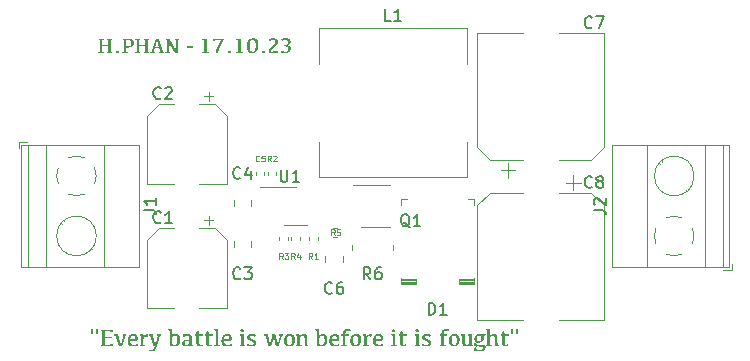
<source format=gbr>
%TF.GenerationSoftware,KiCad,Pcbnew,7.0.8*%
%TF.CreationDate,2023-10-17T18:42:51+11:00*%
%TF.ProjectId,bstconv,62737463-6f6e-4762-9e6b-696361645f70,rev?*%
%TF.SameCoordinates,Original*%
%TF.FileFunction,Legend,Top*%
%TF.FilePolarity,Positive*%
%FSLAX46Y46*%
G04 Gerber Fmt 4.6, Leading zero omitted, Abs format (unit mm)*
G04 Created by KiCad (PCBNEW 7.0.8) date 2023-10-17 18:42:51*
%MOMM*%
%LPD*%
G01*
G04 APERTURE LIST*
%ADD10C,0.150000*%
%ADD11C,0.100000*%
%ADD12C,0.120000*%
G04 APERTURE END LIST*
D10*
G36*
X125961322Y-160864265D02*
G01*
X125960083Y-160848632D01*
X125958839Y-160833147D01*
X125957590Y-160817811D01*
X125956336Y-160802624D01*
X125955077Y-160787586D01*
X125953813Y-160772697D01*
X125952544Y-160757956D01*
X125949991Y-160728922D01*
X125947418Y-160700483D01*
X125944825Y-160672639D01*
X125942211Y-160645391D01*
X125939578Y-160618738D01*
X125936925Y-160592680D01*
X125934252Y-160567218D01*
X125931558Y-160542351D01*
X125928845Y-160518079D01*
X125926111Y-160494403D01*
X125923358Y-160471322D01*
X125920584Y-160448837D01*
X125919190Y-160437817D01*
X125935140Y-160432329D01*
X125952306Y-160427771D01*
X125966915Y-160424794D01*
X125982302Y-160422413D01*
X125998468Y-160420627D01*
X126015412Y-160419436D01*
X126033135Y-160418840D01*
X126042289Y-160418766D01*
X126061093Y-160419648D01*
X126077574Y-160422292D01*
X126091731Y-160426700D01*
X126106158Y-160434689D01*
X126116954Y-160445433D01*
X126124118Y-160458932D01*
X126127651Y-160475186D01*
X126128287Y-160493607D01*
X126127674Y-160513088D01*
X126126747Y-160528773D01*
X126125404Y-160546616D01*
X126123647Y-160566618D01*
X126121474Y-160588777D01*
X126118887Y-160613094D01*
X126115885Y-160639570D01*
X126112467Y-160668204D01*
X126110603Y-160683330D01*
X126108635Y-160698995D01*
X126106563Y-160715201D01*
X126104387Y-160731945D01*
X126102108Y-160749230D01*
X126099724Y-160767053D01*
X126097238Y-160785417D01*
X126094647Y-160804319D01*
X126091952Y-160823762D01*
X126089154Y-160843744D01*
X126086252Y-160864265D01*
X125961322Y-160864265D01*
G37*
G36*
X126350767Y-160864265D02*
G01*
X126349551Y-160848632D01*
X126348327Y-160833147D01*
X126347098Y-160817811D01*
X126345861Y-160802624D01*
X126344619Y-160787586D01*
X126343370Y-160772697D01*
X126342114Y-160757956D01*
X126339584Y-160728922D01*
X126337028Y-160700483D01*
X126334447Y-160672639D01*
X126331839Y-160645391D01*
X126329206Y-160618738D01*
X126326547Y-160592680D01*
X126323862Y-160567218D01*
X126321152Y-160542351D01*
X126318415Y-160518079D01*
X126315653Y-160494403D01*
X126312865Y-160471322D01*
X126310052Y-160448837D01*
X126308635Y-160437817D01*
X126324682Y-160432329D01*
X126341909Y-160427771D01*
X126356540Y-160424794D01*
X126371928Y-160422413D01*
X126388071Y-160420627D01*
X126404969Y-160419436D01*
X126422623Y-160418840D01*
X126431734Y-160418766D01*
X126450624Y-160419648D01*
X126467180Y-160422292D01*
X126481399Y-160426700D01*
X126495889Y-160434689D01*
X126506730Y-160445433D01*
X126513921Y-160458932D01*
X126517463Y-160475186D01*
X126518018Y-160493607D01*
X126517360Y-160513088D01*
X126516410Y-160528773D01*
X126515051Y-160546616D01*
X126513282Y-160566618D01*
X126511104Y-160588777D01*
X126508516Y-160613094D01*
X126505519Y-160639570D01*
X126502113Y-160668204D01*
X126500257Y-160683330D01*
X126498298Y-160698995D01*
X126496237Y-160715201D01*
X126494073Y-160731945D01*
X126491808Y-160749230D01*
X126489439Y-160767053D01*
X126486969Y-160785417D01*
X126484396Y-160804319D01*
X126481721Y-160823762D01*
X126478944Y-160843744D01*
X126476064Y-160864265D01*
X126350767Y-160864265D01*
G37*
G36*
X127696423Y-160468958D02*
G01*
X127713838Y-160469360D01*
X127729446Y-160470568D01*
X127745791Y-160473080D01*
X127761571Y-160477475D01*
X127775270Y-160484430D01*
X127776657Y-160485444D01*
X127787283Y-160497384D01*
X127793809Y-160512474D01*
X127797265Y-160529133D01*
X127798553Y-160545980D01*
X127798639Y-160552123D01*
X127798032Y-160568037D01*
X127796212Y-160584088D01*
X127793178Y-160600277D01*
X127788930Y-160616603D01*
X127783469Y-160633066D01*
X127776794Y-160649667D01*
X127768906Y-160666405D01*
X127759804Y-160683281D01*
X127734635Y-160673965D01*
X127708313Y-160665249D01*
X127680837Y-160657135D01*
X127666667Y-160653303D01*
X127652208Y-160649621D01*
X127637460Y-160646090D01*
X127622425Y-160642709D01*
X127607101Y-160639478D01*
X127591489Y-160636398D01*
X127575588Y-160633468D01*
X127559399Y-160630688D01*
X127542921Y-160628058D01*
X127526155Y-160625579D01*
X127509101Y-160623250D01*
X127491759Y-160621071D01*
X127474128Y-160619042D01*
X127456209Y-160617164D01*
X127438001Y-160615436D01*
X127419505Y-160613858D01*
X127400720Y-160612430D01*
X127381648Y-160611153D01*
X127362287Y-160610026D01*
X127342637Y-160609049D01*
X127322699Y-160608223D01*
X127302473Y-160607547D01*
X127281958Y-160607021D01*
X127261155Y-160606645D01*
X127240064Y-160606420D01*
X127218684Y-160606345D01*
X127127826Y-160606345D01*
X127127826Y-160621364D01*
X127127826Y-160638121D01*
X127127826Y-160656615D01*
X127127826Y-160676847D01*
X127127826Y-160698816D01*
X127127826Y-160722522D01*
X127127826Y-160747966D01*
X127127826Y-160775147D01*
X127127826Y-160804065D01*
X127127826Y-160819176D01*
X127127826Y-160834721D01*
X127127826Y-160850701D01*
X127127826Y-160867114D01*
X127127826Y-160883962D01*
X127127826Y-160901245D01*
X127127826Y-160918962D01*
X127127826Y-160937113D01*
X127127826Y-160955698D01*
X127127826Y-160974718D01*
X127127826Y-160994172D01*
X127127826Y-161014061D01*
X127127826Y-161034384D01*
X127127826Y-161055141D01*
X127667847Y-161055141D01*
X127672454Y-161070833D01*
X127676107Y-161086860D01*
X127678808Y-161103222D01*
X127680555Y-161119919D01*
X127681349Y-161136950D01*
X127681402Y-161142702D01*
X127680591Y-161157858D01*
X127677395Y-161172211D01*
X127671144Y-161182636D01*
X127657180Y-161189736D01*
X127641414Y-161192180D01*
X127630844Y-161192527D01*
X127127826Y-161192527D01*
X127127826Y-161219876D01*
X127127826Y-161246553D01*
X127127826Y-161272560D01*
X127127826Y-161297897D01*
X127127826Y-161322563D01*
X127127826Y-161346559D01*
X127127826Y-161369885D01*
X127127826Y-161392539D01*
X127127826Y-161414524D01*
X127127826Y-161435838D01*
X127127826Y-161456481D01*
X127127826Y-161476454D01*
X127127826Y-161495756D01*
X127127826Y-161514388D01*
X127127826Y-161532350D01*
X127127826Y-161549641D01*
X127127826Y-161566262D01*
X127127826Y-161582212D01*
X127127826Y-161597491D01*
X127127826Y-161626039D01*
X127127826Y-161651905D01*
X127127826Y-161675089D01*
X127127826Y-161695591D01*
X127127826Y-161713411D01*
X127127826Y-161728549D01*
X127127826Y-161735113D01*
X127273273Y-161735113D01*
X127293879Y-161735043D01*
X127314207Y-161734832D01*
X127334256Y-161734482D01*
X127354027Y-161733991D01*
X127373520Y-161733360D01*
X127392734Y-161732588D01*
X127411671Y-161731677D01*
X127430328Y-161730625D01*
X127448708Y-161729433D01*
X127466809Y-161728100D01*
X127484631Y-161726628D01*
X127502176Y-161725015D01*
X127519442Y-161723262D01*
X127536429Y-161721369D01*
X127553139Y-161719335D01*
X127569570Y-161717161D01*
X127585722Y-161714847D01*
X127601596Y-161712393D01*
X127617192Y-161709798D01*
X127632510Y-161707063D01*
X127647549Y-161704188D01*
X127662310Y-161701173D01*
X127676792Y-161698017D01*
X127704922Y-161691285D01*
X127731939Y-161683992D01*
X127757842Y-161676138D01*
X127782632Y-161667723D01*
X127794609Y-161663306D01*
X127801049Y-161677920D01*
X127806630Y-161692638D01*
X127811353Y-161707458D01*
X127815217Y-161722382D01*
X127818222Y-161737408D01*
X127820369Y-161752538D01*
X127821657Y-161767771D01*
X127822086Y-161783107D01*
X127821043Y-161799554D01*
X127817913Y-161814276D01*
X127811624Y-161829270D01*
X127802496Y-161841915D01*
X127792411Y-161850884D01*
X127779119Y-161858230D01*
X127764736Y-161863190D01*
X127747348Y-161867096D01*
X127731274Y-161869460D01*
X127713276Y-161871149D01*
X127698516Y-161871972D01*
X127682673Y-161872415D01*
X127671511Y-161872500D01*
X126780879Y-161872500D01*
X126775454Y-161856824D01*
X126771362Y-161841535D01*
X126768602Y-161826631D01*
X126767079Y-161810070D01*
X126766957Y-161803989D01*
X126768832Y-161788599D01*
X126775653Y-161775499D01*
X126778314Y-161772848D01*
X126792182Y-161765485D01*
X126807913Y-161762841D01*
X126815684Y-161762590D01*
X126895917Y-161762590D01*
X126895917Y-161743046D01*
X126895917Y-161720040D01*
X126895917Y-161693575D01*
X126895917Y-161663649D01*
X126895917Y-161647388D01*
X126895917Y-161630263D01*
X126895917Y-161612272D01*
X126895917Y-161593416D01*
X126895917Y-161573695D01*
X126895917Y-161553109D01*
X126895917Y-161531657D01*
X126895917Y-161509341D01*
X126895917Y-161486159D01*
X126895917Y-161462113D01*
X126895917Y-161437201D01*
X126895917Y-161411424D01*
X126895917Y-161384782D01*
X126895917Y-161357275D01*
X126895917Y-161328903D01*
X126895917Y-161299666D01*
X126895917Y-161269564D01*
X126895917Y-161238596D01*
X126895917Y-161206764D01*
X126895917Y-161174066D01*
X126895917Y-161140503D01*
X126895917Y-161106075D01*
X126895917Y-161070782D01*
X126895917Y-161034624D01*
X126895917Y-161015214D01*
X126895917Y-160996139D01*
X126895917Y-160977399D01*
X126895917Y-160958993D01*
X126895917Y-160940922D01*
X126895917Y-160923187D01*
X126895917Y-160905786D01*
X126895917Y-160888720D01*
X126895917Y-160871989D01*
X126895917Y-160855592D01*
X126895917Y-160839531D01*
X126895917Y-160823805D01*
X126895917Y-160808413D01*
X126895917Y-160793356D01*
X126895917Y-160778635D01*
X126895917Y-160750196D01*
X126895917Y-160723096D01*
X126895917Y-160697336D01*
X126895917Y-160672916D01*
X126895917Y-160649835D01*
X126895917Y-160628093D01*
X126895917Y-160607691D01*
X126895917Y-160588629D01*
X126895917Y-160579600D01*
X126780879Y-160579600D01*
X126775454Y-160563835D01*
X126771362Y-160548595D01*
X126768602Y-160533881D01*
X126767079Y-160517710D01*
X126766957Y-160511823D01*
X126768451Y-160496762D01*
X126774521Y-160482717D01*
X126777582Y-160479216D01*
X126790945Y-160471853D01*
X126806040Y-160469208D01*
X126813485Y-160468958D01*
X127696423Y-160468958D01*
G37*
G36*
X128607938Y-160981502D02*
G01*
X128602648Y-160966412D01*
X128598870Y-160951185D01*
X128596603Y-160935821D01*
X128595848Y-160920319D01*
X128596775Y-160904280D01*
X128599981Y-160889926D01*
X128607571Y-160876721D01*
X128620634Y-160868206D01*
X128636296Y-160864703D01*
X128645673Y-160864265D01*
X128910921Y-160864265D01*
X128916691Y-160879149D01*
X128920813Y-160894490D01*
X128923286Y-160910290D01*
X128924110Y-160926547D01*
X128923286Y-160941224D01*
X128919937Y-160956029D01*
X128911732Y-160969392D01*
X128910921Y-160970144D01*
X128897061Y-160977498D01*
X128882120Y-160980603D01*
X128867488Y-160981491D01*
X128865492Y-160981502D01*
X128849005Y-160981502D01*
X128843969Y-160995348D01*
X128838295Y-161011148D01*
X128831982Y-161028904D01*
X128825031Y-161048615D01*
X128817442Y-161070281D01*
X128809215Y-161093901D01*
X128800349Y-161119476D01*
X128790845Y-161147007D01*
X128785854Y-161161505D01*
X128780703Y-161176492D01*
X128775392Y-161191967D01*
X128769922Y-161207932D01*
X128764292Y-161224385D01*
X128758503Y-161241327D01*
X128752555Y-161258757D01*
X128746446Y-161276677D01*
X128740178Y-161295085D01*
X128733751Y-161313981D01*
X128727164Y-161333367D01*
X128720417Y-161353241D01*
X128713511Y-161373604D01*
X128706445Y-161394456D01*
X128699220Y-161415796D01*
X128691835Y-161437625D01*
X128684475Y-161459377D01*
X128677278Y-161480531D01*
X128670244Y-161501088D01*
X128663373Y-161521047D01*
X128656665Y-161540409D01*
X128650121Y-161559174D01*
X128643740Y-161577340D01*
X128637521Y-161594910D01*
X128631466Y-161611882D01*
X128625575Y-161628256D01*
X128619846Y-161644033D01*
X128614280Y-161659213D01*
X128608878Y-161673794D01*
X128603639Y-161687779D01*
X128593649Y-161713955D01*
X128584313Y-161737742D01*
X128575629Y-161759138D01*
X128567597Y-161778145D01*
X128560219Y-161794762D01*
X128553492Y-161808988D01*
X128544627Y-161825847D01*
X128537229Y-161837329D01*
X128525272Y-161850838D01*
X128511383Y-161862058D01*
X128495562Y-161870988D01*
X128481515Y-161876484D01*
X128466230Y-161880514D01*
X128449710Y-161883078D01*
X128431952Y-161884177D01*
X128427320Y-161884223D01*
X128412557Y-161884179D01*
X128392065Y-161883946D01*
X128373556Y-161883513D01*
X128357031Y-161882881D01*
X128338083Y-161881728D01*
X128322661Y-161880219D01*
X128306141Y-161877291D01*
X128296894Y-161872866D01*
X128289965Y-161856856D01*
X128283776Y-161839935D01*
X128278641Y-161825352D01*
X128272699Y-161808127D01*
X128265950Y-161788260D01*
X128258394Y-161765752D01*
X128250030Y-161740602D01*
X128240860Y-161712809D01*
X128235972Y-161697923D01*
X128230882Y-161682375D01*
X128225591Y-161666168D01*
X128220097Y-161649300D01*
X128214402Y-161631771D01*
X128208505Y-161613582D01*
X128202407Y-161594732D01*
X128196106Y-161575222D01*
X128189604Y-161555052D01*
X128182900Y-161534221D01*
X128175994Y-161512730D01*
X128169073Y-161491164D01*
X128162323Y-161470154D01*
X128155744Y-161449702D01*
X128149335Y-161429806D01*
X128143098Y-161410466D01*
X128137032Y-161391684D01*
X128131137Y-161373458D01*
X128125413Y-161355788D01*
X128119860Y-161338676D01*
X128114478Y-161322120D01*
X128109267Y-161306121D01*
X128104227Y-161290679D01*
X128099358Y-161275793D01*
X128094660Y-161261464D01*
X128085777Y-161234476D01*
X128077578Y-161209715D01*
X128070063Y-161187181D01*
X128063233Y-161166873D01*
X128057086Y-161148793D01*
X128051623Y-161132939D01*
X128044712Y-161113333D01*
X128039340Y-161098738D01*
X128033330Y-161083196D01*
X128027571Y-161068811D01*
X128020726Y-161052455D01*
X128014276Y-161037906D01*
X128007054Y-161022832D01*
X127999346Y-161008534D01*
X127998307Y-161006781D01*
X127989973Y-160994347D01*
X127979939Y-160983480D01*
X127966731Y-160974684D01*
X127961671Y-160972709D01*
X127945956Y-160968954D01*
X127930330Y-160967042D01*
X127914347Y-160966217D01*
X127905617Y-160966114D01*
X127900478Y-160951579D01*
X127896150Y-160935481D01*
X127893471Y-160919934D01*
X127892441Y-160904936D01*
X127892428Y-160903100D01*
X127894978Y-160887116D01*
X127902629Y-160874609D01*
X127915380Y-160865580D01*
X127924668Y-160862067D01*
X127940751Y-160858830D01*
X127955909Y-160857044D01*
X127974617Y-160855555D01*
X127990977Y-160854634D01*
X128009333Y-160853881D01*
X128029685Y-160853295D01*
X128044363Y-160852997D01*
X128059927Y-160852774D01*
X128076380Y-160852625D01*
X128093719Y-160852551D01*
X128102721Y-160852541D01*
X128117960Y-160852707D01*
X128135301Y-160853382D01*
X128150746Y-160854575D01*
X128166778Y-160856692D01*
X128182030Y-160860105D01*
X128190649Y-160863166D01*
X128203706Y-160870211D01*
X128214850Y-160879807D01*
X128224082Y-160891953D01*
X128228384Y-160899802D01*
X128234240Y-160914513D01*
X128238723Y-160929100D01*
X128243456Y-160947086D01*
X128247423Y-160963921D01*
X128251550Y-160982932D01*
X128254751Y-160998618D01*
X128258042Y-161015527D01*
X128259159Y-161021435D01*
X128263120Y-161041132D01*
X128266423Y-161056227D01*
X128270256Y-161072894D01*
X128274618Y-161091132D01*
X128279510Y-161110942D01*
X128284931Y-161132322D01*
X128290881Y-161155275D01*
X128297361Y-161179798D01*
X128304371Y-161205893D01*
X128311910Y-161233559D01*
X128315878Y-161247982D01*
X128319978Y-161262797D01*
X128324211Y-161278005D01*
X128328577Y-161293606D01*
X128333074Y-161309599D01*
X128337704Y-161325986D01*
X128342467Y-161342765D01*
X128347361Y-161359938D01*
X128352388Y-161377503D01*
X128357548Y-161395461D01*
X128362840Y-161413811D01*
X128368124Y-161432046D01*
X128373258Y-161449702D01*
X128378244Y-161466779D01*
X128383082Y-161483278D01*
X128387770Y-161499197D01*
X128392309Y-161514537D01*
X128396700Y-161529299D01*
X128400942Y-161543481D01*
X128408979Y-161570110D01*
X128416421Y-161594423D01*
X128423267Y-161616421D01*
X128429518Y-161636103D01*
X128435174Y-161653469D01*
X128440234Y-161668520D01*
X128446709Y-161686755D01*
X128453257Y-161702964D01*
X128458095Y-161710200D01*
X128466297Y-161695351D01*
X128472184Y-161679896D01*
X128479494Y-161658987D01*
X128485159Y-161642017D01*
X128491456Y-161622622D01*
X128498385Y-161600804D01*
X128505947Y-161576561D01*
X128514142Y-161549893D01*
X128518476Y-161535650D01*
X128522969Y-161520802D01*
X128527619Y-161505347D01*
X128532428Y-161489286D01*
X128537395Y-161472619D01*
X128542520Y-161455345D01*
X128547804Y-161437466D01*
X128553245Y-161418981D01*
X128558845Y-161399890D01*
X128564448Y-161380670D01*
X128569899Y-161361848D01*
X128575198Y-161343422D01*
X128580346Y-161325392D01*
X128585342Y-161307758D01*
X128590186Y-161290521D01*
X128594879Y-161273681D01*
X128599420Y-161257237D01*
X128603809Y-161241189D01*
X128608046Y-161225537D01*
X128612132Y-161210282D01*
X128616066Y-161195424D01*
X128619849Y-161180962D01*
X128626958Y-161153227D01*
X128633461Y-161127078D01*
X128639358Y-161102514D01*
X128644647Y-161079536D01*
X128649330Y-161058144D01*
X128653405Y-161038337D01*
X128656874Y-161020117D01*
X128659737Y-161003481D01*
X128661992Y-160988432D01*
X128662892Y-160981502D01*
X128607938Y-160981502D01*
G37*
G36*
X129532803Y-160841178D02*
G01*
X129555636Y-160842260D01*
X129577694Y-160844063D01*
X129598976Y-160846588D01*
X129619482Y-160849834D01*
X129639213Y-160853801D01*
X129658168Y-160858489D01*
X129676347Y-160863899D01*
X129693751Y-160870030D01*
X129710379Y-160876882D01*
X129726232Y-160884455D01*
X129741308Y-160892750D01*
X129755609Y-160901766D01*
X129769135Y-160911503D01*
X129781885Y-160921962D01*
X129793859Y-160933142D01*
X129805127Y-160945104D01*
X129815669Y-160958003D01*
X129825483Y-160971837D01*
X129834571Y-160986608D01*
X129842931Y-161002314D01*
X129850565Y-161018957D01*
X129857472Y-161036535D01*
X129863651Y-161055049D01*
X129869104Y-161074499D01*
X129873829Y-161094886D01*
X129877828Y-161116208D01*
X129881099Y-161138466D01*
X129883644Y-161161660D01*
X129885461Y-161185790D01*
X129886552Y-161210856D01*
X129886915Y-161236857D01*
X129886622Y-161253875D01*
X129885743Y-161269895D01*
X129884278Y-161284916D01*
X129881413Y-161303392D01*
X129877506Y-161320093D01*
X129872557Y-161335019D01*
X129864906Y-161351182D01*
X129855627Y-161364572D01*
X129853576Y-161366917D01*
X129841349Y-161377471D01*
X129825276Y-161386237D01*
X129809648Y-161391961D01*
X129791559Y-161396541D01*
X129776377Y-161399224D01*
X129759810Y-161401263D01*
X129741858Y-161402659D01*
X129722522Y-161403410D01*
X129708862Y-161403553D01*
X129251273Y-161403553D01*
X129251531Y-161423298D01*
X129252304Y-161442508D01*
X129253592Y-161461183D01*
X129255395Y-161479322D01*
X129257713Y-161496926D01*
X129260547Y-161513995D01*
X129263896Y-161530529D01*
X129267760Y-161546527D01*
X129272139Y-161561990D01*
X129277033Y-161576918D01*
X129282443Y-161591311D01*
X129288368Y-161605168D01*
X129294808Y-161618490D01*
X129305434Y-161637470D01*
X129317219Y-161655245D01*
X129330479Y-161671614D01*
X129345529Y-161686372D01*
X129362370Y-161699520D01*
X129381001Y-161711059D01*
X129394416Y-161717857D01*
X129408627Y-161723939D01*
X129423633Y-161729305D01*
X129439436Y-161733957D01*
X129456034Y-161737892D01*
X129473427Y-161741112D01*
X129491617Y-161743617D01*
X129510602Y-161745405D01*
X129530383Y-161746479D01*
X129550959Y-161746837D01*
X129570382Y-161746537D01*
X129589634Y-161745640D01*
X129608713Y-161744145D01*
X129627621Y-161742051D01*
X129646357Y-161739359D01*
X129664921Y-161736069D01*
X129683314Y-161732181D01*
X129701535Y-161727694D01*
X129719584Y-161722609D01*
X129737462Y-161716926D01*
X129755167Y-161710645D01*
X129772701Y-161703766D01*
X129790063Y-161696288D01*
X129807254Y-161688213D01*
X129824273Y-161679539D01*
X129841120Y-161670266D01*
X129851853Y-161681240D01*
X129863257Y-161695167D01*
X129872425Y-161709326D01*
X129879357Y-161723717D01*
X129884053Y-161738341D01*
X129886513Y-161753198D01*
X129886915Y-161762224D01*
X129885129Y-161778533D01*
X129879771Y-161793571D01*
X129870841Y-161807338D01*
X129858339Y-161819835D01*
X129842265Y-161831060D01*
X129827865Y-161838646D01*
X129811456Y-161845516D01*
X129793037Y-161851671D01*
X129772610Y-161857112D01*
X129758250Y-161860395D01*
X129743655Y-161863466D01*
X129728826Y-161866326D01*
X129713762Y-161868973D01*
X129698464Y-161871409D01*
X129682930Y-161873633D01*
X129667163Y-161875645D01*
X129651160Y-161877445D01*
X129634922Y-161879034D01*
X129618450Y-161880411D01*
X129601744Y-161881576D01*
X129584802Y-161882529D01*
X129567626Y-161883270D01*
X129550215Y-161883800D01*
X129532569Y-161884117D01*
X129514689Y-161884223D01*
X129498280Y-161884115D01*
X129482163Y-161883790D01*
X129466338Y-161883247D01*
X129450804Y-161882489D01*
X129435563Y-161881513D01*
X129420614Y-161880321D01*
X129405956Y-161878911D01*
X129377517Y-161875442D01*
X129350246Y-161871106D01*
X129324143Y-161865902D01*
X129299207Y-161859832D01*
X129275439Y-161852894D01*
X129252839Y-161845088D01*
X129231407Y-161836416D01*
X129211142Y-161826876D01*
X129192045Y-161816469D01*
X129174116Y-161805195D01*
X129157355Y-161793053D01*
X129141762Y-161780044D01*
X129134403Y-161773215D01*
X129120473Y-161758746D01*
X129107441Y-161743093D01*
X129095308Y-161726254D01*
X129084074Y-161708231D01*
X129073738Y-161689023D01*
X129064302Y-161668629D01*
X129055764Y-161647051D01*
X129048124Y-161624288D01*
X129041384Y-161600340D01*
X129035542Y-161575206D01*
X129030599Y-161548888D01*
X129026555Y-161521385D01*
X129023409Y-161492697D01*
X129022173Y-161477909D01*
X129021162Y-161462824D01*
X129020376Y-161447443D01*
X129019814Y-161431766D01*
X129019477Y-161415793D01*
X129019365Y-161399523D01*
X129019491Y-161383441D01*
X129019870Y-161367572D01*
X129020501Y-161351917D01*
X129021385Y-161336474D01*
X129022522Y-161321245D01*
X129023911Y-161306229D01*
X129025553Y-161291426D01*
X129026217Y-161286317D01*
X129251273Y-161286317D01*
X129358984Y-161286317D01*
X129380035Y-161286291D01*
X129400229Y-161286214D01*
X129419568Y-161286085D01*
X129438050Y-161285905D01*
X129455677Y-161285673D01*
X129472448Y-161285389D01*
X129488364Y-161285054D01*
X129503423Y-161284668D01*
X129524408Y-161283992D01*
X129543467Y-161283200D01*
X129560601Y-161282292D01*
X129575809Y-161281268D01*
X129593091Y-161279722D01*
X129607929Y-161277850D01*
X129624158Y-161275140D01*
X129640232Y-161271345D01*
X129654297Y-161266168D01*
X129665631Y-161257374D01*
X129671472Y-161243340D01*
X129674447Y-161227092D01*
X129675639Y-161211489D01*
X129675889Y-161198756D01*
X129675423Y-161179715D01*
X129674022Y-161161472D01*
X129671687Y-161144029D01*
X129668419Y-161127383D01*
X129664217Y-161111537D01*
X129659081Y-161096488D01*
X129653011Y-161082239D01*
X129646008Y-161068788D01*
X129638071Y-161056135D01*
X129629199Y-161044282D01*
X129622767Y-161036823D01*
X129612378Y-161026347D01*
X129601133Y-161016902D01*
X129589031Y-161008487D01*
X129576072Y-161001102D01*
X129562257Y-160994748D01*
X129547586Y-160989424D01*
X129532058Y-160985131D01*
X129515674Y-160981868D01*
X129498433Y-160979635D01*
X129480335Y-160978433D01*
X129467795Y-160978204D01*
X129448321Y-160978861D01*
X129429743Y-160980832D01*
X129412060Y-160984116D01*
X129395272Y-160988714D01*
X129379379Y-160994626D01*
X129364381Y-161001852D01*
X129350279Y-161010391D01*
X129337071Y-161020245D01*
X129324759Y-161031412D01*
X129313342Y-161043892D01*
X129306228Y-161052943D01*
X129296407Y-161067631D01*
X129287552Y-161083807D01*
X129279663Y-161101471D01*
X129272740Y-161120623D01*
X129266783Y-161141262D01*
X129263348Y-161155848D01*
X129260343Y-161171095D01*
X129257767Y-161187003D01*
X129255620Y-161203572D01*
X129253903Y-161220803D01*
X129252615Y-161238695D01*
X129251756Y-161257248D01*
X129251327Y-161276462D01*
X129251273Y-161286317D01*
X129026217Y-161286317D01*
X129027448Y-161276837D01*
X129031994Y-161248298D01*
X129037551Y-161220612D01*
X129044119Y-161193778D01*
X129051696Y-161167798D01*
X129060284Y-161142670D01*
X129069883Y-161118396D01*
X129080492Y-161094974D01*
X129092111Y-161072406D01*
X129104740Y-161050690D01*
X129118380Y-161029827D01*
X129133031Y-161009818D01*
X129148691Y-160990661D01*
X129165255Y-160972516D01*
X129182614Y-160955541D01*
X129200769Y-160939737D01*
X129219720Y-160925104D01*
X129239467Y-160911642D01*
X129260009Y-160899350D01*
X129281347Y-160888229D01*
X129303480Y-160878278D01*
X129326409Y-160869499D01*
X129350134Y-160861889D01*
X129374655Y-160855451D01*
X129399971Y-160850183D01*
X129426083Y-160846086D01*
X129452991Y-160843159D01*
X129480695Y-160841403D01*
X129509194Y-160840818D01*
X129532803Y-160841178D01*
G37*
G36*
X130040788Y-160913358D02*
G01*
X130042411Y-160897432D01*
X130048802Y-160882847D01*
X130061305Y-160873058D01*
X130076877Y-160870070D01*
X130095859Y-160868421D01*
X130114611Y-160867365D01*
X130129263Y-160866747D01*
X130145635Y-160866197D01*
X130163727Y-160865716D01*
X130183539Y-160865304D01*
X130205071Y-160864961D01*
X130228324Y-160864686D01*
X130253297Y-160864480D01*
X130279990Y-160864342D01*
X130308403Y-160864274D01*
X130323255Y-160864265D01*
X130324897Y-160880535D01*
X130325931Y-160898433D01*
X130326321Y-160913923D01*
X130326321Y-160930455D01*
X130325931Y-160948029D01*
X130325153Y-160966645D01*
X130324313Y-160981291D01*
X130323255Y-160996523D01*
X130337738Y-160985786D01*
X130352152Y-160975468D01*
X130366498Y-160965568D01*
X130380774Y-160956085D01*
X130394982Y-160947020D01*
X130409122Y-160938374D01*
X130423192Y-160930145D01*
X130437194Y-160922334D01*
X130451128Y-160914941D01*
X130464992Y-160907965D01*
X130478788Y-160901408D01*
X130492515Y-160895269D01*
X130506174Y-160889547D01*
X130526533Y-160881748D01*
X130546737Y-160874890D01*
X130566694Y-160868801D01*
X130586309Y-160863310D01*
X130605583Y-160858419D01*
X130624515Y-160854127D01*
X130643106Y-160850434D01*
X130661356Y-160847339D01*
X130679265Y-160844844D01*
X130696832Y-160842947D01*
X130714058Y-160841650D01*
X130730943Y-160840951D01*
X130742009Y-160840818D01*
X130756960Y-160841426D01*
X130772115Y-160844131D01*
X130781210Y-160848511D01*
X130788929Y-160861260D01*
X130791015Y-160876235D01*
X130791102Y-160880751D01*
X130790753Y-160896342D01*
X130789707Y-160912200D01*
X130787963Y-160928327D01*
X130785521Y-160944722D01*
X130782381Y-160961386D01*
X130778544Y-160978317D01*
X130776814Y-160985165D01*
X130772311Y-161001222D01*
X130767505Y-161015276D01*
X130761335Y-161029495D01*
X130753584Y-161042438D01*
X130742742Y-161053309D01*
X130729321Y-161060264D01*
X130713888Y-161065668D01*
X130697679Y-161069795D01*
X130681777Y-161072887D01*
X130676064Y-161073825D01*
X130659968Y-161076049D01*
X130644608Y-161077667D01*
X130629052Y-161078154D01*
X130621476Y-161076756D01*
X130609666Y-161065501D01*
X130598950Y-161052828D01*
X130589428Y-161040943D01*
X130578349Y-161026696D01*
X130573482Y-161020336D01*
X130556680Y-161020832D01*
X130540483Y-161022320D01*
X130524892Y-161024799D01*
X130509906Y-161028270D01*
X130495526Y-161032733D01*
X130481751Y-161038188D01*
X130468581Y-161044634D01*
X130451963Y-161054772D01*
X130440205Y-161063533D01*
X130429054Y-161073285D01*
X130425471Y-161076756D01*
X130415388Y-161088265D01*
X130406297Y-161101769D01*
X130398197Y-161117270D01*
X130391090Y-161134768D01*
X130384974Y-161154262D01*
X130379850Y-161175752D01*
X130376985Y-161191188D01*
X130374560Y-161207511D01*
X130372577Y-161224722D01*
X130371034Y-161242819D01*
X130369932Y-161261805D01*
X130369271Y-161281677D01*
X130369051Y-161302437D01*
X130369051Y-161321335D01*
X130369051Y-161339926D01*
X130369051Y-161358211D01*
X130369051Y-161376190D01*
X130369051Y-161393863D01*
X130369051Y-161411230D01*
X130369051Y-161428290D01*
X130369051Y-161445044D01*
X130369051Y-161461492D01*
X130369051Y-161477633D01*
X130369051Y-161493468D01*
X130369051Y-161508997D01*
X130369051Y-161524220D01*
X130369051Y-161539137D01*
X130369051Y-161568051D01*
X130369051Y-161595740D01*
X130369051Y-161622204D01*
X130369051Y-161647443D01*
X130369051Y-161671457D01*
X130369051Y-161694246D01*
X130369051Y-161715810D01*
X130369051Y-161736149D01*
X130369051Y-161755263D01*
X130520725Y-161755263D01*
X130526175Y-161770375D01*
X130530068Y-161786038D01*
X130532403Y-161802249D01*
X130533170Y-161816885D01*
X130533182Y-161819010D01*
X130532283Y-161834785D01*
X130528745Y-161849894D01*
X130521825Y-161861142D01*
X130508351Y-161868906D01*
X130492353Y-161871956D01*
X130479693Y-161872500D01*
X130053611Y-161872500D01*
X130048615Y-161856716D01*
X130044845Y-161841424D01*
X130042303Y-161826623D01*
X130040901Y-161810308D01*
X130040788Y-161804356D01*
X130042087Y-161788578D01*
X130046971Y-161774062D01*
X130051779Y-161767353D01*
X130064131Y-161759088D01*
X130079072Y-161755688D01*
X130088049Y-161755263D01*
X130158025Y-161755263D01*
X130158025Y-161736405D01*
X130158025Y-161716835D01*
X130158025Y-161696552D01*
X130158025Y-161675556D01*
X130158025Y-161653847D01*
X130158025Y-161631426D01*
X130158025Y-161608292D01*
X130158025Y-161584446D01*
X130158025Y-161559886D01*
X130158025Y-161534614D01*
X130158025Y-161508630D01*
X130158025Y-161481932D01*
X130158025Y-161454522D01*
X130158025Y-161426399D01*
X130158025Y-161397564D01*
X130158025Y-161382879D01*
X130158025Y-161368016D01*
X130158004Y-161349938D01*
X130157940Y-161332343D01*
X130157835Y-161315228D01*
X130157687Y-161298596D01*
X130157497Y-161282444D01*
X130157265Y-161266775D01*
X130156990Y-161251587D01*
X130156674Y-161236880D01*
X130155914Y-161208912D01*
X130154985Y-161182870D01*
X130153887Y-161158755D01*
X130152621Y-161136565D01*
X130151186Y-161116302D01*
X130149581Y-161097965D01*
X130147808Y-161081555D01*
X130144832Y-161060551D01*
X130141475Y-161043881D01*
X130136409Y-161028396D01*
X130128688Y-161014887D01*
X130119036Y-161003667D01*
X130104902Y-160993225D01*
X130090999Y-160987043D01*
X130075164Y-160983150D01*
X130057396Y-160981547D01*
X130053611Y-160981502D01*
X130048615Y-160966971D01*
X130044845Y-160952230D01*
X130042303Y-160937278D01*
X130040989Y-160922116D01*
X130040788Y-160913358D01*
G37*
G36*
X131770394Y-160981502D02*
G01*
X131763825Y-161001573D01*
X131756484Y-161024235D01*
X131748369Y-161049486D01*
X131739482Y-161077329D01*
X131734749Y-161092221D01*
X131729822Y-161107761D01*
X131724702Y-161123949D01*
X131719389Y-161140784D01*
X131713883Y-161158267D01*
X131708184Y-161176397D01*
X131702291Y-161195175D01*
X131696205Y-161214601D01*
X131689926Y-161234674D01*
X131683454Y-161255395D01*
X131676789Y-161276763D01*
X131669930Y-161298779D01*
X131662878Y-161321442D01*
X131655633Y-161344753D01*
X131648195Y-161368712D01*
X131640564Y-161393318D01*
X131632739Y-161418572D01*
X131624721Y-161444473D01*
X131616510Y-161471022D01*
X131608106Y-161498218D01*
X131599509Y-161526062D01*
X131590718Y-161554554D01*
X131581734Y-161583693D01*
X131572557Y-161613480D01*
X131563359Y-161643182D01*
X131554311Y-161672114D01*
X131545413Y-161700275D01*
X131536665Y-161727665D01*
X131528068Y-161754285D01*
X131519620Y-161780134D01*
X131511324Y-161805213D01*
X131503177Y-161829520D01*
X131495181Y-161853058D01*
X131487335Y-161875824D01*
X131479639Y-161897820D01*
X131472093Y-161919045D01*
X131464698Y-161939499D01*
X131457453Y-161959183D01*
X131450358Y-161978096D01*
X131443414Y-161996239D01*
X131436620Y-162013611D01*
X131429976Y-162030212D01*
X131423482Y-162046043D01*
X131417139Y-162061103D01*
X131410946Y-162075392D01*
X131404903Y-162088911D01*
X131393268Y-162113636D01*
X131382234Y-162135279D01*
X131371801Y-162153839D01*
X131361969Y-162169316D01*
X131352739Y-162181711D01*
X131339248Y-162197509D01*
X131325429Y-162212206D01*
X131311281Y-162225802D01*
X131296805Y-162238297D01*
X131282001Y-162249690D01*
X131266868Y-162259983D01*
X131251406Y-162269174D01*
X131235617Y-162277263D01*
X131219498Y-162284252D01*
X131203052Y-162290139D01*
X131191905Y-162293452D01*
X131174853Y-162297839D01*
X131157356Y-162301794D01*
X131139416Y-162305318D01*
X131121030Y-162308410D01*
X131102201Y-162311071D01*
X131082927Y-162313300D01*
X131063209Y-162315098D01*
X131043046Y-162316464D01*
X131022439Y-162317399D01*
X131001388Y-162317903D01*
X130987107Y-162317998D01*
X130966845Y-162317854D01*
X130947961Y-162317419D01*
X130930454Y-162316694D01*
X130914327Y-162315680D01*
X130899577Y-162314376D01*
X130882054Y-162312186D01*
X130866982Y-162309482D01*
X130851587Y-162305376D01*
X130842027Y-162301512D01*
X130829036Y-162293162D01*
X130819236Y-162282218D01*
X130812627Y-162268679D01*
X130809209Y-162252545D01*
X130808688Y-162242161D01*
X130809537Y-162225591D01*
X130812087Y-162209539D01*
X130816335Y-162194006D01*
X130822283Y-162178992D01*
X130829931Y-162164496D01*
X130839278Y-162150520D01*
X130843492Y-162145075D01*
X130867230Y-162149739D01*
X130890175Y-162154022D01*
X130912327Y-162157924D01*
X130933687Y-162161446D01*
X130954253Y-162164588D01*
X130974027Y-162167348D01*
X130993008Y-162169728D01*
X131011196Y-162171728D01*
X131028591Y-162173346D01*
X131045193Y-162174584D01*
X131061003Y-162175441D01*
X131076019Y-162175918D01*
X131097058Y-162175919D01*
X131116312Y-162175063D01*
X131128157Y-162174017D01*
X131145321Y-162169852D01*
X131162465Y-162160927D01*
X131179590Y-162147243D01*
X131190996Y-162135476D01*
X131202394Y-162121595D01*
X131213783Y-162105598D01*
X131225163Y-162087486D01*
X131236534Y-162067258D01*
X131247897Y-162044916D01*
X131259252Y-162020458D01*
X131270598Y-161993885D01*
X131276267Y-161979806D01*
X131281935Y-161965197D01*
X131287600Y-161950060D01*
X131293264Y-161934394D01*
X131298925Y-161918199D01*
X131304584Y-161901476D01*
X131310240Y-161884223D01*
X131294921Y-161884178D01*
X131276628Y-161883978D01*
X131260774Y-161883617D01*
X131244386Y-161882941D01*
X131229750Y-161881799D01*
X131217550Y-161879094D01*
X131211518Y-161865321D01*
X131206039Y-161849547D01*
X131198917Y-161827849D01*
X131193257Y-161810092D01*
X131186867Y-161789701D01*
X131179747Y-161766677D01*
X131171898Y-161741021D01*
X131163318Y-161712730D01*
X131158755Y-161697598D01*
X131154009Y-161681807D01*
X131149081Y-161665358D01*
X131143970Y-161648250D01*
X131138676Y-161630484D01*
X131133201Y-161612060D01*
X131127542Y-161592978D01*
X131121702Y-161573237D01*
X131115678Y-161552838D01*
X131109473Y-161531781D01*
X131103272Y-161510655D01*
X131097218Y-161490050D01*
X131091311Y-161469965D01*
X131085550Y-161450402D01*
X131079936Y-161431360D01*
X131074469Y-161412838D01*
X131069149Y-161394838D01*
X131063975Y-161377358D01*
X131058948Y-161360400D01*
X131054067Y-161343962D01*
X131049334Y-161328045D01*
X131044747Y-161312649D01*
X131040306Y-161297774D01*
X131036012Y-161283420D01*
X131027865Y-161256275D01*
X131020305Y-161231213D01*
X131013331Y-161208235D01*
X131006944Y-161187341D01*
X131001143Y-161168531D01*
X130995930Y-161151804D01*
X130991303Y-161137161D01*
X130985463Y-161119103D01*
X130983810Y-161114125D01*
X130977736Y-161095893D01*
X130971972Y-161079115D01*
X130966516Y-161063790D01*
X130961370Y-161049920D01*
X130955372Y-161034627D01*
X130948812Y-161019274D01*
X130943876Y-161008979D01*
X130935885Y-160995584D01*
X130925745Y-160983963D01*
X130913051Y-160975333D01*
X130906141Y-160972709D01*
X130890656Y-160969231D01*
X130874517Y-160967203D01*
X130858420Y-160966275D01*
X130847522Y-160966114D01*
X130842383Y-160951150D01*
X130838506Y-160936712D01*
X130835621Y-160920855D01*
X130834385Y-160905686D01*
X130834333Y-160902001D01*
X130836509Y-160886018D01*
X130844156Y-160872307D01*
X130857310Y-160863117D01*
X130869138Y-160859502D01*
X130884727Y-160857137D01*
X130901594Y-160855539D01*
X130917626Y-160854506D01*
X130935912Y-160853690D01*
X130951108Y-160853221D01*
X130967571Y-160852874D01*
X130985304Y-160852650D01*
X131004305Y-160852548D01*
X131010921Y-160852541D01*
X131025841Y-160852628D01*
X131044283Y-160853015D01*
X131061064Y-160853710D01*
X131076185Y-160854715D01*
X131092752Y-160856405D01*
X131109208Y-160859072D01*
X131121929Y-160862433D01*
X131135301Y-160868432D01*
X131147718Y-160877700D01*
X131157352Y-160889633D01*
X131162229Y-160899070D01*
X131167759Y-160915223D01*
X131172396Y-160932214D01*
X131176517Y-160949078D01*
X131179849Y-160963635D01*
X131183387Y-160979827D01*
X131187131Y-160997655D01*
X131191080Y-161017119D01*
X131195236Y-161038219D01*
X131196668Y-161045615D01*
X131199753Y-161061163D01*
X131203239Y-161077947D01*
X131207126Y-161095968D01*
X131211414Y-161115225D01*
X131216102Y-161135718D01*
X131221191Y-161157448D01*
X131226681Y-161180414D01*
X131232571Y-161204617D01*
X131238862Y-161230057D01*
X131245554Y-161256733D01*
X131252647Y-161284645D01*
X131256343Y-161299065D01*
X131260140Y-161313794D01*
X131264037Y-161328832D01*
X131268034Y-161344179D01*
X131272131Y-161359836D01*
X131276329Y-161375801D01*
X131280626Y-161392076D01*
X131285024Y-161408659D01*
X131289522Y-161425552D01*
X131294120Y-161442754D01*
X131298705Y-161459840D01*
X131303162Y-161476382D01*
X131307492Y-161492383D01*
X131311694Y-161507841D01*
X131315770Y-161522757D01*
X131319717Y-161537130D01*
X131327231Y-161564250D01*
X131334234Y-161589200D01*
X131340729Y-161611980D01*
X131346714Y-161632591D01*
X131352189Y-161651032D01*
X131357155Y-161667304D01*
X131361612Y-161681406D01*
X131367341Y-161698491D01*
X131373197Y-161713678D01*
X131377651Y-161720458D01*
X131385395Y-161705171D01*
X131390904Y-161689260D01*
X131397726Y-161667733D01*
X131403004Y-161650262D01*
X131408865Y-161630296D01*
X131415311Y-161607833D01*
X131422341Y-161582874D01*
X131429954Y-161555420D01*
X131433980Y-161540757D01*
X131438152Y-161525470D01*
X131442469Y-161509558D01*
X131446933Y-161493023D01*
X131451543Y-161475864D01*
X131456298Y-161458081D01*
X131461200Y-161439674D01*
X131466247Y-161420644D01*
X131471441Y-161400989D01*
X131476637Y-161381214D01*
X131481692Y-161361869D01*
X131486606Y-161342955D01*
X131491379Y-161324470D01*
X131496011Y-161306416D01*
X131500502Y-161288791D01*
X131504852Y-161271597D01*
X131509062Y-161254832D01*
X131513130Y-161238498D01*
X131517057Y-161222594D01*
X131520844Y-161207119D01*
X131524489Y-161192075D01*
X131527994Y-161177461D01*
X131534580Y-161149523D01*
X131540602Y-161123305D01*
X131546060Y-161098807D01*
X131550954Y-161076030D01*
X131555285Y-161054972D01*
X131559052Y-161035635D01*
X131562254Y-161018018D01*
X131564893Y-161002121D01*
X131567795Y-160981502D01*
X131512474Y-160981502D01*
X131507184Y-160966412D01*
X131503406Y-160951185D01*
X131501139Y-160935821D01*
X131500383Y-160920319D01*
X131501311Y-160904280D01*
X131504517Y-160889926D01*
X131512107Y-160876721D01*
X131525240Y-160868206D01*
X131539593Y-160864861D01*
X131550575Y-160864265D01*
X131838904Y-160864265D01*
X131844674Y-160879149D01*
X131848796Y-160894490D01*
X131851269Y-160910290D01*
X131852093Y-160926547D01*
X131851269Y-160941224D01*
X131847920Y-160956029D01*
X131839716Y-160969392D01*
X131838904Y-160970144D01*
X131824923Y-160977498D01*
X131809724Y-160980603D01*
X131794784Y-160981491D01*
X131792742Y-160981502D01*
X131770394Y-160981502D01*
G37*
G36*
X132671215Y-160418886D02*
G01*
X132688594Y-160419247D01*
X132704371Y-160419848D01*
X132721838Y-160420937D01*
X132736800Y-160422403D01*
X132751449Y-160424657D01*
X132759211Y-160426460D01*
X132773167Y-160431654D01*
X132785028Y-160440914D01*
X132791451Y-160454670D01*
X132793576Y-160470426D01*
X132794710Y-160487256D01*
X132795229Y-160502343D01*
X132795465Y-160519542D01*
X132795481Y-160525744D01*
X132795481Y-160933142D01*
X132811784Y-160922460D01*
X132824372Y-160914854D01*
X132837270Y-160907596D01*
X132850476Y-160900686D01*
X132863991Y-160894124D01*
X132877816Y-160887909D01*
X132891949Y-160882042D01*
X132906392Y-160876523D01*
X132921144Y-160871352D01*
X132936205Y-160866528D01*
X132941294Y-160864998D01*
X132956855Y-160860677D01*
X132972764Y-160856780D01*
X132989021Y-160853309D01*
X133005625Y-160850263D01*
X133022578Y-160847642D01*
X133039878Y-160845446D01*
X133057525Y-160843675D01*
X133075521Y-160842329D01*
X133093864Y-160841408D01*
X133112555Y-160840912D01*
X133125209Y-160840818D01*
X133145149Y-160841234D01*
X133164576Y-160842484D01*
X133183491Y-160844566D01*
X133201894Y-160847481D01*
X133219784Y-160851229D01*
X133237162Y-160855810D01*
X133254028Y-160861224D01*
X133270381Y-160867471D01*
X133286222Y-160874550D01*
X133301550Y-160882463D01*
X133316367Y-160891209D01*
X133330671Y-160900787D01*
X133344462Y-160911198D01*
X133357742Y-160922443D01*
X133370509Y-160934520D01*
X133382763Y-160947430D01*
X133394431Y-160961277D01*
X133405346Y-160976258D01*
X133415508Y-160992372D01*
X133424918Y-161009620D01*
X133433575Y-161028001D01*
X133441479Y-161047516D01*
X133448630Y-161068164D01*
X133455028Y-161089945D01*
X133460674Y-161112860D01*
X133465567Y-161136909D01*
X133469707Y-161162091D01*
X133473095Y-161188406D01*
X133475729Y-161215855D01*
X133477611Y-161244437D01*
X133478270Y-161259153D01*
X133478741Y-161274152D01*
X133479023Y-161289435D01*
X133479117Y-161305001D01*
X133478993Y-161322681D01*
X133478620Y-161340092D01*
X133478000Y-161357234D01*
X133477131Y-161374107D01*
X133476013Y-161390710D01*
X133474648Y-161407045D01*
X133473034Y-161423111D01*
X133471171Y-161438907D01*
X133469061Y-161454435D01*
X133466702Y-161469693D01*
X133464095Y-161484683D01*
X133461239Y-161499403D01*
X133458136Y-161513855D01*
X133451183Y-161541950D01*
X133443238Y-161568970D01*
X133434299Y-161594913D01*
X133424367Y-161619780D01*
X133413442Y-161643570D01*
X133401524Y-161666285D01*
X133388612Y-161687923D01*
X133374708Y-161708486D01*
X133359810Y-161727972D01*
X133351989Y-161737311D01*
X133335690Y-161755101D01*
X133318483Y-161771744D01*
X133300370Y-161787238D01*
X133281349Y-161801585D01*
X133261421Y-161814784D01*
X133240585Y-161826836D01*
X133218842Y-161837739D01*
X133196192Y-161847495D01*
X133172635Y-161856103D01*
X133148170Y-161863564D01*
X133122798Y-161869876D01*
X133096518Y-161875041D01*
X133069331Y-161879058D01*
X133041237Y-161881928D01*
X133012236Y-161883649D01*
X132997395Y-161884080D01*
X132982327Y-161884223D01*
X132966594Y-161884107D01*
X132951132Y-161883759D01*
X132935940Y-161883180D01*
X132921018Y-161882368D01*
X132906367Y-161881325D01*
X132887253Y-161879573D01*
X132868620Y-161877410D01*
X132850468Y-161874834D01*
X132832797Y-161871845D01*
X132828454Y-161871034D01*
X132811699Y-161867582D01*
X132795870Y-161864004D01*
X132780970Y-161860301D01*
X132763648Y-161855494D01*
X132747775Y-161850490D01*
X132733351Y-161845290D01*
X132720377Y-161839893D01*
X132688869Y-161872500D01*
X132673161Y-161872265D01*
X132655716Y-161871311D01*
X132640704Y-161869624D01*
X132625900Y-161866632D01*
X132611612Y-161860999D01*
X132606804Y-161857479D01*
X132598303Y-161845286D01*
X132593344Y-161829907D01*
X132591250Y-161815060D01*
X132590684Y-161800326D01*
X132590684Y-161783419D01*
X132590684Y-161768169D01*
X132590684Y-161749736D01*
X132590684Y-161733823D01*
X132590684Y-161716119D01*
X132590684Y-161696625D01*
X132590684Y-161686753D01*
X132801709Y-161686753D01*
X132815156Y-161696670D01*
X132829942Y-161705815D01*
X132843287Y-161712846D01*
X132857563Y-161719339D01*
X132872768Y-161725296D01*
X132888904Y-161730717D01*
X132905791Y-161735360D01*
X132923251Y-161739217D01*
X132941283Y-161742287D01*
X132956120Y-161744176D01*
X132971325Y-161745561D01*
X132986895Y-161746443D01*
X133002832Y-161746821D01*
X133006873Y-161746837D01*
X133022837Y-161746513D01*
X133038215Y-161745543D01*
X133053005Y-161743926D01*
X133074091Y-161740287D01*
X133093856Y-161735193D01*
X133112301Y-161728644D01*
X133129427Y-161720639D01*
X133145231Y-161711178D01*
X133159716Y-161700262D01*
X133172880Y-161687891D01*
X133184725Y-161674065D01*
X133191887Y-161664038D01*
X133201774Y-161647374D01*
X133210688Y-161628429D01*
X133216090Y-161614533D01*
X133221061Y-161599624D01*
X133225599Y-161583701D01*
X133229704Y-161566766D01*
X133233378Y-161548817D01*
X133236620Y-161529854D01*
X133239429Y-161509879D01*
X133241806Y-161488890D01*
X133243751Y-161466888D01*
X133245263Y-161443873D01*
X133246344Y-161419845D01*
X133246992Y-161394803D01*
X133247208Y-161368749D01*
X133246995Y-161345027D01*
X133246355Y-161322037D01*
X133245289Y-161299781D01*
X133243797Y-161278257D01*
X133241877Y-161257465D01*
X133239532Y-161237407D01*
X133236760Y-161218081D01*
X133233561Y-161199488D01*
X133229936Y-161181628D01*
X133225885Y-161164501D01*
X133221407Y-161148106D01*
X133216502Y-161132444D01*
X133211172Y-161117514D01*
X133205414Y-161103318D01*
X133199230Y-161089854D01*
X133192620Y-161077123D01*
X133181818Y-161059445D01*
X133169883Y-161043506D01*
X133156814Y-161029306D01*
X133142611Y-161016844D01*
X133127276Y-161006122D01*
X133110806Y-160997138D01*
X133093204Y-160989893D01*
X133074468Y-160984387D01*
X133054598Y-160980619D01*
X133033595Y-160978591D01*
X133018963Y-160978204D01*
X132999998Y-160978691D01*
X132981938Y-160980151D01*
X132964782Y-160982584D01*
X132948530Y-160985990D01*
X132933183Y-160990369D01*
X132918740Y-160995721D01*
X132905202Y-161002047D01*
X132892568Y-161009345D01*
X132878117Y-161019597D01*
X132864990Y-161031120D01*
X132853187Y-161043912D01*
X132842708Y-161057974D01*
X132833552Y-161073307D01*
X132825721Y-161089910D01*
X132822959Y-161096906D01*
X132817978Y-161113421D01*
X132814679Y-161128851D01*
X132811753Y-161146888D01*
X132809201Y-161167533D01*
X132807706Y-161182746D01*
X132806378Y-161199118D01*
X132805216Y-161216649D01*
X132804220Y-161235339D01*
X132803390Y-161255189D01*
X132802726Y-161276198D01*
X132802228Y-161298366D01*
X132801896Y-161321693D01*
X132801730Y-161346179D01*
X132801709Y-161358857D01*
X132801709Y-161686753D01*
X132590684Y-161686753D01*
X132590684Y-161675341D01*
X132590684Y-161660157D01*
X132590684Y-161644177D01*
X132590684Y-161627402D01*
X132590684Y-161609962D01*
X132590684Y-161591990D01*
X132590684Y-161573486D01*
X132590684Y-161554450D01*
X132590684Y-161534881D01*
X132590684Y-161514779D01*
X132590684Y-161494145D01*
X132590684Y-161472979D01*
X132590684Y-161451281D01*
X132590684Y-161429050D01*
X132590684Y-161406287D01*
X132590684Y-161382991D01*
X132590684Y-161359163D01*
X132590684Y-161334803D01*
X132590684Y-161309910D01*
X132590684Y-161284485D01*
X132590684Y-161257886D01*
X132590684Y-161231899D01*
X132590684Y-161206523D01*
X132590684Y-161181760D01*
X132590684Y-161157608D01*
X132590684Y-161134068D01*
X132590684Y-161111140D01*
X132590684Y-161088823D01*
X132590684Y-161067119D01*
X132590684Y-161046026D01*
X132590684Y-161025545D01*
X132590684Y-161005676D01*
X132590684Y-160986419D01*
X132590684Y-160967773D01*
X132590684Y-160949739D01*
X132590684Y-160932317D01*
X132590684Y-160915507D01*
X132590684Y-160899309D01*
X132590684Y-160883722D01*
X132590684Y-160868747D01*
X132590684Y-160840633D01*
X132590684Y-160814966D01*
X132590684Y-160791746D01*
X132590684Y-160770974D01*
X132590684Y-160752648D01*
X132590684Y-160736770D01*
X132590584Y-160715441D01*
X132590284Y-160695554D01*
X132589785Y-160677110D01*
X132589086Y-160660109D01*
X132588188Y-160644550D01*
X132586680Y-160626048D01*
X132584816Y-160610111D01*
X132581988Y-160593797D01*
X132579326Y-160583630D01*
X132573781Y-160569292D01*
X132565641Y-160555868D01*
X132554185Y-160544544D01*
X132541957Y-160537834D01*
X132526166Y-160532876D01*
X132510184Y-160529830D01*
X132494696Y-160528217D01*
X132477806Y-160527586D01*
X132475279Y-160527576D01*
X132469348Y-160512052D01*
X132465112Y-160496618D01*
X132462571Y-160481277D01*
X132461723Y-160466027D01*
X132463694Y-160450336D01*
X132470506Y-160437184D01*
X132483619Y-160427924D01*
X132486636Y-160426826D01*
X132503200Y-160423686D01*
X132521773Y-160421915D01*
X132540675Y-160420781D01*
X132557211Y-160420096D01*
X132575769Y-160419553D01*
X132596349Y-160419152D01*
X132611192Y-160418963D01*
X132626934Y-160418837D01*
X132643575Y-160418774D01*
X132652233Y-160418766D01*
X132671215Y-160418886D01*
G37*
G36*
X134127848Y-160841064D02*
G01*
X134149712Y-160841802D01*
X134170827Y-160843033D01*
X134191192Y-160844756D01*
X134210806Y-160846971D01*
X134229671Y-160849679D01*
X134247786Y-160852879D01*
X134265151Y-160856571D01*
X134281767Y-160860756D01*
X134297632Y-160865433D01*
X134312747Y-160870602D01*
X134327113Y-160876263D01*
X134340728Y-160882417D01*
X134359746Y-160892571D01*
X134377076Y-160903832D01*
X134392789Y-160916503D01*
X134406957Y-160931022D01*
X134419580Y-160947389D01*
X134430657Y-160965605D01*
X134437182Y-160978775D01*
X134443021Y-160992767D01*
X134448173Y-161007581D01*
X134452638Y-161023216D01*
X134456417Y-161039672D01*
X134459508Y-161056950D01*
X134461912Y-161075049D01*
X134463629Y-161093970D01*
X134464660Y-161113712D01*
X134465003Y-161134275D01*
X134465003Y-161451547D01*
X134465068Y-161478356D01*
X134465261Y-161503828D01*
X134465583Y-161527964D01*
X134466034Y-161550763D01*
X134466613Y-161572225D01*
X134467322Y-161592351D01*
X134468159Y-161611140D01*
X134469125Y-161628592D01*
X134470220Y-161644708D01*
X134471443Y-161659487D01*
X134473520Y-161679150D01*
X134475887Y-161695805D01*
X134479493Y-161713333D01*
X134481490Y-161720092D01*
X134487275Y-161733791D01*
X134495587Y-161746500D01*
X134507172Y-161756182D01*
X134522903Y-161760464D01*
X134536444Y-161758927D01*
X134542047Y-161774161D01*
X134545575Y-161789180D01*
X134547027Y-161803985D01*
X134547069Y-161806920D01*
X134545035Y-161822445D01*
X134538934Y-161836322D01*
X134528766Y-161848552D01*
X134516814Y-161857722D01*
X134504571Y-161864439D01*
X134490671Y-161870139D01*
X134475304Y-161874872D01*
X134458471Y-161878640D01*
X134443948Y-161880958D01*
X134428486Y-161882658D01*
X134412086Y-161883740D01*
X134394746Y-161884204D01*
X134390265Y-161884223D01*
X134373710Y-161883628D01*
X134357549Y-161881535D01*
X134342651Y-161877442D01*
X134336409Y-161874698D01*
X134324396Y-161863717D01*
X134314486Y-161850151D01*
X134305068Y-161835027D01*
X134296773Y-161820430D01*
X134287803Y-161803612D01*
X134280632Y-161789540D01*
X134278157Y-161784572D01*
X134261770Y-161793505D01*
X134245305Y-161802033D01*
X134228763Y-161810155D01*
X134212143Y-161817871D01*
X134195446Y-161825182D01*
X134178672Y-161832086D01*
X134161821Y-161838585D01*
X134144892Y-161844679D01*
X134127887Y-161850366D01*
X134110803Y-161855648D01*
X134099372Y-161858944D01*
X134082296Y-161863462D01*
X134065278Y-161867535D01*
X134048319Y-161871164D01*
X134031417Y-161874348D01*
X134014573Y-161877089D01*
X133997787Y-161879385D01*
X133981059Y-161881236D01*
X133964389Y-161882643D01*
X133947777Y-161883606D01*
X133931223Y-161884124D01*
X133920220Y-161884223D01*
X133903050Y-161883973D01*
X133886440Y-161883221D01*
X133870387Y-161881969D01*
X133854892Y-161880216D01*
X133839956Y-161877962D01*
X133818597Y-161873642D01*
X133798495Y-161868195D01*
X133779648Y-161861621D01*
X133762057Y-161853919D01*
X133745722Y-161845091D01*
X133730643Y-161835136D01*
X133716820Y-161824054D01*
X133712491Y-161820109D01*
X133700313Y-161807472D01*
X133689333Y-161793740D01*
X133679550Y-161778913D01*
X133670966Y-161762991D01*
X133663579Y-161745974D01*
X133657390Y-161727863D01*
X133652399Y-161708657D01*
X133648606Y-161688356D01*
X133646011Y-161666960D01*
X133644946Y-161652088D01*
X133644414Y-161636729D01*
X133644347Y-161628867D01*
X133644784Y-161609781D01*
X133646093Y-161591263D01*
X133646822Y-161585270D01*
X133855373Y-161585270D01*
X133855740Y-161599966D01*
X133857372Y-161618479D01*
X133860308Y-161635755D01*
X133864550Y-161651795D01*
X133870097Y-161666598D01*
X133876949Y-161680165D01*
X133885106Y-161692496D01*
X133897139Y-161706170D01*
X133908399Y-161715701D01*
X133921113Y-161723962D01*
X133935281Y-161730951D01*
X133950903Y-161736670D01*
X133967979Y-161741118D01*
X133986509Y-161744295D01*
X134001360Y-161745844D01*
X134017030Y-161746678D01*
X134027931Y-161746837D01*
X134044995Y-161746430D01*
X134061751Y-161745211D01*
X134078197Y-161743179D01*
X134094334Y-161740334D01*
X134110162Y-161736676D01*
X134125681Y-161732205D01*
X134140891Y-161726921D01*
X134155792Y-161720825D01*
X134170006Y-161713915D01*
X134182971Y-161706376D01*
X134197424Y-161696067D01*
X134209926Y-161684774D01*
X134220479Y-161672496D01*
X134229082Y-161659235D01*
X134234560Y-161647918D01*
X134240154Y-161632063D01*
X134243946Y-161617486D01*
X134247132Y-161601226D01*
X134249711Y-161583282D01*
X134251683Y-161563656D01*
X134252764Y-161547832D01*
X134253503Y-161531061D01*
X134253902Y-161513344D01*
X134253977Y-161501006D01*
X134253977Y-161442021D01*
X134237096Y-161439337D01*
X134220112Y-161436917D01*
X134203024Y-161434760D01*
X134185834Y-161432868D01*
X134168540Y-161431240D01*
X134151143Y-161429876D01*
X134133644Y-161428775D01*
X134116041Y-161427939D01*
X134098336Y-161427367D01*
X134080527Y-161427059D01*
X134068597Y-161427001D01*
X134046968Y-161427335D01*
X134026595Y-161428340D01*
X134007478Y-161430014D01*
X133989617Y-161432359D01*
X133973011Y-161435373D01*
X133957662Y-161439056D01*
X133943568Y-161443410D01*
X133926729Y-161450256D01*
X133912123Y-161458293D01*
X133902634Y-161465102D01*
X133891557Y-161475315D01*
X133881957Y-161486901D01*
X133873834Y-161499861D01*
X133867188Y-161514195D01*
X133862019Y-161529903D01*
X133858327Y-161546985D01*
X133856111Y-161565440D01*
X133855419Y-161580184D01*
X133855373Y-161585270D01*
X133646822Y-161585270D01*
X133648276Y-161573316D01*
X133651331Y-161555938D01*
X133655259Y-161539129D01*
X133660061Y-161522891D01*
X133665735Y-161507221D01*
X133672282Y-161492122D01*
X133679703Y-161477592D01*
X133687996Y-161463631D01*
X133697162Y-161450240D01*
X133707202Y-161437419D01*
X133718114Y-161425167D01*
X133729899Y-161413485D01*
X133742557Y-161402373D01*
X133756088Y-161391830D01*
X133770580Y-161381892D01*
X133786027Y-161372595D01*
X133802431Y-161363940D01*
X133819790Y-161355926D01*
X133838105Y-161348553D01*
X133857377Y-161341821D01*
X133877604Y-161335730D01*
X133898787Y-161330280D01*
X133920926Y-161325472D01*
X133944022Y-161321304D01*
X133968073Y-161317778D01*
X133993080Y-161314893D01*
X134019043Y-161312649D01*
X134045963Y-161311046D01*
X134073838Y-161310085D01*
X134102669Y-161309764D01*
X134253977Y-161309764D01*
X134253796Y-161286943D01*
X134253250Y-161265010D01*
X134252342Y-161243964D01*
X134251069Y-161223806D01*
X134249434Y-161204534D01*
X134247434Y-161186150D01*
X134245072Y-161168654D01*
X134242345Y-161152044D01*
X134239256Y-161136322D01*
X134235802Y-161121487D01*
X134229941Y-161100898D01*
X134223261Y-161082306D01*
X134215764Y-161065710D01*
X134207449Y-161051111D01*
X134198163Y-161038082D01*
X134187614Y-161026334D01*
X134175803Y-161015868D01*
X134162730Y-161006683D01*
X134148394Y-160998780D01*
X134132797Y-160992159D01*
X134115937Y-160986819D01*
X134097815Y-160982761D01*
X134078430Y-160979984D01*
X134057784Y-160978489D01*
X134043318Y-160978204D01*
X134027913Y-160978393D01*
X134012658Y-160978960D01*
X133997551Y-160979904D01*
X133982593Y-160981227D01*
X133967784Y-160982927D01*
X133953124Y-160985005D01*
X133938612Y-160987461D01*
X133924250Y-160990294D01*
X133916951Y-161004354D01*
X133908938Y-161019480D01*
X133900953Y-161034043D01*
X133893070Y-161047370D01*
X133887979Y-161054042D01*
X133873844Y-161059461D01*
X133859782Y-161063591D01*
X133844017Y-161067884D01*
X133828262Y-161071994D01*
X133812219Y-161075539D01*
X133795046Y-161077669D01*
X133780140Y-161077480D01*
X133765614Y-161074329D01*
X133752791Y-161066864D01*
X133742075Y-161055393D01*
X133732548Y-161042162D01*
X133724270Y-161028449D01*
X133717294Y-161015349D01*
X133710246Y-161000728D01*
X133708827Y-160997622D01*
X133702389Y-160982411D01*
X133697042Y-160968148D01*
X133692066Y-160952284D01*
X133688662Y-160937785D01*
X133686676Y-160922596D01*
X133686479Y-160916655D01*
X133689321Y-160901558D01*
X133697846Y-160889604D01*
X133703698Y-160885148D01*
X133718902Y-160879149D01*
X133735103Y-160875073D01*
X133751772Y-160871633D01*
X133766438Y-160868948D01*
X133782959Y-160866172D01*
X133801334Y-160863306D01*
X133821564Y-160860350D01*
X133836082Y-160858329D01*
X133843649Y-160857304D01*
X133859054Y-160855308D01*
X133874584Y-160853440D01*
X133890241Y-160851701D01*
X133906023Y-160850091D01*
X133921931Y-160848610D01*
X133937965Y-160847258D01*
X133954125Y-160846034D01*
X133970411Y-160844939D01*
X133986823Y-160843973D01*
X134003361Y-160843136D01*
X134020025Y-160842428D01*
X134036815Y-160841848D01*
X134053731Y-160841397D01*
X134070772Y-160841075D01*
X134087940Y-160840882D01*
X134105233Y-160840818D01*
X134127848Y-160841064D01*
G37*
G36*
X134857379Y-160864265D02*
G01*
X134938346Y-160573005D01*
X134953570Y-160578145D01*
X134967918Y-160583670D01*
X134981391Y-160589582D01*
X134996002Y-160596968D01*
X135009420Y-160604879D01*
X135021650Y-160613226D01*
X135033780Y-160623582D01*
X135043941Y-160634808D01*
X135053018Y-160648476D01*
X135058585Y-160665301D01*
X135061153Y-160680236D01*
X135063274Y-160699041D01*
X135064571Y-160715684D01*
X135065618Y-160734504D01*
X135066413Y-160755501D01*
X135066804Y-160770708D01*
X135067083Y-160786882D01*
X135067250Y-160804024D01*
X135067306Y-160822133D01*
X135067306Y-160864265D01*
X135406559Y-160864265D01*
X135411413Y-160878848D01*
X135415074Y-160893747D01*
X135417544Y-160908962D01*
X135418821Y-160924492D01*
X135419016Y-160933508D01*
X135418117Y-160948429D01*
X135414125Y-160963456D01*
X135407658Y-160972342D01*
X135393553Y-160978604D01*
X135377983Y-160980929D01*
X135362229Y-160981502D01*
X135067306Y-160981502D01*
X135067306Y-161464736D01*
X135067431Y-161485889D01*
X135067804Y-161506118D01*
X135068427Y-161525422D01*
X135069298Y-161543802D01*
X135070419Y-161561257D01*
X135071788Y-161577788D01*
X135073407Y-161593394D01*
X135075274Y-161608076D01*
X135078543Y-161628365D01*
X135082371Y-161646574D01*
X135086760Y-161662703D01*
X135091709Y-161676752D01*
X135099180Y-161692248D01*
X135107658Y-161705042D01*
X135119688Y-161718636D01*
X135133310Y-161729564D01*
X135148525Y-161737827D01*
X135165331Y-161743425D01*
X135179923Y-161745984D01*
X135195534Y-161746837D01*
X135212112Y-161746184D01*
X135229605Y-161744226D01*
X135248015Y-161740963D01*
X135262424Y-161737660D01*
X135277347Y-161733622D01*
X135292786Y-161728850D01*
X135308740Y-161723343D01*
X135325209Y-161717103D01*
X135342194Y-161710129D01*
X135353803Y-161705071D01*
X135361522Y-161719054D01*
X135367645Y-161733527D01*
X135372170Y-161748489D01*
X135375098Y-161763941D01*
X135376429Y-161779882D01*
X135376517Y-161785305D01*
X135375042Y-161802684D01*
X135370614Y-161818185D01*
X135363235Y-161831807D01*
X135352904Y-161843551D01*
X135339622Y-161853417D01*
X135323388Y-161861404D01*
X135316067Y-161864073D01*
X135299959Y-161868796D01*
X135281675Y-161872889D01*
X135266534Y-161875545D01*
X135250170Y-161877848D01*
X135232583Y-161879796D01*
X135213772Y-161881390D01*
X135193737Y-161882629D01*
X135172478Y-161883515D01*
X135157626Y-161883908D01*
X135142230Y-161884144D01*
X135126291Y-161884223D01*
X135108959Y-161883997D01*
X135092225Y-161883319D01*
X135076089Y-161882188D01*
X135060551Y-161880605D01*
X135045612Y-161878570D01*
X135024324Y-161874670D01*
X135004383Y-161869752D01*
X134985787Y-161863816D01*
X134968538Y-161856863D01*
X134952634Y-161848893D01*
X134938077Y-161839905D01*
X134924865Y-161829899D01*
X134920760Y-161826338D01*
X134909237Y-161814540D01*
X134898847Y-161800990D01*
X134889591Y-161785688D01*
X134881468Y-161768635D01*
X134874478Y-161749830D01*
X134868622Y-161729274D01*
X134865348Y-161714596D01*
X134862577Y-161699141D01*
X134860310Y-161682906D01*
X134858547Y-161665893D01*
X134857288Y-161648101D01*
X134856532Y-161629531D01*
X134856280Y-161610183D01*
X134856280Y-161366550D01*
X134856280Y-161341734D01*
X134856280Y-161317017D01*
X134856280Y-161292400D01*
X134856280Y-161267884D01*
X134856280Y-161243468D01*
X134856280Y-161219152D01*
X134856280Y-161194936D01*
X134856280Y-161170820D01*
X134856280Y-161146805D01*
X134856280Y-161122890D01*
X134856280Y-161099074D01*
X134856280Y-161075360D01*
X134856280Y-161051745D01*
X134856280Y-161028230D01*
X134856280Y-161004816D01*
X134856280Y-160981502D01*
X134751134Y-160981502D01*
X134746423Y-160965916D01*
X134742869Y-160950577D01*
X134740472Y-160935482D01*
X134739233Y-160920634D01*
X134739044Y-160912259D01*
X134740386Y-160896733D01*
X134745432Y-160882515D01*
X134750401Y-160875989D01*
X134763214Y-160867974D01*
X134778773Y-160864677D01*
X134788136Y-160864265D01*
X134857379Y-160864265D01*
G37*
G36*
X135679501Y-160864265D02*
G01*
X135760467Y-160573005D01*
X135775691Y-160578145D01*
X135790040Y-160583670D01*
X135803512Y-160589582D01*
X135818123Y-160596968D01*
X135831542Y-160604879D01*
X135843771Y-160613226D01*
X135855901Y-160623582D01*
X135866062Y-160634808D01*
X135875139Y-160648476D01*
X135880707Y-160665301D01*
X135883274Y-160680236D01*
X135885395Y-160699041D01*
X135886693Y-160715684D01*
X135887739Y-160734504D01*
X135888534Y-160755501D01*
X135888925Y-160770708D01*
X135889204Y-160786882D01*
X135889372Y-160804024D01*
X135889427Y-160822133D01*
X135889427Y-160864265D01*
X136228681Y-160864265D01*
X136233534Y-160878848D01*
X136237196Y-160893747D01*
X136239665Y-160908962D01*
X136240943Y-160924492D01*
X136241137Y-160933508D01*
X136240239Y-160948429D01*
X136236246Y-160963456D01*
X136229780Y-160972342D01*
X136215675Y-160978604D01*
X136200104Y-160980929D01*
X136184351Y-160981502D01*
X135889427Y-160981502D01*
X135889427Y-161464736D01*
X135889552Y-161485889D01*
X135889925Y-161506118D01*
X135890548Y-161525422D01*
X135891420Y-161543802D01*
X135892540Y-161561257D01*
X135893910Y-161577788D01*
X135895528Y-161593394D01*
X135897396Y-161608076D01*
X135900664Y-161628365D01*
X135904493Y-161646574D01*
X135908882Y-161662703D01*
X135913831Y-161676752D01*
X135921301Y-161692248D01*
X135929779Y-161705042D01*
X135941809Y-161718636D01*
X135955432Y-161729564D01*
X135970646Y-161737827D01*
X135987453Y-161743425D01*
X136002044Y-161745984D01*
X136017655Y-161746837D01*
X136034233Y-161746184D01*
X136051727Y-161744226D01*
X136070137Y-161740963D01*
X136084545Y-161737660D01*
X136099469Y-161733622D01*
X136114907Y-161728850D01*
X136130862Y-161723343D01*
X136147331Y-161717103D01*
X136164315Y-161710129D01*
X136175924Y-161705071D01*
X136183644Y-161719054D01*
X136189766Y-161733527D01*
X136194291Y-161748489D01*
X136197219Y-161763941D01*
X136198550Y-161779882D01*
X136198639Y-161785305D01*
X136197163Y-161802684D01*
X136192736Y-161818185D01*
X136185356Y-161831807D01*
X136175026Y-161843551D01*
X136161743Y-161853417D01*
X136145509Y-161861404D01*
X136138189Y-161864073D01*
X136122080Y-161868796D01*
X136103796Y-161872889D01*
X136088656Y-161875545D01*
X136072292Y-161877848D01*
X136054704Y-161879796D01*
X136035893Y-161881390D01*
X136015858Y-161882629D01*
X135994600Y-161883515D01*
X135979748Y-161883908D01*
X135964352Y-161884144D01*
X135948412Y-161884223D01*
X135931080Y-161883997D01*
X135914346Y-161883319D01*
X135898210Y-161882188D01*
X135882673Y-161880605D01*
X135867733Y-161878570D01*
X135846446Y-161874670D01*
X135826504Y-161869752D01*
X135807909Y-161863816D01*
X135790659Y-161856863D01*
X135774756Y-161848893D01*
X135760198Y-161839905D01*
X135746987Y-161829899D01*
X135742882Y-161826338D01*
X135731358Y-161814540D01*
X135720969Y-161800990D01*
X135711712Y-161785688D01*
X135703589Y-161768635D01*
X135696600Y-161749830D01*
X135690744Y-161729274D01*
X135687469Y-161714596D01*
X135684699Y-161699141D01*
X135682432Y-161682906D01*
X135680669Y-161665893D01*
X135679409Y-161648101D01*
X135678654Y-161629531D01*
X135678402Y-161610183D01*
X135678402Y-161366550D01*
X135678402Y-161341734D01*
X135678402Y-161317017D01*
X135678402Y-161292400D01*
X135678402Y-161267884D01*
X135678402Y-161243468D01*
X135678402Y-161219152D01*
X135678402Y-161194936D01*
X135678402Y-161170820D01*
X135678402Y-161146805D01*
X135678402Y-161122890D01*
X135678402Y-161099074D01*
X135678402Y-161075360D01*
X135678402Y-161051745D01*
X135678402Y-161028230D01*
X135678402Y-161004816D01*
X135678402Y-160981502D01*
X135573255Y-160981502D01*
X135568544Y-160965916D01*
X135564990Y-160950577D01*
X135562594Y-160935482D01*
X135561354Y-160920634D01*
X135561165Y-160912259D01*
X135562507Y-160896733D01*
X135567554Y-160882515D01*
X135572522Y-160875989D01*
X135585335Y-160867974D01*
X135600894Y-160864677D01*
X135610258Y-160864265D01*
X135679501Y-160864265D01*
G37*
G36*
X136479640Y-161280455D02*
G01*
X136479640Y-161254014D01*
X136479640Y-161228181D01*
X136479640Y-161202955D01*
X136479640Y-161178337D01*
X136479640Y-161154326D01*
X136479640Y-161130922D01*
X136479640Y-161108127D01*
X136479640Y-161085938D01*
X136479640Y-161064358D01*
X136479640Y-161043384D01*
X136479640Y-161023018D01*
X136479640Y-161003260D01*
X136479640Y-160984109D01*
X136479640Y-160965566D01*
X136479640Y-160947630D01*
X136479640Y-160930302D01*
X136479640Y-160913581D01*
X136479640Y-160897468D01*
X136479640Y-160881962D01*
X136479640Y-160867064D01*
X136479640Y-160839090D01*
X136479640Y-160813546D01*
X136479640Y-160790433D01*
X136479640Y-160769749D01*
X136479640Y-160751495D01*
X136479640Y-160735671D01*
X136479547Y-160714476D01*
X136479267Y-160694717D01*
X136478800Y-160676394D01*
X136478146Y-160659507D01*
X136477306Y-160644057D01*
X136475895Y-160625690D01*
X136474152Y-160609876D01*
X136471506Y-160593699D01*
X136469016Y-160583630D01*
X136463879Y-160569310D01*
X136456420Y-160555949D01*
X136446003Y-160544750D01*
X136434944Y-160538201D01*
X136420360Y-160533242D01*
X136405403Y-160530197D01*
X136390774Y-160528584D01*
X136374708Y-160527953D01*
X136372296Y-160527943D01*
X136366846Y-160512281D01*
X136362953Y-160496802D01*
X136360618Y-160481506D01*
X136359839Y-160466393D01*
X136361955Y-160450525D01*
X136369268Y-160437245D01*
X136381804Y-160428543D01*
X136386584Y-160426826D01*
X136404035Y-160423686D01*
X136419170Y-160422237D01*
X136438061Y-160421041D01*
X136454693Y-160420309D01*
X136473438Y-160419718D01*
X136494295Y-160419270D01*
X136509373Y-160419049D01*
X136525390Y-160418892D01*
X136542346Y-160418798D01*
X136560240Y-160418766D01*
X136575426Y-160418834D01*
X136594191Y-160419134D01*
X136611261Y-160419675D01*
X136626637Y-160420457D01*
X136643474Y-160421771D01*
X136660183Y-160423845D01*
X136673081Y-160426460D01*
X136687773Y-160431654D01*
X136700300Y-160440914D01*
X136707153Y-160454670D01*
X136709471Y-160470619D01*
X136710583Y-160485233D01*
X136711201Y-160500019D01*
X136711510Y-160516892D01*
X136711549Y-160526111D01*
X136711549Y-161372412D01*
X136711549Y-161387471D01*
X136711549Y-161402330D01*
X136711549Y-161416989D01*
X136711549Y-161445708D01*
X136711549Y-161473629D01*
X136711549Y-161500752D01*
X136711549Y-161527076D01*
X136711549Y-161552601D01*
X136711549Y-161577328D01*
X136711549Y-161601256D01*
X136711549Y-161624385D01*
X136711549Y-161646716D01*
X136711549Y-161668249D01*
X136711549Y-161688983D01*
X136711549Y-161708918D01*
X136711549Y-161728055D01*
X136711549Y-161746393D01*
X136711549Y-161755263D01*
X136817795Y-161755263D01*
X136822603Y-161770375D01*
X136826038Y-161786038D01*
X136828099Y-161802249D01*
X136828785Y-161819010D01*
X136827916Y-161834785D01*
X136824492Y-161849894D01*
X136817795Y-161861142D01*
X136804250Y-161868906D01*
X136789768Y-161871790D01*
X136775296Y-161872500D01*
X136372296Y-161872500D01*
X136367442Y-161856716D01*
X136363780Y-161841424D01*
X136361311Y-161826623D01*
X136359949Y-161810308D01*
X136359839Y-161804356D01*
X136361095Y-161788578D01*
X136365815Y-161774062D01*
X136370464Y-161767353D01*
X136382746Y-161759088D01*
X136397515Y-161755688D01*
X136406367Y-161755263D01*
X136479640Y-161755263D01*
X136479640Y-161736965D01*
X136479640Y-161717150D01*
X136479640Y-161695817D01*
X136479640Y-161672968D01*
X136479640Y-161648602D01*
X136479640Y-161622719D01*
X136479640Y-161595319D01*
X136479640Y-161566402D01*
X136479640Y-161551375D01*
X136479640Y-161535968D01*
X136479640Y-161520182D01*
X136479640Y-161504017D01*
X136479640Y-161487473D01*
X136479640Y-161470549D01*
X136479640Y-161453246D01*
X136479640Y-161435564D01*
X136479640Y-161417503D01*
X136479640Y-161399062D01*
X136479640Y-161380243D01*
X136479640Y-161361044D01*
X136479640Y-161341465D01*
X136479640Y-161321508D01*
X136479640Y-161301171D01*
X136479640Y-161280455D01*
G37*
G36*
X137484373Y-160841178D02*
G01*
X137507206Y-160842260D01*
X137529264Y-160844063D01*
X137550546Y-160846588D01*
X137571052Y-160849834D01*
X137590783Y-160853801D01*
X137609738Y-160858489D01*
X137627918Y-160863899D01*
X137645321Y-160870030D01*
X137661949Y-160876882D01*
X137677802Y-160884455D01*
X137692878Y-160892750D01*
X137707180Y-160901766D01*
X137720705Y-160911503D01*
X137733455Y-160921962D01*
X137745429Y-160933142D01*
X137756697Y-160945104D01*
X137767239Y-160958003D01*
X137777054Y-160971837D01*
X137786141Y-160986608D01*
X137794502Y-161002314D01*
X137802135Y-161018957D01*
X137809042Y-161036535D01*
X137815221Y-161055049D01*
X137820674Y-161074499D01*
X137825399Y-161094886D01*
X137829398Y-161116208D01*
X137832669Y-161138466D01*
X137835214Y-161161660D01*
X137837031Y-161185790D01*
X137838122Y-161210856D01*
X137838485Y-161236857D01*
X137838192Y-161253875D01*
X137837313Y-161269895D01*
X137835848Y-161284916D01*
X137832983Y-161303392D01*
X137829076Y-161320093D01*
X137824127Y-161335019D01*
X137816476Y-161351182D01*
X137807197Y-161364572D01*
X137805146Y-161366917D01*
X137792919Y-161377471D01*
X137776846Y-161386237D01*
X137761218Y-161391961D01*
X137743129Y-161396541D01*
X137727947Y-161399224D01*
X137711380Y-161401263D01*
X137693428Y-161402659D01*
X137674092Y-161403410D01*
X137660432Y-161403553D01*
X137202843Y-161403553D01*
X137203101Y-161423298D01*
X137203874Y-161442508D01*
X137205162Y-161461183D01*
X137206965Y-161479322D01*
X137209283Y-161496926D01*
X137212117Y-161513995D01*
X137215466Y-161530529D01*
X137219330Y-161546527D01*
X137223709Y-161561990D01*
X137228603Y-161576918D01*
X137234013Y-161591311D01*
X137239938Y-161605168D01*
X137246378Y-161618490D01*
X137257004Y-161637470D01*
X137268789Y-161655245D01*
X137282049Y-161671614D01*
X137297099Y-161686372D01*
X137313940Y-161699520D01*
X137332571Y-161711059D01*
X137345986Y-161717857D01*
X137360197Y-161723939D01*
X137375203Y-161729305D01*
X137391006Y-161733957D01*
X137407604Y-161737892D01*
X137424998Y-161741112D01*
X137443187Y-161743617D01*
X137462172Y-161745405D01*
X137481953Y-161746479D01*
X137502529Y-161746837D01*
X137521952Y-161746537D01*
X137541204Y-161745640D01*
X137560283Y-161744145D01*
X137579191Y-161742051D01*
X137597927Y-161739359D01*
X137616492Y-161736069D01*
X137634884Y-161732181D01*
X137653105Y-161727694D01*
X137671154Y-161722609D01*
X137689032Y-161716926D01*
X137706737Y-161710645D01*
X137724271Y-161703766D01*
X137741634Y-161696288D01*
X137758824Y-161688213D01*
X137775843Y-161679539D01*
X137792690Y-161670266D01*
X137803423Y-161681240D01*
X137814827Y-161695167D01*
X137823995Y-161709326D01*
X137830927Y-161723717D01*
X137835623Y-161738341D01*
X137838083Y-161753198D01*
X137838485Y-161762224D01*
X137836699Y-161778533D01*
X137831341Y-161793571D01*
X137822411Y-161807338D01*
X137809909Y-161819835D01*
X137793835Y-161831060D01*
X137779435Y-161838646D01*
X137763026Y-161845516D01*
X137744607Y-161851671D01*
X137724180Y-161857112D01*
X137709820Y-161860395D01*
X137695226Y-161863466D01*
X137680396Y-161866326D01*
X137665332Y-161868973D01*
X137650034Y-161871409D01*
X137634501Y-161873633D01*
X137618733Y-161875645D01*
X137602730Y-161877445D01*
X137586493Y-161879034D01*
X137570021Y-161880411D01*
X137553314Y-161881576D01*
X137536372Y-161882529D01*
X137519196Y-161883270D01*
X137501785Y-161883800D01*
X137484140Y-161884117D01*
X137466259Y-161884223D01*
X137449850Y-161884115D01*
X137433733Y-161883790D01*
X137417908Y-161883247D01*
X137402375Y-161882489D01*
X137387133Y-161881513D01*
X137372184Y-161880321D01*
X137357526Y-161878911D01*
X137329087Y-161875442D01*
X137301816Y-161871106D01*
X137275713Y-161865902D01*
X137250777Y-161859832D01*
X137227009Y-161852894D01*
X137204409Y-161845088D01*
X137182977Y-161836416D01*
X137162712Y-161826876D01*
X137143615Y-161816469D01*
X137125686Y-161805195D01*
X137108925Y-161793053D01*
X137093332Y-161780044D01*
X137085973Y-161773215D01*
X137072043Y-161758746D01*
X137059011Y-161743093D01*
X137046878Y-161726254D01*
X137035644Y-161708231D01*
X137025308Y-161689023D01*
X137015872Y-161668629D01*
X137007334Y-161647051D01*
X136999694Y-161624288D01*
X136992954Y-161600340D01*
X136987112Y-161575206D01*
X136982169Y-161548888D01*
X136978125Y-161521385D01*
X136974979Y-161492697D01*
X136973743Y-161477909D01*
X136972732Y-161462824D01*
X136971946Y-161447443D01*
X136971384Y-161431766D01*
X136971047Y-161415793D01*
X136970935Y-161399523D01*
X136971061Y-161383441D01*
X136971440Y-161367572D01*
X136972071Y-161351917D01*
X136972956Y-161336474D01*
X136974092Y-161321245D01*
X136975481Y-161306229D01*
X136977123Y-161291426D01*
X136977787Y-161286317D01*
X137202843Y-161286317D01*
X137310554Y-161286317D01*
X137331605Y-161286291D01*
X137351799Y-161286214D01*
X137371138Y-161286085D01*
X137389620Y-161285905D01*
X137407247Y-161285673D01*
X137424019Y-161285389D01*
X137439934Y-161285054D01*
X137454994Y-161284668D01*
X137475978Y-161283992D01*
X137495037Y-161283200D01*
X137512171Y-161282292D01*
X137527379Y-161281268D01*
X137544661Y-161279722D01*
X137559499Y-161277850D01*
X137575728Y-161275140D01*
X137591802Y-161271345D01*
X137605867Y-161266168D01*
X137617201Y-161257374D01*
X137623042Y-161243340D01*
X137626017Y-161227092D01*
X137627209Y-161211489D01*
X137627460Y-161198756D01*
X137626993Y-161179715D01*
X137625592Y-161161472D01*
X137623257Y-161144029D01*
X137619989Y-161127383D01*
X137615787Y-161111537D01*
X137610651Y-161096488D01*
X137604581Y-161082239D01*
X137597578Y-161068788D01*
X137589641Y-161056135D01*
X137580770Y-161044282D01*
X137574337Y-161036823D01*
X137563948Y-161026347D01*
X137552703Y-161016902D01*
X137540601Y-161008487D01*
X137527642Y-161001102D01*
X137513828Y-160994748D01*
X137499156Y-160989424D01*
X137483628Y-160985131D01*
X137467244Y-160981868D01*
X137450003Y-160979635D01*
X137431905Y-160978433D01*
X137419365Y-160978204D01*
X137399891Y-160978861D01*
X137381313Y-160980832D01*
X137363630Y-160984116D01*
X137346842Y-160988714D01*
X137330949Y-160994626D01*
X137315951Y-161001852D01*
X137301849Y-161010391D01*
X137288641Y-161020245D01*
X137276329Y-161031412D01*
X137264912Y-161043892D01*
X137257798Y-161052943D01*
X137247977Y-161067631D01*
X137239122Y-161083807D01*
X137231233Y-161101471D01*
X137224310Y-161120623D01*
X137218353Y-161141262D01*
X137214918Y-161155848D01*
X137211913Y-161171095D01*
X137209337Y-161187003D01*
X137207190Y-161203572D01*
X137205473Y-161220803D01*
X137204185Y-161238695D01*
X137203326Y-161257248D01*
X137202897Y-161276462D01*
X137202843Y-161286317D01*
X136977787Y-161286317D01*
X136979018Y-161276837D01*
X136983564Y-161248298D01*
X136989121Y-161220612D01*
X136995689Y-161193778D01*
X137003266Y-161167798D01*
X137011855Y-161142670D01*
X137021453Y-161118396D01*
X137032062Y-161094974D01*
X137043681Y-161072406D01*
X137056311Y-161050690D01*
X137069950Y-161029827D01*
X137084601Y-161009818D01*
X137100261Y-160990661D01*
X137116825Y-160972516D01*
X137134184Y-160955541D01*
X137152339Y-160939737D01*
X137171290Y-160925104D01*
X137191037Y-160911642D01*
X137211579Y-160899350D01*
X137232917Y-160888229D01*
X137255050Y-160878278D01*
X137277980Y-160869499D01*
X137301704Y-160861889D01*
X137326225Y-160855451D01*
X137351541Y-160850183D01*
X137377654Y-160846086D01*
X137404561Y-160843159D01*
X137432265Y-160841403D01*
X137460764Y-160840818D01*
X137484373Y-160841178D01*
G37*
G36*
X138704571Y-160676687D02*
G01*
X138688800Y-160676251D01*
X138674094Y-160674946D01*
X138657208Y-160672091D01*
X138641987Y-160667877D01*
X138628429Y-160662302D01*
X138614355Y-160653819D01*
X138608217Y-160648843D01*
X138597634Y-160637401D01*
X138589240Y-160624233D01*
X138583036Y-160609340D01*
X138579022Y-160592720D01*
X138577349Y-160577552D01*
X138577076Y-160567876D01*
X138578033Y-160550580D01*
X138580904Y-160534410D01*
X138585689Y-160519367D01*
X138592389Y-160505451D01*
X138601002Y-160492663D01*
X138611530Y-160481001D01*
X138616277Y-160476652D01*
X138629420Y-160466730D01*
X138644119Y-160458491D01*
X138660375Y-160451933D01*
X138674500Y-160447897D01*
X138689621Y-160444938D01*
X138705738Y-160443054D01*
X138722851Y-160442247D01*
X138727285Y-160442213D01*
X138744327Y-160442677D01*
X138760098Y-160444068D01*
X138774598Y-160446387D01*
X138790936Y-160450589D01*
X138805288Y-160456240D01*
X138819889Y-160464934D01*
X138828035Y-160471889D01*
X138838369Y-160483713D01*
X138846565Y-160496928D01*
X138852623Y-160511534D01*
X138856543Y-160527530D01*
X138858325Y-160544918D01*
X138858444Y-160551024D01*
X138857531Y-160568022D01*
X138854794Y-160583982D01*
X138850233Y-160598905D01*
X138843846Y-160612790D01*
X138835635Y-160625638D01*
X138825600Y-160637448D01*
X138821074Y-160641882D01*
X138808473Y-160651909D01*
X138793797Y-160660236D01*
X138777046Y-160666864D01*
X138762151Y-160670942D01*
X138745928Y-160673933D01*
X138728377Y-160675837D01*
X138709498Y-160676653D01*
X138704571Y-160676687D01*
G37*
G36*
X138961392Y-161755263D02*
G01*
X138967643Y-161770375D01*
X138972108Y-161786038D01*
X138974787Y-161802249D01*
X138975666Y-161816885D01*
X138975680Y-161819010D01*
X138974782Y-161834785D01*
X138971244Y-161849894D01*
X138964323Y-161861142D01*
X138951528Y-161868496D01*
X138936830Y-161871601D01*
X138922032Y-161872488D01*
X138919993Y-161872500D01*
X138518457Y-161872500D01*
X138513889Y-161856716D01*
X138510443Y-161841424D01*
X138508119Y-161826623D01*
X138506837Y-161810308D01*
X138506734Y-161804356D01*
X138508162Y-161788578D01*
X138513534Y-161774062D01*
X138518824Y-161767353D01*
X138531786Y-161759525D01*
X138547194Y-161756019D01*
X138560956Y-161755263D01*
X138647418Y-161755263D01*
X138647418Y-161737393D01*
X138647418Y-161719136D01*
X138647418Y-161700493D01*
X138647418Y-161681463D01*
X138647418Y-161662048D01*
X138647418Y-161642245D01*
X138647418Y-161622057D01*
X138647418Y-161601482D01*
X138647418Y-161580520D01*
X138647418Y-161559172D01*
X138647418Y-161537438D01*
X138647418Y-161515317D01*
X138647418Y-161492810D01*
X138647418Y-161469917D01*
X138647418Y-161446637D01*
X138647418Y-161422971D01*
X138647418Y-161394540D01*
X138647418Y-161367318D01*
X138647418Y-161341303D01*
X138647418Y-161316496D01*
X138647418Y-161292897D01*
X138647418Y-161270506D01*
X138647418Y-161249322D01*
X138647418Y-161229347D01*
X138647418Y-161210579D01*
X138647418Y-161193020D01*
X138647418Y-161176668D01*
X138647418Y-161161524D01*
X138647418Y-161141073D01*
X138647418Y-161123339D01*
X138647418Y-161113026D01*
X138647177Y-161094273D01*
X138646456Y-161077031D01*
X138645254Y-161061300D01*
X138643075Y-161043762D01*
X138640145Y-161028585D01*
X138635637Y-161013490D01*
X138632030Y-161005315D01*
X138623558Y-160991897D01*
X138612166Y-160980196D01*
X138598803Y-160972088D01*
X138588799Y-160968679D01*
X138574030Y-160965473D01*
X138557567Y-160963183D01*
X138541771Y-160961931D01*
X138524679Y-160961380D01*
X138519557Y-160961352D01*
X138512795Y-160947198D01*
X138508537Y-160931756D01*
X138506847Y-160916757D01*
X138506734Y-160911526D01*
X138508697Y-160894814D01*
X138514588Y-160881222D01*
X138526128Y-160869510D01*
X138540434Y-160862605D01*
X138547767Y-160860601D01*
X138562582Y-160857857D01*
X138577139Y-160855997D01*
X138594101Y-160854434D01*
X138613467Y-160853169D01*
X138629569Y-160852415D01*
X138647023Y-160851829D01*
X138665830Y-160851411D01*
X138685990Y-160851160D01*
X138707501Y-160851076D01*
X138722687Y-160851144D01*
X138741452Y-160851444D01*
X138758522Y-160851985D01*
X138773898Y-160852766D01*
X138790735Y-160854081D01*
X138807444Y-160856155D01*
X138820342Y-160858770D01*
X138835005Y-160864141D01*
X138847418Y-160873539D01*
X138854047Y-160887346D01*
X138856366Y-160903331D01*
X138857478Y-160918013D01*
X138858096Y-160932885D01*
X138858405Y-160949869D01*
X138858444Y-160959153D01*
X138858444Y-161422971D01*
X138858444Y-161446637D01*
X138858444Y-161469917D01*
X138858444Y-161492810D01*
X138858444Y-161515317D01*
X138858444Y-161537438D01*
X138858444Y-161559172D01*
X138858444Y-161580520D01*
X138858444Y-161601482D01*
X138858444Y-161622057D01*
X138858444Y-161642245D01*
X138858444Y-161662048D01*
X138858444Y-161681463D01*
X138858444Y-161700493D01*
X138858444Y-161719136D01*
X138858444Y-161737393D01*
X138858444Y-161755263D01*
X138961392Y-161755263D01*
G37*
G36*
X139590439Y-160840818D02*
G01*
X139607027Y-160840919D01*
X139623177Y-160841224D01*
X139638890Y-160841732D01*
X139654164Y-160842443D01*
X139669000Y-160843358D01*
X139690434Y-160845111D01*
X139710882Y-160847321D01*
X139730344Y-160849988D01*
X139748822Y-160853112D01*
X139766314Y-160856694D01*
X139782821Y-160860733D01*
X139798342Y-160865229D01*
X139803297Y-160866830D01*
X139817374Y-160871990D01*
X139833989Y-160879753D01*
X139848143Y-160888522D01*
X139859835Y-160898300D01*
X139870988Y-160911938D01*
X139878296Y-160927151D01*
X139881758Y-160943938D01*
X139882065Y-160951093D01*
X139881247Y-160966103D01*
X139878791Y-160981089D01*
X139874698Y-160996053D01*
X139868968Y-161010994D01*
X139861600Y-161025912D01*
X139852596Y-161040807D01*
X139841954Y-161055679D01*
X139829675Y-161070528D01*
X139805494Y-161059348D01*
X139781951Y-161048890D01*
X139759046Y-161039152D01*
X139736779Y-161030136D01*
X139715151Y-161021842D01*
X139694160Y-161014268D01*
X139673809Y-161007416D01*
X139654095Y-161001285D01*
X139635020Y-160995876D01*
X139616583Y-160991187D01*
X139598784Y-160987220D01*
X139581624Y-160983975D01*
X139565102Y-160981450D01*
X139549218Y-160979647D01*
X139533972Y-160978565D01*
X139519365Y-160978204D01*
X139500812Y-160978668D01*
X139483438Y-160980059D01*
X139467244Y-160982377D01*
X139452228Y-160985623D01*
X139435118Y-160990984D01*
X139419850Y-160997795D01*
X139406424Y-161006054D01*
X139403960Y-161007880D01*
X139392878Y-161017683D01*
X139382059Y-161031147D01*
X139373944Y-161046465D01*
X139369248Y-161060648D01*
X139366431Y-161076118D01*
X139365492Y-161092876D01*
X139366556Y-161110579D01*
X139369749Y-161127280D01*
X139375071Y-161142980D01*
X139382522Y-161157677D01*
X139392101Y-161171373D01*
X139403810Y-161184067D01*
X139409089Y-161188864D01*
X139421511Y-161198412D01*
X139436795Y-161208373D01*
X139450137Y-161216114D01*
X139465088Y-161224086D01*
X139481650Y-161232291D01*
X139499821Y-161240727D01*
X139519603Y-161249395D01*
X139533685Y-161255303D01*
X139548483Y-161261314D01*
X139563996Y-161267427D01*
X139580225Y-161273644D01*
X139588608Y-161276791D01*
X139609652Y-161284458D01*
X139629921Y-161292161D01*
X139649414Y-161299902D01*
X139668131Y-161307680D01*
X139686073Y-161315496D01*
X139703239Y-161323348D01*
X139719630Y-161331238D01*
X139735245Y-161339165D01*
X139750084Y-161347129D01*
X139764148Y-161355130D01*
X139777435Y-161363169D01*
X139789948Y-161371244D01*
X139807261Y-161383428D01*
X139822830Y-161395695D01*
X139832240Y-161403920D01*
X139845203Y-161416647D01*
X139856892Y-161430238D01*
X139867306Y-161444691D01*
X139876444Y-161460008D01*
X139884307Y-161476187D01*
X139890895Y-161493229D01*
X139896208Y-161511135D01*
X139900246Y-161529903D01*
X139903009Y-161549534D01*
X139904497Y-161570029D01*
X139904780Y-161584171D01*
X139904345Y-161602085D01*
X139903040Y-161619468D01*
X139900864Y-161636318D01*
X139897819Y-161652635D01*
X139893903Y-161668420D01*
X139889118Y-161683673D01*
X139883462Y-161698393D01*
X139876936Y-161712581D01*
X139869540Y-161726237D01*
X139861274Y-161739360D01*
X139852138Y-161751951D01*
X139842132Y-161764010D01*
X139831255Y-161775536D01*
X139819509Y-161786530D01*
X139806892Y-161796991D01*
X139793405Y-161806920D01*
X139779115Y-161816281D01*
X139764090Y-161825038D01*
X139748329Y-161833191D01*
X139731833Y-161840740D01*
X139714601Y-161847685D01*
X139696633Y-161854027D01*
X139677930Y-161859764D01*
X139658491Y-161864897D01*
X139638317Y-161869427D01*
X139617407Y-161873352D01*
X139595762Y-161876674D01*
X139573380Y-161879392D01*
X139550264Y-161881505D01*
X139526411Y-161883015D01*
X139501824Y-161883921D01*
X139476500Y-161884223D01*
X139457189Y-161884136D01*
X139438455Y-161883874D01*
X139420300Y-161883437D01*
X139402723Y-161882826D01*
X139385725Y-161882041D01*
X139369304Y-161881080D01*
X139353462Y-161879946D01*
X139338198Y-161878636D01*
X139323511Y-161877152D01*
X139302566Y-161874599D01*
X139282922Y-161871652D01*
X139264579Y-161868313D01*
X139247537Y-161864581D01*
X139236898Y-161861875D01*
X139222166Y-161857253D01*
X139204778Y-161849748D01*
X139189966Y-161840710D01*
X139177730Y-161830136D01*
X139168070Y-161818029D01*
X139160986Y-161804388D01*
X139156478Y-161789212D01*
X139154546Y-161772503D01*
X139154466Y-161768086D01*
X139155450Y-161751767D01*
X139158401Y-161735557D01*
X139163321Y-161719453D01*
X139170208Y-161703457D01*
X139179063Y-161687568D01*
X139187564Y-161674934D01*
X139194766Y-161665504D01*
X139216012Y-161675353D01*
X139237070Y-161684566D01*
X139257938Y-161693144D01*
X139278618Y-161701087D01*
X139299108Y-161708394D01*
X139319410Y-161715066D01*
X139339523Y-161721102D01*
X139359447Y-161726503D01*
X139379182Y-161731269D01*
X139398728Y-161735399D01*
X139418085Y-161738894D01*
X139437253Y-161741753D01*
X139456233Y-161743977D01*
X139475023Y-161745566D01*
X139493625Y-161746519D01*
X139512037Y-161746837D01*
X139528864Y-161746569D01*
X139544860Y-161745768D01*
X139560025Y-161744431D01*
X139578953Y-161741818D01*
X139596404Y-161738255D01*
X139612378Y-161733741D01*
X139626875Y-161728277D01*
X139642920Y-161720111D01*
X139648691Y-161716428D01*
X139661673Y-161705926D01*
X139672455Y-161693652D01*
X139681036Y-161679608D01*
X139687417Y-161663792D01*
X139691598Y-161646206D01*
X139693358Y-161630861D01*
X139693754Y-161618609D01*
X139692678Y-161601035D01*
X139689449Y-161584400D01*
X139684068Y-161568703D01*
X139676535Y-161553946D01*
X139666849Y-161540127D01*
X139655011Y-161527247D01*
X139641020Y-161515306D01*
X139624878Y-161504303D01*
X139611281Y-161496262D01*
X139596318Y-161487937D01*
X139579991Y-161479329D01*
X139562298Y-161470438D01*
X139543240Y-161461263D01*
X139529776Y-161454989D01*
X139515705Y-161448589D01*
X139501028Y-161442063D01*
X139485744Y-161435411D01*
X139469853Y-161428633D01*
X139453355Y-161421730D01*
X139436250Y-161414700D01*
X139418539Y-161407545D01*
X139409455Y-161403920D01*
X139391760Y-161396934D01*
X139374760Y-161389900D01*
X139358455Y-161382818D01*
X139342846Y-161375687D01*
X139327932Y-161368507D01*
X139313714Y-161361278D01*
X139300192Y-161354001D01*
X139287364Y-161346675D01*
X139269428Y-161335595D01*
X139253056Y-161324406D01*
X139238250Y-161313107D01*
X139225008Y-161301698D01*
X139213331Y-161290180D01*
X139209787Y-161286317D01*
X139199900Y-161274346D01*
X139190986Y-161261789D01*
X139183045Y-161248646D01*
X139176076Y-161234917D01*
X139170079Y-161220602D01*
X139165055Y-161205701D01*
X139161003Y-161190214D01*
X139157923Y-161174141D01*
X139155816Y-161157481D01*
X139154682Y-161140236D01*
X139154466Y-161128414D01*
X139154898Y-161112488D01*
X139156195Y-161096952D01*
X139158356Y-161081805D01*
X139161381Y-161067048D01*
X139165271Y-161052679D01*
X139170025Y-161038700D01*
X139175643Y-161025110D01*
X139182126Y-161011910D01*
X139189474Y-160999099D01*
X139197685Y-160986676D01*
X139206761Y-160974644D01*
X139216702Y-160963000D01*
X139227507Y-160951746D01*
X139239176Y-160940881D01*
X139251710Y-160930405D01*
X139265108Y-160920319D01*
X139279345Y-160910692D01*
X139294394Y-160901686D01*
X139310257Y-160893301D01*
X139326932Y-160885537D01*
X139344420Y-160878394D01*
X139362721Y-160871873D01*
X139381835Y-160865972D01*
X139401762Y-160860693D01*
X139422501Y-160856035D01*
X139444054Y-160851998D01*
X139466419Y-160848581D01*
X139489598Y-160845787D01*
X139513589Y-160843613D01*
X139538393Y-160842060D01*
X139564010Y-160841128D01*
X139590439Y-160840818D01*
G37*
G36*
X142093806Y-160981502D02*
G01*
X142086798Y-161003042D01*
X142081359Y-161019889D01*
X142075309Y-161038726D01*
X142068645Y-161059551D01*
X142061370Y-161082366D01*
X142053481Y-161107170D01*
X142044980Y-161133963D01*
X142040500Y-161148106D01*
X142035867Y-161162746D01*
X142031081Y-161177883D01*
X142026141Y-161193517D01*
X142021049Y-161209649D01*
X142015803Y-161226278D01*
X142010404Y-161243405D01*
X142004852Y-161261029D01*
X141999147Y-161279150D01*
X141993289Y-161297768D01*
X141987277Y-161316884D01*
X141981113Y-161336497D01*
X141974795Y-161356607D01*
X141968324Y-161377215D01*
X141961701Y-161398320D01*
X141954924Y-161419922D01*
X141947993Y-161442021D01*
X141941081Y-161464062D01*
X141934313Y-161485487D01*
X141927689Y-161506297D01*
X141921209Y-161526491D01*
X141914872Y-161546070D01*
X141908679Y-161565034D01*
X141902630Y-161583382D01*
X141896725Y-161601115D01*
X141890964Y-161618233D01*
X141885347Y-161634735D01*
X141879873Y-161650622D01*
X141874543Y-161665893D01*
X141869357Y-161680549D01*
X141864315Y-161694590D01*
X141854662Y-161720825D01*
X141845585Y-161744598D01*
X141837082Y-161765910D01*
X141829155Y-161784761D01*
X141821804Y-161801150D01*
X141815028Y-161815078D01*
X141805942Y-161831354D01*
X141798150Y-161842091D01*
X141785625Y-161854229D01*
X141771632Y-161864309D01*
X141756172Y-161872332D01*
X141739246Y-161878298D01*
X141724649Y-161881590D01*
X141709112Y-161883565D01*
X141692638Y-161884223D01*
X141674218Y-161884123D01*
X141657428Y-161883824D01*
X141642267Y-161883325D01*
X141624587Y-161882349D01*
X141609804Y-161881018D01*
X141593060Y-161878356D01*
X141580164Y-161872866D01*
X141573925Y-161855263D01*
X141568807Y-161836454D01*
X141564654Y-161820208D01*
X141559908Y-161800997D01*
X141554570Y-161778820D01*
X141548640Y-161753679D01*
X141542117Y-161725572D01*
X141538633Y-161710406D01*
X141535001Y-161694499D01*
X141531221Y-161677851D01*
X141527293Y-161660462D01*
X141523217Y-161642331D01*
X141518993Y-161623459D01*
X141514620Y-161603846D01*
X141510100Y-161583491D01*
X141505431Y-161562395D01*
X141500614Y-161540558D01*
X141495649Y-161517979D01*
X141490536Y-161494659D01*
X141485275Y-161470598D01*
X141480015Y-161446525D01*
X141474903Y-161423217D01*
X141469940Y-161400672D01*
X141465125Y-161378892D01*
X141460460Y-161357876D01*
X141455943Y-161337625D01*
X141451576Y-161318137D01*
X141447357Y-161299414D01*
X141443287Y-161281455D01*
X141439365Y-161264260D01*
X141435593Y-161247830D01*
X141431969Y-161232163D01*
X141428495Y-161217261D01*
X141421992Y-161189750D01*
X141416084Y-161165295D01*
X141410772Y-161143897D01*
X141406055Y-161125556D01*
X141401933Y-161110271D01*
X141396867Y-161093077D01*
X141390753Y-161079321D01*
X141383222Y-161096536D01*
X141377838Y-161114455D01*
X141373529Y-161129913D01*
X141368644Y-161148183D01*
X141363184Y-161169263D01*
X141357149Y-161193154D01*
X141350539Y-161219856D01*
X141347018Y-161234261D01*
X141343354Y-161249368D01*
X141339545Y-161265178D01*
X141335593Y-161281691D01*
X141331496Y-161298907D01*
X141327256Y-161316825D01*
X141322873Y-161335446D01*
X141318345Y-161354770D01*
X141313673Y-161374796D01*
X141308858Y-161395525D01*
X141303899Y-161416956D01*
X141298796Y-161439091D01*
X141293688Y-161461267D01*
X141288667Y-161482824D01*
X141283733Y-161503762D01*
X141278886Y-161524081D01*
X141274127Y-161543782D01*
X141269455Y-161562863D01*
X141264871Y-161581325D01*
X141260373Y-161599169D01*
X141255963Y-161616393D01*
X141251641Y-161632999D01*
X141247405Y-161648985D01*
X141243257Y-161664353D01*
X141239197Y-161679102D01*
X141235223Y-161693231D01*
X141227538Y-161719634D01*
X141220202Y-161743561D01*
X141213216Y-161765012D01*
X141206578Y-161783987D01*
X141200290Y-161800486D01*
X141194351Y-161814509D01*
X141186097Y-161830902D01*
X141178628Y-161841725D01*
X141166289Y-161853968D01*
X141152625Y-161864136D01*
X141137638Y-161872229D01*
X141121327Y-161878247D01*
X141103692Y-161882190D01*
X141088631Y-161883850D01*
X141076779Y-161884223D01*
X141061212Y-161884179D01*
X141039588Y-161883946D01*
X141020039Y-161883513D01*
X141002562Y-161882881D01*
X140987160Y-161882049D01*
X140969849Y-161880630D01*
X140953395Y-161878356D01*
X140939050Y-161873565D01*
X140938293Y-161872866D01*
X140931884Y-161856933D01*
X140926756Y-161840109D01*
X140922626Y-161825612D01*
X140917926Y-161808490D01*
X140912657Y-161788743D01*
X140906818Y-161766372D01*
X140900409Y-161741377D01*
X140893431Y-161713756D01*
X140889729Y-161698962D01*
X140885884Y-161683511D01*
X140881896Y-161667404D01*
X140877766Y-161650641D01*
X140873494Y-161633222D01*
X140869080Y-161615147D01*
X140864523Y-161596415D01*
X140859823Y-161577028D01*
X140854981Y-161556984D01*
X140849997Y-161536284D01*
X140844871Y-161514928D01*
X140839732Y-161493495D01*
X140834713Y-161472609D01*
X140829812Y-161452270D01*
X140825030Y-161432479D01*
X140820366Y-161413235D01*
X140815822Y-161394539D01*
X140811396Y-161376390D01*
X140807089Y-161358788D01*
X140802901Y-161341734D01*
X140798832Y-161325227D01*
X140794881Y-161309268D01*
X140791049Y-161293856D01*
X140787336Y-161278991D01*
X140783742Y-161264674D01*
X140776910Y-161237682D01*
X140770553Y-161212879D01*
X140764671Y-161190266D01*
X140759264Y-161169843D01*
X140754333Y-161151609D01*
X140749876Y-161135565D01*
X140744082Y-161115604D01*
X140739358Y-161100570D01*
X140733925Y-161084353D01*
X140728619Y-161069406D01*
X140722163Y-161052510D01*
X140715903Y-161037600D01*
X140708652Y-161022328D01*
X140700550Y-161008126D01*
X140699424Y-161006414D01*
X140690448Y-160994141D01*
X140680350Y-160983399D01*
X140668008Y-160974678D01*
X140663520Y-160972709D01*
X140649057Y-160968954D01*
X140634068Y-160967042D01*
X140618360Y-160966217D01*
X140609665Y-160966114D01*
X140603894Y-160951093D01*
X140599773Y-160935706D01*
X140597300Y-160919952D01*
X140596476Y-160903832D01*
X140598330Y-160888239D01*
X140604851Y-160874583D01*
X140616066Y-160865042D01*
X140626151Y-160860968D01*
X140640615Y-160858104D01*
X140657765Y-160856170D01*
X140674821Y-160854920D01*
X140689559Y-160854154D01*
X140705965Y-160853537D01*
X140724039Y-160853068D01*
X140743781Y-160852747D01*
X140765191Y-160852574D01*
X140780390Y-160852541D01*
X140798090Y-160852662D01*
X140814371Y-160853022D01*
X140829231Y-160853623D01*
X140845811Y-160854713D01*
X140862778Y-160856516D01*
X140878536Y-160859303D01*
X140882240Y-160860235D01*
X140896981Y-160865983D01*
X140909056Y-160874570D01*
X140918465Y-160885998D01*
X140922540Y-160893574D01*
X140927952Y-160908125D01*
X140931968Y-160922597D01*
X140936109Y-160940468D01*
X140939512Y-160957212D01*
X140942996Y-160976131D01*
X140945661Y-160991748D01*
X140948371Y-161008589D01*
X140949284Y-161014474D01*
X140952516Y-161034040D01*
X140955132Y-161049055D01*
X140958118Y-161065648D01*
X140961472Y-161083817D01*
X140965196Y-161103564D01*
X140969289Y-161124887D01*
X140973751Y-161147788D01*
X140978582Y-161172265D01*
X140983783Y-161198320D01*
X140989353Y-161225952D01*
X140992276Y-161240359D01*
X140995292Y-161255161D01*
X140998400Y-161270357D01*
X141001600Y-161285947D01*
X141004893Y-161301932D01*
X141008278Y-161318310D01*
X141011755Y-161335083D01*
X141015325Y-161352250D01*
X141018987Y-161369812D01*
X141022741Y-161387768D01*
X141026587Y-161406118D01*
X141030428Y-161424353D01*
X141034166Y-161442009D01*
X141037801Y-161459086D01*
X141041333Y-161475584D01*
X141044762Y-161491503D01*
X141048088Y-161506844D01*
X141051311Y-161521605D01*
X141057448Y-161549392D01*
X141063172Y-161574863D01*
X141068484Y-161598018D01*
X141073385Y-161618858D01*
X141077873Y-161637382D01*
X141081948Y-161653591D01*
X141087289Y-161673562D01*
X141091703Y-161688324D01*
X141097748Y-161702217D01*
X141098395Y-161702506D01*
X141105913Y-161686273D01*
X141111089Y-161669376D01*
X141115190Y-161654799D01*
X141119813Y-161637571D01*
X141124956Y-161617693D01*
X141130620Y-161595165D01*
X141136806Y-161569986D01*
X141143512Y-161542156D01*
X141147060Y-161527248D01*
X141150739Y-161511676D01*
X141154548Y-161495443D01*
X141158487Y-161478546D01*
X141162556Y-161460987D01*
X141166756Y-161442766D01*
X141171086Y-161423881D01*
X141175546Y-161404335D01*
X141180136Y-161384125D01*
X141184857Y-161363253D01*
X141189599Y-161342214D01*
X141194253Y-161321502D01*
X141198821Y-161301118D01*
X141203301Y-161281062D01*
X141207694Y-161261333D01*
X141211999Y-161241932D01*
X141216217Y-161222859D01*
X141220348Y-161204114D01*
X141224392Y-161185696D01*
X141228348Y-161167606D01*
X141232217Y-161149844D01*
X141235999Y-161132409D01*
X141239693Y-161115303D01*
X141243300Y-161098523D01*
X141246820Y-161082072D01*
X141250253Y-161065949D01*
X141253598Y-161050153D01*
X141256856Y-161034685D01*
X141260026Y-161019544D01*
X141263110Y-161004731D01*
X141266106Y-160990246D01*
X141271836Y-160962260D01*
X141277217Y-160935584D01*
X141282249Y-160910219D01*
X141286931Y-160886165D01*
X141291265Y-160863421D01*
X141293300Y-160852541D01*
X141316039Y-160852573D01*
X141337545Y-160852667D01*
X141357816Y-160852825D01*
X141376854Y-160853045D01*
X141394659Y-160853328D01*
X141411230Y-160853675D01*
X141426567Y-160854084D01*
X141447260Y-160854816D01*
X141465177Y-160855690D01*
X141480318Y-160856705D01*
X141496189Y-160858279D01*
X141509089Y-160860601D01*
X141524271Y-160866407D01*
X141536845Y-160875169D01*
X141546811Y-160886886D01*
X141551221Y-160894673D01*
X141556971Y-160909367D01*
X141561250Y-160923919D01*
X141565672Y-160941853D01*
X141569313Y-160958634D01*
X141573045Y-160977579D01*
X141575905Y-160993208D01*
X141578816Y-161010054D01*
X141579797Y-161015940D01*
X141583251Y-161035531D01*
X141586033Y-161050592D01*
X141589199Y-161067253D01*
X141592748Y-161085514D01*
X141596681Y-161105375D01*
X141600997Y-161126836D01*
X141605697Y-161149897D01*
X141610780Y-161174558D01*
X141616247Y-161200819D01*
X141622097Y-161228680D01*
X141625166Y-161243210D01*
X141628331Y-161258141D01*
X141631592Y-161273471D01*
X141634949Y-161289201D01*
X141638401Y-161305332D01*
X141641950Y-161321862D01*
X141645594Y-161338793D01*
X141649334Y-161356123D01*
X141653170Y-161373853D01*
X141657102Y-161391984D01*
X141661130Y-161410514D01*
X141665174Y-161428952D01*
X141669109Y-161446804D01*
X141672934Y-161464071D01*
X141676649Y-161480753D01*
X141680255Y-161496849D01*
X141683752Y-161512361D01*
X141687139Y-161527286D01*
X141690416Y-161541627D01*
X141696643Y-161568552D01*
X141702432Y-161593135D01*
X141707783Y-161615378D01*
X141712696Y-161635279D01*
X141717171Y-161652838D01*
X141721208Y-161668057D01*
X141726443Y-161686494D01*
X141731890Y-161702884D01*
X141736235Y-161710200D01*
X141743753Y-161695158D01*
X141748929Y-161679503D01*
X141755276Y-161658322D01*
X141760159Y-161641131D01*
X141765563Y-161621485D01*
X141771488Y-161599383D01*
X141777934Y-161574825D01*
X141784900Y-161547811D01*
X141788579Y-161533384D01*
X141792388Y-161518342D01*
X141796327Y-161502686D01*
X141800397Y-161486417D01*
X141804596Y-161469533D01*
X141808926Y-161452036D01*
X141813386Y-161433924D01*
X141817976Y-161415199D01*
X141822697Y-161395860D01*
X141827419Y-161376400D01*
X141832013Y-161357361D01*
X141836481Y-161338742D01*
X141840820Y-161320543D01*
X141845033Y-161302764D01*
X141849118Y-161285405D01*
X141853076Y-161268466D01*
X141856906Y-161251947D01*
X141860609Y-161235848D01*
X141864185Y-161220169D01*
X141867633Y-161204910D01*
X141870954Y-161190072D01*
X141874147Y-161175653D01*
X141880152Y-161148075D01*
X141885648Y-161122178D01*
X141890634Y-161097961D01*
X141895110Y-161075424D01*
X141899077Y-161054567D01*
X141902535Y-161035390D01*
X141905483Y-161017893D01*
X141907922Y-161002076D01*
X141910624Y-160981502D01*
X141852372Y-160981502D01*
X141846602Y-160966412D01*
X141842480Y-160951185D01*
X141840008Y-160935821D01*
X141839183Y-160920319D01*
X141840111Y-160904280D01*
X141843316Y-160889926D01*
X141850907Y-160876721D01*
X141864180Y-160868206D01*
X141878840Y-160864861D01*
X141890108Y-160864265D01*
X142154256Y-160864265D01*
X142160027Y-160879149D01*
X142164148Y-160894490D01*
X142166621Y-160910290D01*
X142167446Y-160926547D01*
X142166598Y-160941224D01*
X142163157Y-160956029D01*
X142155532Y-160968600D01*
X142153890Y-160970144D01*
X142140030Y-160977498D01*
X142125089Y-160980603D01*
X142110457Y-160981491D01*
X142108461Y-160981502D01*
X142093806Y-160981502D01*
G37*
G36*
X142795760Y-160841276D02*
G01*
X142821955Y-160842650D01*
X142847235Y-160844939D01*
X142871598Y-160848145D01*
X142895045Y-160852267D01*
X142917576Y-160857304D01*
X142939192Y-160863258D01*
X142959892Y-160870127D01*
X142979675Y-160877912D01*
X142998543Y-160886613D01*
X143016495Y-160896230D01*
X143033531Y-160906763D01*
X143049651Y-160918212D01*
X143064855Y-160930577D01*
X143079143Y-160943858D01*
X143092515Y-160958054D01*
X143105071Y-160973175D01*
X143116816Y-160989230D01*
X143127751Y-161006217D01*
X143137876Y-161024137D01*
X143147191Y-161042991D01*
X143155696Y-161062777D01*
X143163391Y-161083497D01*
X143170276Y-161105150D01*
X143176351Y-161127735D01*
X143181616Y-161151254D01*
X143186071Y-161175706D01*
X143189716Y-161201091D01*
X143192551Y-161227409D01*
X143194576Y-161254661D01*
X143195791Y-161282845D01*
X143196196Y-161311962D01*
X143196074Y-161328789D01*
X143195706Y-161345380D01*
X143195092Y-161361736D01*
X143194233Y-161377856D01*
X143193129Y-161393741D01*
X143191779Y-161409391D01*
X143190183Y-161424805D01*
X143188343Y-161439984D01*
X143186256Y-161454927D01*
X143183925Y-161469635D01*
X143181348Y-161484107D01*
X143175457Y-161512346D01*
X143168585Y-161539643D01*
X143160731Y-161565998D01*
X143151895Y-161591412D01*
X143142078Y-161615884D01*
X143131279Y-161639414D01*
X143119498Y-161662003D01*
X143106735Y-161683650D01*
X143092991Y-161704355D01*
X143078265Y-161724119D01*
X143070534Y-161733647D01*
X143054438Y-161751881D01*
X143037475Y-161768939D01*
X143019645Y-161784820D01*
X143000947Y-161799524D01*
X142981383Y-161813053D01*
X142960951Y-161825405D01*
X142939651Y-161836580D01*
X142917485Y-161846579D01*
X142894451Y-161855402D01*
X142870550Y-161863048D01*
X142845782Y-161869518D01*
X142820146Y-161874812D01*
X142793644Y-161878929D01*
X142766274Y-161881870D01*
X142738036Y-161883635D01*
X142708932Y-161884223D01*
X142681864Y-161883767D01*
X142655706Y-161882397D01*
X142630458Y-161880114D01*
X142606121Y-161876919D01*
X142582694Y-161872810D01*
X142560177Y-161867788D01*
X142538570Y-161861853D01*
X142517873Y-161855006D01*
X142498086Y-161847245D01*
X142479210Y-161838571D01*
X142461244Y-161828984D01*
X142444188Y-161818484D01*
X142428042Y-161807071D01*
X142412807Y-161794744D01*
X142398481Y-161781505D01*
X142385066Y-161767353D01*
X142372555Y-161752235D01*
X142360852Y-161736189D01*
X142349955Y-161719216D01*
X142339866Y-161701316D01*
X142330584Y-161682488D01*
X142322109Y-161662733D01*
X142314441Y-161642051D01*
X142307580Y-161620441D01*
X142301526Y-161597904D01*
X142296280Y-161574439D01*
X142291841Y-161550047D01*
X142288208Y-161524728D01*
X142285383Y-161498482D01*
X142283366Y-161471308D01*
X142282155Y-161443206D01*
X142281751Y-161414178D01*
X142281874Y-161397306D01*
X142282241Y-161380671D01*
X142282852Y-161364273D01*
X142283709Y-161348112D01*
X142284587Y-161335409D01*
X142513660Y-161335409D01*
X142513866Y-161361006D01*
X142514484Y-161385773D01*
X142515515Y-161409710D01*
X142516957Y-161432817D01*
X142518812Y-161455093D01*
X142521079Y-161476540D01*
X142523758Y-161497156D01*
X142526849Y-161516943D01*
X142530352Y-161535899D01*
X142534268Y-161554026D01*
X142538596Y-161571322D01*
X142543335Y-161587789D01*
X142548487Y-161603425D01*
X142554051Y-161618231D01*
X142560028Y-161632207D01*
X142566416Y-161645354D01*
X142576975Y-161663490D01*
X142588866Y-161679842D01*
X142602091Y-161694410D01*
X142616648Y-161707195D01*
X142632539Y-161718195D01*
X142649763Y-161727412D01*
X142668320Y-161734845D01*
X142688210Y-161740494D01*
X142709433Y-161744359D01*
X142724322Y-161745945D01*
X142739804Y-161746737D01*
X142747767Y-161746837D01*
X142768642Y-161746070D01*
X142788403Y-161743771D01*
X142807050Y-161739939D01*
X142824583Y-161734575D01*
X142841002Y-161727678D01*
X142856306Y-161719248D01*
X142870497Y-161709285D01*
X142883573Y-161697790D01*
X142895536Y-161684761D01*
X142906384Y-161670201D01*
X142912997Y-161659642D01*
X142922163Y-161642397D01*
X142930428Y-161623496D01*
X142937791Y-161602941D01*
X142942199Y-161588318D01*
X142946206Y-161572959D01*
X142949812Y-161556865D01*
X142953018Y-161540035D01*
X142955823Y-161522470D01*
X142958227Y-161504169D01*
X142960231Y-161485132D01*
X142961834Y-161465360D01*
X142963036Y-161444852D01*
X142963837Y-161423608D01*
X142964238Y-161401629D01*
X142964288Y-161390364D01*
X142964082Y-161364636D01*
X142963464Y-161339749D01*
X142962433Y-161315703D01*
X142960991Y-161292499D01*
X142959136Y-161270137D01*
X142956869Y-161248615D01*
X142954190Y-161227936D01*
X142951099Y-161208098D01*
X142947595Y-161189101D01*
X142943680Y-161170946D01*
X142939352Y-161153633D01*
X142934612Y-161137161D01*
X142929460Y-161121530D01*
X142923896Y-161106741D01*
X142917920Y-161092793D01*
X142911531Y-161079687D01*
X142900976Y-161061551D01*
X142889094Y-161045199D01*
X142875886Y-161030631D01*
X142861351Y-161017846D01*
X142845489Y-161006845D01*
X142828301Y-160997629D01*
X142809786Y-160990196D01*
X142789944Y-160984547D01*
X142768776Y-160980682D01*
X142753927Y-160979096D01*
X142738488Y-160978303D01*
X142730547Y-160978204D01*
X142709669Y-160978974D01*
X142689898Y-160981283D01*
X142671235Y-160985131D01*
X142653680Y-160990518D01*
X142637232Y-160997444D01*
X142621892Y-161005909D01*
X142607659Y-161015914D01*
X142594535Y-161027457D01*
X142582518Y-161040540D01*
X142571608Y-161055162D01*
X142564951Y-161065765D01*
X142555785Y-161082952D01*
X142547520Y-161101812D01*
X142540157Y-161122347D01*
X142535749Y-161136967D01*
X142531742Y-161152332D01*
X142528136Y-161168440D01*
X142524930Y-161185293D01*
X142522125Y-161202890D01*
X142519721Y-161221231D01*
X142517717Y-161240316D01*
X142516114Y-161260146D01*
X142514912Y-161280720D01*
X142514111Y-161302037D01*
X142513710Y-161324099D01*
X142513660Y-161335409D01*
X142284587Y-161335409D01*
X142284810Y-161332188D01*
X142286156Y-161316500D01*
X142287747Y-161301050D01*
X142289582Y-161285836D01*
X142291662Y-161270859D01*
X142293987Y-161256119D01*
X142296557Y-161241616D01*
X142302430Y-161213320D01*
X142309282Y-161185971D01*
X142317113Y-161159570D01*
X142325923Y-161134116D01*
X142335712Y-161109610D01*
X142346480Y-161086051D01*
X142358226Y-161063439D01*
X142370952Y-161041775D01*
X142384656Y-161021059D01*
X142399339Y-161001289D01*
X142407048Y-160991760D01*
X142423144Y-160973482D01*
X142440106Y-160956383D01*
X142457937Y-160940463D01*
X142476634Y-160925723D01*
X142496199Y-160912161D01*
X142516631Y-160899779D01*
X142537930Y-160888577D01*
X142560097Y-160878553D01*
X142583130Y-160869709D01*
X142607031Y-160862044D01*
X142631799Y-160855558D01*
X142657435Y-160850252D01*
X142683938Y-160846124D01*
X142711308Y-160843176D01*
X142739545Y-160841407D01*
X142768649Y-160840818D01*
X142795760Y-160841276D01*
G37*
G36*
X143568056Y-160978204D02*
G01*
X143580779Y-160969512D01*
X143593484Y-160961111D01*
X143606172Y-160953002D01*
X143618843Y-160945186D01*
X143631497Y-160937661D01*
X143650446Y-160926921D01*
X143669356Y-160916838D01*
X143688227Y-160907412D01*
X143707060Y-160898643D01*
X143725854Y-160890531D01*
X143744609Y-160883076D01*
X143763326Y-160876277D01*
X143769557Y-160874157D01*
X143788051Y-160868199D01*
X143806166Y-160862827D01*
X143823900Y-160858041D01*
X143841255Y-160853841D01*
X143858230Y-160850227D01*
X143874825Y-160847199D01*
X143891040Y-160844757D01*
X143906874Y-160842901D01*
X143922329Y-160841632D01*
X143937404Y-160840948D01*
X143947243Y-160840818D01*
X143964150Y-160841070D01*
X143980525Y-160841825D01*
X143996368Y-160843085D01*
X144011678Y-160844848D01*
X144026455Y-160847115D01*
X144047623Y-160851459D01*
X144067594Y-160856938D01*
X144086366Y-160863549D01*
X144103941Y-160871295D01*
X144120318Y-160880173D01*
X144135497Y-160890185D01*
X144149478Y-160901331D01*
X144153873Y-160905298D01*
X144166313Y-160918346D01*
X144177529Y-160933449D01*
X144187522Y-160950606D01*
X144196291Y-160969818D01*
X144201457Y-160983767D01*
X144206080Y-160998629D01*
X144210158Y-161014404D01*
X144213693Y-161031092D01*
X144216684Y-161048694D01*
X144219131Y-161067208D01*
X144221035Y-161086635D01*
X144222394Y-161106976D01*
X144223210Y-161128229D01*
X144223482Y-161150396D01*
X144223498Y-161184982D01*
X144223546Y-161218536D01*
X144223627Y-161251059D01*
X144223739Y-161282550D01*
X144223884Y-161313009D01*
X144224061Y-161342436D01*
X144224271Y-161370832D01*
X144224512Y-161398195D01*
X144224786Y-161424527D01*
X144225092Y-161449827D01*
X144225430Y-161474095D01*
X144225800Y-161497331D01*
X144226203Y-161519535D01*
X144226637Y-161540708D01*
X144227104Y-161560849D01*
X144227603Y-161579958D01*
X144228135Y-161598035D01*
X144228698Y-161615080D01*
X144229294Y-161631093D01*
X144229922Y-161646075D01*
X144231274Y-161672943D01*
X144232755Y-161695683D01*
X144234365Y-161714296D01*
X144237022Y-161734477D01*
X144239968Y-161745371D01*
X144249428Y-161758362D01*
X144263059Y-161768162D01*
X144278064Y-161774022D01*
X144292910Y-161777115D01*
X144309885Y-161778580D01*
X144317271Y-161778710D01*
X144322938Y-161793696D01*
X144326751Y-161808566D01*
X144328709Y-161823320D01*
X144328995Y-161831467D01*
X144326874Y-161846603D01*
X144318897Y-161859356D01*
X144311043Y-161864439D01*
X144295360Y-161869028D01*
X144279440Y-161871169D01*
X144262392Y-161872216D01*
X144245464Y-161872500D01*
X144227724Y-161872485D01*
X144210865Y-161872442D01*
X144194888Y-161872371D01*
X144179793Y-161872271D01*
X144158803Y-161872067D01*
X144139796Y-161871798D01*
X144122773Y-161871466D01*
X144107734Y-161871068D01*
X144090766Y-161870439D01*
X144074516Y-161869491D01*
X144067411Y-161868836D01*
X144052596Y-161866088D01*
X144037748Y-161860077D01*
X144026126Y-161850160D01*
X144023813Y-161846854D01*
X144017824Y-161833008D01*
X144014630Y-161818479D01*
X144013000Y-161803250D01*
X144012467Y-161788326D01*
X144012456Y-161785671D01*
X144012456Y-161335409D01*
X144012281Y-161309090D01*
X144011758Y-161283895D01*
X144010885Y-161259825D01*
X144009663Y-161236880D01*
X144008091Y-161215060D01*
X144006171Y-161194365D01*
X144003901Y-161174795D01*
X144001282Y-161156349D01*
X143998314Y-161139028D01*
X143994997Y-161122832D01*
X143991330Y-161107761D01*
X143985176Y-161087264D01*
X143978235Y-161069297D01*
X143970510Y-161053862D01*
X143967760Y-161049279D01*
X143958896Y-161036577D01*
X143949066Y-161025125D01*
X143938271Y-161014922D01*
X143926509Y-161005968D01*
X143913782Y-160998263D01*
X143900088Y-160991808D01*
X143885429Y-160986603D01*
X143869803Y-160982646D01*
X143853211Y-160979940D01*
X143835654Y-160978482D01*
X143823412Y-160978204D01*
X143807609Y-160978642D01*
X143792212Y-160979956D01*
X143777221Y-160982146D01*
X143762636Y-160985211D01*
X143748456Y-160989152D01*
X143730181Y-160995770D01*
X143712627Y-161003944D01*
X143695794Y-161013676D01*
X143683643Y-161021996D01*
X143675767Y-161028030D01*
X143664702Y-161038077D01*
X143654726Y-161049535D01*
X143645837Y-161062403D01*
X143638038Y-161076682D01*
X143631326Y-161092371D01*
X143625703Y-161109470D01*
X143621168Y-161127980D01*
X143617721Y-161147900D01*
X143615363Y-161169230D01*
X143614396Y-161184234D01*
X143613912Y-161199864D01*
X143613852Y-161207915D01*
X143613852Y-161432130D01*
X143613852Y-161455551D01*
X143613852Y-161478738D01*
X143613852Y-161501690D01*
X143613852Y-161524408D01*
X143613852Y-161546890D01*
X143613852Y-161569138D01*
X143613852Y-161591152D01*
X143613852Y-161612930D01*
X143613852Y-161634474D01*
X143613852Y-161655784D01*
X143613852Y-161676858D01*
X143613852Y-161697698D01*
X143613852Y-161718303D01*
X143613852Y-161738674D01*
X143613852Y-161758809D01*
X143613852Y-161778710D01*
X143741347Y-161778710D01*
X143747722Y-161792366D01*
X143752011Y-161806544D01*
X143754214Y-161821243D01*
X143754536Y-161829635D01*
X143753194Y-161844692D01*
X143747604Y-161858597D01*
X143743178Y-161863340D01*
X143729314Y-161869602D01*
X143714602Y-161871927D01*
X143699947Y-161872500D01*
X143298412Y-161872500D01*
X143292802Y-161858097D01*
X143288407Y-161842496D01*
X143286040Y-161827533D01*
X143285589Y-161817911D01*
X143287403Y-161803293D01*
X143294616Y-161790115D01*
X143296580Y-161788236D01*
X143310024Y-161781399D01*
X143325299Y-161778943D01*
X143332850Y-161778710D01*
X143402826Y-161778710D01*
X143402826Y-161757998D01*
X143402826Y-161736710D01*
X143402826Y-161714847D01*
X143402826Y-161692409D01*
X143402826Y-161669395D01*
X143402826Y-161645806D01*
X143402826Y-161621642D01*
X143402826Y-161596902D01*
X143402826Y-161571587D01*
X143402826Y-161545697D01*
X143402826Y-161519231D01*
X143402826Y-161492190D01*
X143402826Y-161464574D01*
X143402826Y-161436383D01*
X143402826Y-161407616D01*
X143402826Y-161378274D01*
X143402805Y-161359542D01*
X143402741Y-161341309D01*
X143402636Y-161323575D01*
X143402488Y-161306341D01*
X143402298Y-161289606D01*
X143402066Y-161273371D01*
X143401792Y-161257635D01*
X143401475Y-161242399D01*
X143401116Y-161227662D01*
X143400272Y-161199687D01*
X143399259Y-161173709D01*
X143398076Y-161149729D01*
X143396725Y-161127747D01*
X143395206Y-161107763D01*
X143393517Y-161089777D01*
X143391659Y-161073789D01*
X143388556Y-161053552D01*
X143385073Y-161037811D01*
X143381210Y-161026564D01*
X143373490Y-161012633D01*
X143363837Y-161001062D01*
X143352252Y-160991853D01*
X143338735Y-160985005D01*
X143323286Y-160980518D01*
X143305905Y-160978393D01*
X143298412Y-160978204D01*
X143293416Y-160964012D01*
X143289647Y-160949644D01*
X143287105Y-160935100D01*
X143285790Y-160920382D01*
X143285589Y-160911892D01*
X143287212Y-160896527D01*
X143293604Y-160882469D01*
X143306106Y-160873058D01*
X143321678Y-160870070D01*
X143340660Y-160868421D01*
X143359412Y-160867365D01*
X143374064Y-160866747D01*
X143390436Y-160866197D01*
X143408528Y-160865716D01*
X143428340Y-160865304D01*
X143449873Y-160864961D01*
X143473125Y-160864686D01*
X143498098Y-160864480D01*
X143524791Y-160864342D01*
X143553205Y-160864274D01*
X143568056Y-160864265D01*
X143569954Y-160881778D01*
X143570866Y-160897729D01*
X143571170Y-160914915D01*
X143570866Y-160933335D01*
X143570185Y-160948960D01*
X143569115Y-160965375D01*
X143568056Y-160978204D01*
G37*
G36*
X145131997Y-160418886D02*
G01*
X145149376Y-160419247D01*
X145165153Y-160419848D01*
X145182619Y-160420937D01*
X145197582Y-160422403D01*
X145212230Y-160424657D01*
X145219993Y-160426460D01*
X145233948Y-160431654D01*
X145245810Y-160440914D01*
X145252233Y-160454670D01*
X145254358Y-160470426D01*
X145255491Y-160487256D01*
X145256011Y-160502343D01*
X145256247Y-160519542D01*
X145256263Y-160525744D01*
X145256263Y-160933142D01*
X145272566Y-160922460D01*
X145285154Y-160914854D01*
X145298051Y-160907596D01*
X145311257Y-160900686D01*
X145324773Y-160894124D01*
X145338597Y-160887909D01*
X145352731Y-160882042D01*
X145367174Y-160876523D01*
X145381926Y-160871352D01*
X145396987Y-160866528D01*
X145402076Y-160864998D01*
X145417637Y-160860677D01*
X145433546Y-160856780D01*
X145449803Y-160853309D01*
X145466407Y-160850263D01*
X145483359Y-160847642D01*
X145500659Y-160845446D01*
X145518307Y-160843675D01*
X145536302Y-160842329D01*
X145554646Y-160841408D01*
X145573337Y-160840912D01*
X145585991Y-160840818D01*
X145605930Y-160841234D01*
X145625358Y-160842484D01*
X145644273Y-160844566D01*
X145662675Y-160847481D01*
X145680566Y-160851229D01*
X145697944Y-160855810D01*
X145714809Y-160861224D01*
X145731162Y-160867471D01*
X145747003Y-160874550D01*
X145762332Y-160882463D01*
X145777148Y-160891209D01*
X145791452Y-160900787D01*
X145805244Y-160911198D01*
X145818523Y-160922443D01*
X145831290Y-160934520D01*
X145843545Y-160947430D01*
X145855213Y-160961277D01*
X145866128Y-160976258D01*
X145876290Y-160992372D01*
X145885699Y-161009620D01*
X145894356Y-161028001D01*
X145902260Y-161047516D01*
X145909412Y-161068164D01*
X145915810Y-161089945D01*
X145921456Y-161112860D01*
X145926349Y-161136909D01*
X145930489Y-161162091D01*
X145933876Y-161188406D01*
X145936511Y-161215855D01*
X145938393Y-161244437D01*
X145939052Y-161259153D01*
X145939522Y-161274152D01*
X145939804Y-161289435D01*
X145939898Y-161305001D01*
X145939774Y-161322681D01*
X145939402Y-161340092D01*
X145938781Y-161357234D01*
X145937912Y-161374107D01*
X145936795Y-161390710D01*
X145935429Y-161407045D01*
X145933815Y-161423111D01*
X145931953Y-161438907D01*
X145929842Y-161454435D01*
X145927484Y-161469693D01*
X145924876Y-161484683D01*
X145922021Y-161499403D01*
X145918917Y-161513855D01*
X145911965Y-161541950D01*
X145904019Y-161568970D01*
X145895081Y-161594913D01*
X145885149Y-161619780D01*
X145874224Y-161643570D01*
X145862305Y-161666285D01*
X145849394Y-161687923D01*
X145835489Y-161708486D01*
X145820591Y-161727972D01*
X145812770Y-161737311D01*
X145796471Y-161755101D01*
X145779265Y-161771744D01*
X145761151Y-161787238D01*
X145742130Y-161801585D01*
X145722202Y-161814784D01*
X145701367Y-161826836D01*
X145679624Y-161837739D01*
X145656974Y-161847495D01*
X145633416Y-161856103D01*
X145608951Y-161863564D01*
X145583579Y-161869876D01*
X145557300Y-161875041D01*
X145530113Y-161879058D01*
X145502019Y-161881928D01*
X145473017Y-161883649D01*
X145458176Y-161884080D01*
X145443109Y-161884223D01*
X145427376Y-161884107D01*
X145411913Y-161883759D01*
X145396721Y-161883180D01*
X145381800Y-161882368D01*
X145367149Y-161881325D01*
X145348035Y-161879573D01*
X145329402Y-161877410D01*
X145311250Y-161874834D01*
X145293578Y-161871845D01*
X145289236Y-161871034D01*
X145272480Y-161867582D01*
X145256652Y-161864004D01*
X145241751Y-161860301D01*
X145224430Y-161855494D01*
X145208557Y-161850490D01*
X145194133Y-161845290D01*
X145181158Y-161839893D01*
X145149651Y-161872500D01*
X145133943Y-161872265D01*
X145116498Y-161871311D01*
X145101485Y-161869624D01*
X145086682Y-161866632D01*
X145072394Y-161860999D01*
X145067585Y-161857479D01*
X145059084Y-161845286D01*
X145054126Y-161829907D01*
X145052032Y-161815060D01*
X145051465Y-161800326D01*
X145051465Y-161783419D01*
X145051465Y-161768169D01*
X145051465Y-161749736D01*
X145051465Y-161733823D01*
X145051465Y-161716119D01*
X145051465Y-161696625D01*
X145051465Y-161686753D01*
X145262491Y-161686753D01*
X145275938Y-161696670D01*
X145290724Y-161705815D01*
X145304069Y-161712846D01*
X145318344Y-161719339D01*
X145333550Y-161725296D01*
X145349686Y-161730717D01*
X145366573Y-161735360D01*
X145384032Y-161739217D01*
X145402064Y-161742287D01*
X145416902Y-161744176D01*
X145432106Y-161745561D01*
X145447677Y-161746443D01*
X145463613Y-161746821D01*
X145467655Y-161746837D01*
X145483619Y-161746513D01*
X145498996Y-161745543D01*
X145513787Y-161743926D01*
X145534872Y-161740287D01*
X145554638Y-161735193D01*
X145573083Y-161728644D01*
X145590208Y-161720639D01*
X145606013Y-161711178D01*
X145620498Y-161700262D01*
X145633662Y-161687891D01*
X145645506Y-161674065D01*
X145652669Y-161664038D01*
X145662555Y-161647374D01*
X145671469Y-161628429D01*
X145676872Y-161614533D01*
X145681842Y-161599624D01*
X145686380Y-161583701D01*
X145690486Y-161566766D01*
X145694160Y-161548817D01*
X145697401Y-161529854D01*
X145700210Y-161509879D01*
X145702587Y-161488890D01*
X145704532Y-161466888D01*
X145706045Y-161443873D01*
X145707126Y-161419845D01*
X145707774Y-161394803D01*
X145707990Y-161368749D01*
X145707777Y-161345027D01*
X145707137Y-161322037D01*
X145706071Y-161299781D01*
X145704578Y-161278257D01*
X145702659Y-161257465D01*
X145700313Y-161237407D01*
X145697541Y-161218081D01*
X145694343Y-161199488D01*
X145690718Y-161181628D01*
X145686666Y-161164501D01*
X145682188Y-161148106D01*
X145677284Y-161132444D01*
X145671953Y-161117514D01*
X145666196Y-161103318D01*
X145660012Y-161089854D01*
X145653402Y-161077123D01*
X145642600Y-161059445D01*
X145630664Y-161043506D01*
X145617595Y-161029306D01*
X145603393Y-161016844D01*
X145588057Y-161006122D01*
X145571588Y-160997138D01*
X145553985Y-160989893D01*
X145535249Y-160984387D01*
X145515380Y-160980619D01*
X145494377Y-160978591D01*
X145479745Y-160978204D01*
X145460780Y-160978691D01*
X145442719Y-160980151D01*
X145425563Y-160982584D01*
X145409311Y-160985990D01*
X145393964Y-160990369D01*
X145379521Y-160995721D01*
X145365983Y-161002047D01*
X145353349Y-161009345D01*
X145338899Y-161019597D01*
X145325772Y-161031120D01*
X145313969Y-161043912D01*
X145303489Y-161057974D01*
X145294334Y-161073307D01*
X145286502Y-161089910D01*
X145283740Y-161096906D01*
X145278760Y-161113421D01*
X145275460Y-161128851D01*
X145272534Y-161146888D01*
X145269982Y-161167533D01*
X145268488Y-161182746D01*
X145267160Y-161199118D01*
X145265998Y-161216649D01*
X145265002Y-161235339D01*
X145264172Y-161255189D01*
X145263508Y-161276198D01*
X145263010Y-161298366D01*
X145262678Y-161321693D01*
X145262512Y-161346179D01*
X145262491Y-161358857D01*
X145262491Y-161686753D01*
X145051465Y-161686753D01*
X145051465Y-161675341D01*
X145051465Y-161660157D01*
X145051465Y-161644177D01*
X145051465Y-161627402D01*
X145051465Y-161609962D01*
X145051465Y-161591990D01*
X145051465Y-161573486D01*
X145051465Y-161554450D01*
X145051465Y-161534881D01*
X145051465Y-161514779D01*
X145051465Y-161494145D01*
X145051465Y-161472979D01*
X145051465Y-161451281D01*
X145051465Y-161429050D01*
X145051465Y-161406287D01*
X145051465Y-161382991D01*
X145051465Y-161359163D01*
X145051465Y-161334803D01*
X145051465Y-161309910D01*
X145051465Y-161284485D01*
X145051465Y-161257886D01*
X145051465Y-161231899D01*
X145051465Y-161206523D01*
X145051465Y-161181760D01*
X145051465Y-161157608D01*
X145051465Y-161134068D01*
X145051465Y-161111140D01*
X145051465Y-161088823D01*
X145051465Y-161067119D01*
X145051465Y-161046026D01*
X145051465Y-161025545D01*
X145051465Y-161005676D01*
X145051465Y-160986419D01*
X145051465Y-160967773D01*
X145051465Y-160949739D01*
X145051465Y-160932317D01*
X145051465Y-160915507D01*
X145051465Y-160899309D01*
X145051465Y-160883722D01*
X145051465Y-160868747D01*
X145051465Y-160840633D01*
X145051465Y-160814966D01*
X145051465Y-160791746D01*
X145051465Y-160770974D01*
X145051465Y-160752648D01*
X145051465Y-160736770D01*
X145051365Y-160715441D01*
X145051066Y-160695554D01*
X145050567Y-160677110D01*
X145049868Y-160660109D01*
X145048970Y-160644550D01*
X145047461Y-160626048D01*
X145045598Y-160610111D01*
X145042770Y-160593797D01*
X145040108Y-160583630D01*
X145034563Y-160569292D01*
X145026423Y-160555868D01*
X145014966Y-160544544D01*
X145002739Y-160537834D01*
X144986948Y-160532876D01*
X144970965Y-160529830D01*
X144955478Y-160528217D01*
X144938588Y-160527586D01*
X144936060Y-160527576D01*
X144930130Y-160512052D01*
X144925894Y-160496618D01*
X144923352Y-160481277D01*
X144922505Y-160466027D01*
X144924476Y-160450336D01*
X144931288Y-160437184D01*
X144944401Y-160427924D01*
X144947418Y-160426826D01*
X144963982Y-160423686D01*
X144982554Y-160421915D01*
X145001456Y-160420781D01*
X145017992Y-160420096D01*
X145036550Y-160419553D01*
X145057130Y-160419152D01*
X145071974Y-160418963D01*
X145087716Y-160418837D01*
X145104357Y-160418774D01*
X145113014Y-160418766D01*
X145131997Y-160418886D01*
G37*
G36*
X146611240Y-160841178D02*
G01*
X146634073Y-160842260D01*
X146656131Y-160844063D01*
X146677413Y-160846588D01*
X146697919Y-160849834D01*
X146717650Y-160853801D01*
X146736605Y-160858489D01*
X146754784Y-160863899D01*
X146772188Y-160870030D01*
X146788816Y-160876882D01*
X146804668Y-160884455D01*
X146819745Y-160892750D01*
X146834046Y-160901766D01*
X146847572Y-160911503D01*
X146860321Y-160921962D01*
X146872296Y-160933142D01*
X146883564Y-160945104D01*
X146894106Y-160958003D01*
X146903920Y-160971837D01*
X146913008Y-160986608D01*
X146921368Y-161002314D01*
X146929002Y-161018957D01*
X146935908Y-161036535D01*
X146942088Y-161055049D01*
X146947540Y-161074499D01*
X146952266Y-161094886D01*
X146956265Y-161116208D01*
X146959536Y-161138466D01*
X146962081Y-161161660D01*
X146963898Y-161185790D01*
X146964989Y-161210856D01*
X146965352Y-161236857D01*
X146965059Y-161253875D01*
X146964180Y-161269895D01*
X146962715Y-161284916D01*
X146959850Y-161303392D01*
X146955943Y-161320093D01*
X146950994Y-161335019D01*
X146943343Y-161351182D01*
X146934064Y-161364572D01*
X146932013Y-161366917D01*
X146919786Y-161377471D01*
X146903713Y-161386237D01*
X146888085Y-161391961D01*
X146869996Y-161396541D01*
X146854813Y-161399224D01*
X146838247Y-161401263D01*
X146820295Y-161402659D01*
X146800959Y-161403410D01*
X146787299Y-161403553D01*
X146329710Y-161403553D01*
X146329968Y-161423298D01*
X146330740Y-161442508D01*
X146332028Y-161461183D01*
X146333832Y-161479322D01*
X146336150Y-161496926D01*
X146338984Y-161513995D01*
X146342332Y-161530529D01*
X146346196Y-161546527D01*
X146350576Y-161561990D01*
X146355470Y-161576918D01*
X146360880Y-161591311D01*
X146366804Y-161605168D01*
X146373244Y-161618490D01*
X146383870Y-161637470D01*
X146395656Y-161655245D01*
X146408916Y-161671614D01*
X146423966Y-161686372D01*
X146440806Y-161699520D01*
X146459437Y-161711059D01*
X146472853Y-161717857D01*
X146487064Y-161723939D01*
X146502070Y-161729305D01*
X146517872Y-161733957D01*
X146534471Y-161737892D01*
X146551864Y-161741112D01*
X146570054Y-161743617D01*
X146589039Y-161745405D01*
X146608820Y-161746479D01*
X146629396Y-161746837D01*
X146648819Y-161746537D01*
X146668070Y-161745640D01*
X146687150Y-161744145D01*
X146706058Y-161742051D01*
X146724794Y-161739359D01*
X146743358Y-161736069D01*
X146761751Y-161732181D01*
X146779972Y-161727694D01*
X146798021Y-161722609D01*
X146815898Y-161716926D01*
X146833604Y-161710645D01*
X146851138Y-161703766D01*
X146868500Y-161696288D01*
X146885691Y-161688213D01*
X146902710Y-161679539D01*
X146919557Y-161670266D01*
X146930290Y-161681240D01*
X146941694Y-161695167D01*
X146950862Y-161709326D01*
X146957794Y-161723717D01*
X146962490Y-161738341D01*
X146964950Y-161753198D01*
X146965352Y-161762224D01*
X146963566Y-161778533D01*
X146958208Y-161793571D01*
X146949278Y-161807338D01*
X146936776Y-161819835D01*
X146920701Y-161831060D01*
X146906302Y-161838646D01*
X146889893Y-161845516D01*
X146871474Y-161851671D01*
X146851046Y-161857112D01*
X146836687Y-161860395D01*
X146822092Y-161863466D01*
X146807263Y-161866326D01*
X146792199Y-161868973D01*
X146776901Y-161871409D01*
X146761367Y-161873633D01*
X146745599Y-161875645D01*
X146729597Y-161877445D01*
X146713359Y-161879034D01*
X146696887Y-161880411D01*
X146680180Y-161881576D01*
X146663239Y-161882529D01*
X146646063Y-161883270D01*
X146628652Y-161883800D01*
X146611006Y-161884117D01*
X146593126Y-161884223D01*
X146576717Y-161884115D01*
X146560600Y-161883790D01*
X146544774Y-161883247D01*
X146529241Y-161882489D01*
X146514000Y-161881513D01*
X146499051Y-161880321D01*
X146484393Y-161878911D01*
X146455954Y-161875442D01*
X146428683Y-161871106D01*
X146402579Y-161865902D01*
X146377644Y-161859832D01*
X146353876Y-161852894D01*
X146331276Y-161845088D01*
X146309843Y-161836416D01*
X146289579Y-161826876D01*
X146270482Y-161816469D01*
X146252553Y-161805195D01*
X146235792Y-161793053D01*
X146220199Y-161780044D01*
X146212840Y-161773215D01*
X146198909Y-161758746D01*
X146185878Y-161743093D01*
X146173745Y-161726254D01*
X146162511Y-161708231D01*
X146152175Y-161689023D01*
X146142738Y-161668629D01*
X146134200Y-161647051D01*
X146126561Y-161624288D01*
X146119821Y-161600340D01*
X146113979Y-161575206D01*
X146109036Y-161548888D01*
X146104991Y-161521385D01*
X146101846Y-161492697D01*
X146100610Y-161477909D01*
X146099599Y-161462824D01*
X146098813Y-161447443D01*
X146098251Y-161431766D01*
X146097914Y-161415793D01*
X146097801Y-161399523D01*
X146097928Y-161383441D01*
X146098307Y-161367572D01*
X146098938Y-161351917D01*
X146099822Y-161336474D01*
X146100959Y-161321245D01*
X146102348Y-161306229D01*
X146103990Y-161291426D01*
X146104653Y-161286317D01*
X146329710Y-161286317D01*
X146437421Y-161286317D01*
X146458471Y-161286291D01*
X146478666Y-161286214D01*
X146498004Y-161286085D01*
X146516487Y-161285905D01*
X146534114Y-161285673D01*
X146550885Y-161285389D01*
X146566801Y-161285054D01*
X146581860Y-161284668D01*
X146602845Y-161283992D01*
X146621904Y-161283200D01*
X146639038Y-161282292D01*
X146654246Y-161281268D01*
X146671528Y-161279722D01*
X146686366Y-161277850D01*
X146702594Y-161275140D01*
X146718669Y-161271345D01*
X146732734Y-161266168D01*
X146744068Y-161257374D01*
X146749908Y-161243340D01*
X146752884Y-161227092D01*
X146754076Y-161211489D01*
X146754326Y-161198756D01*
X146753859Y-161179715D01*
X146752459Y-161161472D01*
X146750124Y-161144029D01*
X146746856Y-161127383D01*
X146742654Y-161111537D01*
X146737518Y-161096488D01*
X146731448Y-161082239D01*
X146724445Y-161068788D01*
X146716507Y-161056135D01*
X146707636Y-161044282D01*
X146701203Y-161036823D01*
X146690815Y-161026347D01*
X146679569Y-161016902D01*
X146667468Y-161008487D01*
X146654509Y-161001102D01*
X146640694Y-160994748D01*
X146626023Y-160989424D01*
X146610495Y-160985131D01*
X146594111Y-160981868D01*
X146576870Y-160979635D01*
X146558772Y-160978433D01*
X146546231Y-160978204D01*
X146526758Y-160978861D01*
X146508180Y-160980832D01*
X146490496Y-160984116D01*
X146473708Y-160988714D01*
X146457816Y-160994626D01*
X146442818Y-161001852D01*
X146428715Y-161010391D01*
X146415508Y-161020245D01*
X146403196Y-161031412D01*
X146391779Y-161043892D01*
X146384665Y-161052943D01*
X146374844Y-161067631D01*
X146365989Y-161083807D01*
X146358100Y-161101471D01*
X146351177Y-161120623D01*
X146345220Y-161141262D01*
X146341785Y-161155848D01*
X146338780Y-161171095D01*
X146336204Y-161187003D01*
X146334057Y-161203572D01*
X146332340Y-161220803D01*
X146331052Y-161238695D01*
X146330193Y-161257248D01*
X146329764Y-161276462D01*
X146329710Y-161286317D01*
X146104653Y-161286317D01*
X146105884Y-161276837D01*
X146110431Y-161248298D01*
X146115988Y-161220612D01*
X146122555Y-161193778D01*
X146130133Y-161167798D01*
X146138721Y-161142670D01*
X146148320Y-161118396D01*
X146158929Y-161094974D01*
X146170548Y-161072406D01*
X146183177Y-161050690D01*
X146196817Y-161029827D01*
X146211467Y-161009818D01*
X146227128Y-160990661D01*
X146243692Y-160972516D01*
X146261051Y-160955541D01*
X146279206Y-160939737D01*
X146298157Y-160925104D01*
X146317903Y-160911642D01*
X146338446Y-160899350D01*
X146359783Y-160888229D01*
X146381917Y-160878278D01*
X146404846Y-160869499D01*
X146428571Y-160861889D01*
X146453092Y-160855451D01*
X146478408Y-160850183D01*
X146504520Y-160846086D01*
X146531428Y-160843159D01*
X146559131Y-160841403D01*
X146587631Y-160840818D01*
X146611240Y-160841178D01*
G37*
G36*
X147623342Y-161755263D02*
G01*
X147628471Y-161770375D01*
X147632135Y-161786038D01*
X147634333Y-161802249D01*
X147635066Y-161819010D01*
X147634168Y-161834785D01*
X147630630Y-161849894D01*
X147623709Y-161861142D01*
X147609844Y-161868906D01*
X147595132Y-161871790D01*
X147580478Y-161872500D01*
X147133880Y-161872500D01*
X147128170Y-161856716D01*
X147123862Y-161841424D01*
X147120957Y-161826623D01*
X147119354Y-161810308D01*
X147119225Y-161804356D01*
X147120740Y-161788578D01*
X147126438Y-161774062D01*
X147132048Y-161767353D01*
X147145187Y-161759525D01*
X147160556Y-161756019D01*
X147174180Y-161755263D01*
X147259909Y-161755263D01*
X147259909Y-161737393D01*
X147259909Y-161719136D01*
X147259909Y-161700493D01*
X147259909Y-161681463D01*
X147259909Y-161662048D01*
X147259909Y-161642245D01*
X147259909Y-161622057D01*
X147259909Y-161601482D01*
X147259909Y-161580520D01*
X147259909Y-161559172D01*
X147259909Y-161537438D01*
X147259909Y-161515317D01*
X147259909Y-161492810D01*
X147259909Y-161469917D01*
X147259909Y-161446637D01*
X147259909Y-161422971D01*
X147259909Y-160981502D01*
X147132781Y-160981502D01*
X147127499Y-160965916D01*
X147123514Y-160950577D01*
X147120827Y-160935482D01*
X147119437Y-160920634D01*
X147119225Y-160912259D01*
X147120654Y-160896733D01*
X147126026Y-160882515D01*
X147131315Y-160875989D01*
X147143859Y-160868398D01*
X147158724Y-160864998D01*
X147171982Y-160864265D01*
X147259909Y-160864265D01*
X147260006Y-160848708D01*
X147260298Y-160833452D01*
X147260785Y-160818497D01*
X147261466Y-160803844D01*
X147263412Y-160775440D01*
X147266137Y-160748242D01*
X147269641Y-160722249D01*
X147273922Y-160697461D01*
X147278983Y-160673877D01*
X147284822Y-160651499D01*
X147291439Y-160630326D01*
X147298835Y-160610357D01*
X147307010Y-160591594D01*
X147315963Y-160574036D01*
X147325694Y-160557683D01*
X147336204Y-160542534D01*
X147347493Y-160528591D01*
X147359560Y-160515853D01*
X147372517Y-160504096D01*
X147386385Y-160493098D01*
X147401162Y-160482858D01*
X147416850Y-160473377D01*
X147433448Y-160464655D01*
X147450956Y-160456691D01*
X147469375Y-160449485D01*
X147488703Y-160443038D01*
X147508942Y-160437349D01*
X147530091Y-160432419D01*
X147552150Y-160428247D01*
X147575120Y-160424834D01*
X147598999Y-160422179D01*
X147623789Y-160420283D01*
X147649489Y-160419145D01*
X147676099Y-160418766D01*
X147691300Y-160418848D01*
X147706038Y-160419092D01*
X147727275Y-160419765D01*
X147747468Y-160420805D01*
X147766619Y-160422213D01*
X147784726Y-160423987D01*
X147801790Y-160426128D01*
X147817810Y-160428636D01*
X147832787Y-160431512D01*
X147851134Y-160435917D01*
X147863677Y-160439649D01*
X147878790Y-160445333D01*
X147891887Y-160452128D01*
X147905426Y-160462183D01*
X147915815Y-160473974D01*
X147923057Y-160487500D01*
X147927150Y-160502761D01*
X147928157Y-160516219D01*
X147927093Y-160531809D01*
X147923900Y-160547668D01*
X147918578Y-160563794D01*
X147911127Y-160580190D01*
X147903634Y-160593499D01*
X147894778Y-160606980D01*
X147884560Y-160620633D01*
X147863799Y-160612825D01*
X147843556Y-160605520D01*
X147823831Y-160598720D01*
X147804624Y-160592423D01*
X147785935Y-160586630D01*
X147767764Y-160581340D01*
X147750112Y-160576555D01*
X147732977Y-160572273D01*
X147716360Y-160568495D01*
X147700262Y-160565220D01*
X147684681Y-160562450D01*
X147669619Y-160560183D01*
X147647996Y-160557727D01*
X147627540Y-160556405D01*
X147614550Y-160556153D01*
X147598464Y-160556655D01*
X147583453Y-160558162D01*
X147565112Y-160561734D01*
X147548683Y-160567092D01*
X147534166Y-160574236D01*
X147521560Y-160583166D01*
X147510867Y-160593882D01*
X147502086Y-160606385D01*
X147498412Y-160613306D01*
X147491972Y-160628876D01*
X147486391Y-160647011D01*
X147482768Y-160662295D01*
X147479629Y-160679022D01*
X147476972Y-160697191D01*
X147474799Y-160716803D01*
X147473108Y-160737858D01*
X147472250Y-160752696D01*
X147471606Y-160768175D01*
X147471176Y-160784295D01*
X147470962Y-160801056D01*
X147470935Y-160809677D01*
X147470935Y-160864265D01*
X147740945Y-160864265D01*
X147745371Y-160878848D01*
X147748709Y-160893747D01*
X147750961Y-160908962D01*
X147752125Y-160924492D01*
X147752303Y-160933508D01*
X147751462Y-160948429D01*
X147747727Y-160963456D01*
X147741678Y-160972342D01*
X147728244Y-160978604D01*
X147713582Y-160980929D01*
X147698813Y-160981502D01*
X147470935Y-160981502D01*
X147470935Y-161422971D01*
X147470935Y-161446637D01*
X147470935Y-161469917D01*
X147470935Y-161492810D01*
X147470935Y-161515317D01*
X147470935Y-161537438D01*
X147470935Y-161559172D01*
X147470935Y-161580520D01*
X147470935Y-161601482D01*
X147470935Y-161622057D01*
X147470935Y-161642245D01*
X147470935Y-161662048D01*
X147470935Y-161681463D01*
X147470935Y-161700493D01*
X147470935Y-161719136D01*
X147470935Y-161737393D01*
X147470935Y-161755263D01*
X147623342Y-161755263D01*
G37*
G36*
X148395272Y-160841276D02*
G01*
X148421467Y-160842650D01*
X148446746Y-160844939D01*
X148471109Y-160848145D01*
X148494557Y-160852267D01*
X148517088Y-160857304D01*
X148538703Y-160863258D01*
X148559403Y-160870127D01*
X148579187Y-160877912D01*
X148598054Y-160886613D01*
X148616006Y-160896230D01*
X148633042Y-160906763D01*
X148649162Y-160918212D01*
X148664366Y-160930577D01*
X148678655Y-160943858D01*
X148692027Y-160958054D01*
X148704582Y-160973175D01*
X148716327Y-160989230D01*
X148727262Y-161006217D01*
X148737387Y-161024137D01*
X148746702Y-161042991D01*
X148755208Y-161062777D01*
X148762903Y-161083497D01*
X148769788Y-161105150D01*
X148775863Y-161127735D01*
X148781128Y-161151254D01*
X148785583Y-161175706D01*
X148789228Y-161201091D01*
X148792063Y-161227409D01*
X148794088Y-161254661D01*
X148795303Y-161282845D01*
X148795708Y-161311962D01*
X148795585Y-161328789D01*
X148795217Y-161345380D01*
X148794604Y-161361736D01*
X148793745Y-161377856D01*
X148792640Y-161393741D01*
X148791290Y-161409391D01*
X148789695Y-161424805D01*
X148787854Y-161439984D01*
X148785768Y-161454927D01*
X148783436Y-161469635D01*
X148780859Y-161484107D01*
X148774969Y-161512346D01*
X148768097Y-161539643D01*
X148760243Y-161565998D01*
X148751407Y-161591412D01*
X148741589Y-161615884D01*
X148730790Y-161639414D01*
X148719009Y-161662003D01*
X148706247Y-161683650D01*
X148692502Y-161704355D01*
X148677776Y-161724119D01*
X148670045Y-161733647D01*
X148653949Y-161751881D01*
X148636986Y-161768939D01*
X148619156Y-161784820D01*
X148600459Y-161799524D01*
X148580894Y-161813053D01*
X148560462Y-161825405D01*
X148539163Y-161836580D01*
X148516996Y-161846579D01*
X148493963Y-161855402D01*
X148470062Y-161863048D01*
X148445293Y-161869518D01*
X148419658Y-161874812D01*
X148393155Y-161878929D01*
X148365785Y-161881870D01*
X148337548Y-161883635D01*
X148308444Y-161884223D01*
X148281375Y-161883767D01*
X148255218Y-161882397D01*
X148229970Y-161880114D01*
X148205633Y-161876919D01*
X148182205Y-161872810D01*
X148159688Y-161867788D01*
X148138081Y-161861853D01*
X148117385Y-161855006D01*
X148097598Y-161847245D01*
X148078722Y-161838571D01*
X148060756Y-161828984D01*
X148043700Y-161818484D01*
X148027554Y-161807071D01*
X148012318Y-161794744D01*
X147997993Y-161781505D01*
X147984577Y-161767353D01*
X147972067Y-161752235D01*
X147960363Y-161736189D01*
X147949467Y-161719216D01*
X147939377Y-161701316D01*
X147930095Y-161682488D01*
X147921620Y-161662733D01*
X147913952Y-161642051D01*
X147907091Y-161620441D01*
X147901038Y-161597904D01*
X147895791Y-161574439D01*
X147891352Y-161550047D01*
X147887720Y-161524728D01*
X147884895Y-161498482D01*
X147882877Y-161471308D01*
X147881666Y-161443206D01*
X147881263Y-161414178D01*
X147881385Y-161397306D01*
X147881752Y-161380671D01*
X147882364Y-161364273D01*
X147883221Y-161348112D01*
X147884099Y-161335409D01*
X148113171Y-161335409D01*
X148113377Y-161361006D01*
X148113996Y-161385773D01*
X148115026Y-161409710D01*
X148116469Y-161432817D01*
X148118323Y-161455093D01*
X148120590Y-161476540D01*
X148123269Y-161497156D01*
X148126360Y-161516943D01*
X148129864Y-161535899D01*
X148133779Y-161554026D01*
X148138107Y-161571322D01*
X148142847Y-161587789D01*
X148147999Y-161603425D01*
X148153563Y-161618231D01*
X148159539Y-161632207D01*
X148165928Y-161645354D01*
X148176486Y-161663490D01*
X148188378Y-161679842D01*
X148201602Y-161694410D01*
X148216160Y-161707195D01*
X148232050Y-161718195D01*
X148249274Y-161727412D01*
X148267831Y-161734845D01*
X148287721Y-161740494D01*
X148308944Y-161744359D01*
X148323833Y-161745945D01*
X148339315Y-161746737D01*
X148347278Y-161746837D01*
X148368153Y-161746070D01*
X148387915Y-161743771D01*
X148406562Y-161739939D01*
X148424094Y-161734575D01*
X148440513Y-161727678D01*
X148455818Y-161719248D01*
X148470008Y-161709285D01*
X148483085Y-161697790D01*
X148495047Y-161684761D01*
X148505895Y-161670201D01*
X148512508Y-161659642D01*
X148521675Y-161642397D01*
X148529939Y-161623496D01*
X148537302Y-161602941D01*
X148541710Y-161588318D01*
X148545717Y-161572959D01*
X148549324Y-161556865D01*
X148552529Y-161540035D01*
X148555334Y-161522470D01*
X148557739Y-161504169D01*
X148559742Y-161485132D01*
X148561345Y-161465360D01*
X148562547Y-161444852D01*
X148563349Y-161423608D01*
X148563749Y-161401629D01*
X148563799Y-161390364D01*
X148563593Y-161364636D01*
X148562975Y-161339749D01*
X148561945Y-161315703D01*
X148560502Y-161292499D01*
X148558647Y-161270137D01*
X148556381Y-161248615D01*
X148553701Y-161227936D01*
X148550610Y-161208098D01*
X148547107Y-161189101D01*
X148543191Y-161170946D01*
X148538864Y-161153633D01*
X148534124Y-161137161D01*
X148528972Y-161121530D01*
X148523408Y-161106741D01*
X148517431Y-161092793D01*
X148511043Y-161079687D01*
X148500488Y-161061551D01*
X148488606Y-161045199D01*
X148475398Y-161030631D01*
X148460862Y-161017846D01*
X148445001Y-161006845D01*
X148427812Y-160997629D01*
X148409297Y-160990196D01*
X148389456Y-160984547D01*
X148368288Y-160980682D01*
X148353438Y-160979096D01*
X148338000Y-160978303D01*
X148330059Y-160978204D01*
X148309181Y-160978974D01*
X148289410Y-160981283D01*
X148270747Y-160985131D01*
X148253191Y-160990518D01*
X148236743Y-160997444D01*
X148221403Y-161005909D01*
X148207171Y-161015914D01*
X148194046Y-161027457D01*
X148182029Y-161040540D01*
X148171120Y-161055162D01*
X148164462Y-161065765D01*
X148155296Y-161082952D01*
X148147031Y-161101812D01*
X148139668Y-161122347D01*
X148135261Y-161136967D01*
X148131253Y-161152332D01*
X148127647Y-161168440D01*
X148124441Y-161185293D01*
X148121636Y-161202890D01*
X148119232Y-161221231D01*
X148117229Y-161240316D01*
X148115626Y-161260146D01*
X148114424Y-161280720D01*
X148113622Y-161302037D01*
X148113221Y-161324099D01*
X148113171Y-161335409D01*
X147884099Y-161335409D01*
X147884322Y-161332188D01*
X147885668Y-161316500D01*
X147887258Y-161301050D01*
X147889094Y-161285836D01*
X147891174Y-161270859D01*
X147893499Y-161256119D01*
X147896068Y-161241616D01*
X147901942Y-161213320D01*
X147908794Y-161185971D01*
X147916625Y-161159570D01*
X147925435Y-161134116D01*
X147935224Y-161109610D01*
X147945991Y-161086051D01*
X147957738Y-161063439D01*
X147970463Y-161041775D01*
X147984167Y-161021059D01*
X147998851Y-161001289D01*
X148006559Y-160991760D01*
X148022655Y-160973482D01*
X148039618Y-160956383D01*
X148057448Y-160940463D01*
X148076146Y-160925723D01*
X148095710Y-160912161D01*
X148116142Y-160899779D01*
X148137442Y-160888577D01*
X148159608Y-160878553D01*
X148182642Y-160869709D01*
X148206543Y-160862044D01*
X148231311Y-160855558D01*
X148256946Y-160850252D01*
X148283449Y-160846124D01*
X148310819Y-160843176D01*
X148339056Y-160841407D01*
X148368161Y-160840818D01*
X148395272Y-160841276D01*
G37*
G36*
X148956908Y-160913358D02*
G01*
X148958531Y-160897432D01*
X148964922Y-160882847D01*
X148977425Y-160873058D01*
X148992997Y-160870070D01*
X149011979Y-160868421D01*
X149030731Y-160867365D01*
X149045383Y-160866747D01*
X149061755Y-160866197D01*
X149079847Y-160865716D01*
X149099659Y-160865304D01*
X149121192Y-160864961D01*
X149144444Y-160864686D01*
X149169417Y-160864480D01*
X149196110Y-160864342D01*
X149224523Y-160864274D01*
X149239375Y-160864265D01*
X149241017Y-160880535D01*
X149242051Y-160898433D01*
X149242441Y-160913923D01*
X149242441Y-160930455D01*
X149242051Y-160948029D01*
X149241273Y-160966645D01*
X149240433Y-160981291D01*
X149239375Y-160996523D01*
X149253858Y-160985786D01*
X149268272Y-160975468D01*
X149282618Y-160965568D01*
X149296894Y-160956085D01*
X149311102Y-160947020D01*
X149325242Y-160938374D01*
X149339312Y-160930145D01*
X149353314Y-160922334D01*
X149367248Y-160914941D01*
X149381112Y-160907965D01*
X149394908Y-160901408D01*
X149408635Y-160895269D01*
X149422294Y-160889547D01*
X149442653Y-160881748D01*
X149462857Y-160874890D01*
X149482814Y-160868801D01*
X149502429Y-160863310D01*
X149521703Y-160858419D01*
X149540635Y-160854127D01*
X149559227Y-160850434D01*
X149577476Y-160847339D01*
X149595385Y-160844844D01*
X149612952Y-160842947D01*
X149630178Y-160841650D01*
X149647063Y-160840951D01*
X149658129Y-160840818D01*
X149673080Y-160841426D01*
X149688235Y-160844131D01*
X149697330Y-160848511D01*
X149705049Y-160861260D01*
X149707135Y-160876235D01*
X149707222Y-160880751D01*
X149706873Y-160896342D01*
X149705827Y-160912200D01*
X149704083Y-160928327D01*
X149701641Y-160944722D01*
X149698501Y-160961386D01*
X149694664Y-160978317D01*
X149692934Y-160985165D01*
X149688431Y-161001222D01*
X149683625Y-161015276D01*
X149677455Y-161029495D01*
X149669704Y-161042438D01*
X149658862Y-161053309D01*
X149645441Y-161060264D01*
X149630008Y-161065668D01*
X149613799Y-161069795D01*
X149597897Y-161072887D01*
X149592184Y-161073825D01*
X149576088Y-161076049D01*
X149560728Y-161077667D01*
X149545172Y-161078154D01*
X149537596Y-161076756D01*
X149525786Y-161065501D01*
X149515070Y-161052828D01*
X149505548Y-161040943D01*
X149494469Y-161026696D01*
X149489602Y-161020336D01*
X149472800Y-161020832D01*
X149456603Y-161022320D01*
X149441012Y-161024799D01*
X149426026Y-161028270D01*
X149411646Y-161032733D01*
X149397871Y-161038188D01*
X149384701Y-161044634D01*
X149368083Y-161054772D01*
X149356325Y-161063533D01*
X149345174Y-161073285D01*
X149341591Y-161076756D01*
X149331508Y-161088265D01*
X149322417Y-161101769D01*
X149314317Y-161117270D01*
X149307210Y-161134768D01*
X149301094Y-161154262D01*
X149295970Y-161175752D01*
X149293105Y-161191188D01*
X149290680Y-161207511D01*
X149288697Y-161224722D01*
X149287154Y-161242819D01*
X149286052Y-161261805D01*
X149285391Y-161281677D01*
X149285171Y-161302437D01*
X149285171Y-161321335D01*
X149285171Y-161339926D01*
X149285171Y-161358211D01*
X149285171Y-161376190D01*
X149285171Y-161393863D01*
X149285171Y-161411230D01*
X149285171Y-161428290D01*
X149285171Y-161445044D01*
X149285171Y-161461492D01*
X149285171Y-161477633D01*
X149285171Y-161493468D01*
X149285171Y-161508997D01*
X149285171Y-161524220D01*
X149285171Y-161539137D01*
X149285171Y-161568051D01*
X149285171Y-161595740D01*
X149285171Y-161622204D01*
X149285171Y-161647443D01*
X149285171Y-161671457D01*
X149285171Y-161694246D01*
X149285171Y-161715810D01*
X149285171Y-161736149D01*
X149285171Y-161755263D01*
X149436845Y-161755263D01*
X149442295Y-161770375D01*
X149446188Y-161786038D01*
X149448523Y-161802249D01*
X149449290Y-161816885D01*
X149449302Y-161819010D01*
X149448403Y-161834785D01*
X149444865Y-161849894D01*
X149437945Y-161861142D01*
X149424471Y-161868906D01*
X149408473Y-161871956D01*
X149395813Y-161872500D01*
X148969731Y-161872500D01*
X148964735Y-161856716D01*
X148960965Y-161841424D01*
X148958423Y-161826623D01*
X148957021Y-161810308D01*
X148956908Y-161804356D01*
X148958207Y-161788578D01*
X148963091Y-161774062D01*
X148967899Y-161767353D01*
X148980251Y-161759088D01*
X148995192Y-161755688D01*
X149004169Y-161755263D01*
X149074145Y-161755263D01*
X149074145Y-161736405D01*
X149074145Y-161716835D01*
X149074145Y-161696552D01*
X149074145Y-161675556D01*
X149074145Y-161653847D01*
X149074145Y-161631426D01*
X149074145Y-161608292D01*
X149074145Y-161584446D01*
X149074145Y-161559886D01*
X149074145Y-161534614D01*
X149074145Y-161508630D01*
X149074145Y-161481932D01*
X149074145Y-161454522D01*
X149074145Y-161426399D01*
X149074145Y-161397564D01*
X149074145Y-161382879D01*
X149074145Y-161368016D01*
X149074124Y-161349938D01*
X149074060Y-161332343D01*
X149073955Y-161315228D01*
X149073807Y-161298596D01*
X149073617Y-161282444D01*
X149073385Y-161266775D01*
X149073110Y-161251587D01*
X149072794Y-161236880D01*
X149072034Y-161208912D01*
X149071105Y-161182870D01*
X149070007Y-161158755D01*
X149068741Y-161136565D01*
X149067306Y-161116302D01*
X149065701Y-161097965D01*
X149063928Y-161081555D01*
X149060952Y-161060551D01*
X149057595Y-161043881D01*
X149052529Y-161028396D01*
X149044809Y-161014887D01*
X149035156Y-161003667D01*
X149021022Y-160993225D01*
X149007119Y-160987043D01*
X148991284Y-160983150D01*
X148973516Y-160981547D01*
X148969731Y-160981502D01*
X148964735Y-160966971D01*
X148960965Y-160952230D01*
X148958423Y-160937278D01*
X148957109Y-160922116D01*
X148956908Y-160913358D01*
G37*
G36*
X150312984Y-160841178D02*
G01*
X150335818Y-160842260D01*
X150357875Y-160844063D01*
X150379157Y-160846588D01*
X150399664Y-160849834D01*
X150419394Y-160853801D01*
X150438349Y-160858489D01*
X150456529Y-160863899D01*
X150473933Y-160870030D01*
X150490561Y-160876882D01*
X150506413Y-160884455D01*
X150521490Y-160892750D01*
X150535791Y-160901766D01*
X150549316Y-160911503D01*
X150562066Y-160921962D01*
X150574040Y-160933142D01*
X150585309Y-160945104D01*
X150595850Y-160958003D01*
X150605665Y-160971837D01*
X150614752Y-160986608D01*
X150623113Y-161002314D01*
X150630746Y-161018957D01*
X150637653Y-161036535D01*
X150643833Y-161055049D01*
X150649285Y-161074499D01*
X150654011Y-161094886D01*
X150658009Y-161116208D01*
X150661281Y-161138466D01*
X150663825Y-161161660D01*
X150665643Y-161185790D01*
X150666733Y-161210856D01*
X150667097Y-161236857D01*
X150666804Y-161253875D01*
X150665925Y-161269895D01*
X150664460Y-161284916D01*
X150661594Y-161303392D01*
X150657687Y-161320093D01*
X150652739Y-161335019D01*
X150645088Y-161351182D01*
X150635809Y-161364572D01*
X150633758Y-161366917D01*
X150621530Y-161377471D01*
X150605457Y-161386237D01*
X150589830Y-161391961D01*
X150571740Y-161396541D01*
X150556558Y-161399224D01*
X150539991Y-161401263D01*
X150522040Y-161402659D01*
X150502704Y-161403410D01*
X150489044Y-161403553D01*
X150031455Y-161403553D01*
X150031712Y-161423298D01*
X150032485Y-161442508D01*
X150033773Y-161461183D01*
X150035576Y-161479322D01*
X150037895Y-161496926D01*
X150040728Y-161513995D01*
X150044077Y-161530529D01*
X150047941Y-161546527D01*
X150052320Y-161561990D01*
X150057215Y-161576918D01*
X150062624Y-161591311D01*
X150068549Y-161605168D01*
X150074989Y-161618490D01*
X150085615Y-161637470D01*
X150097400Y-161655245D01*
X150110660Y-161671614D01*
X150125710Y-161686372D01*
X150142551Y-161699520D01*
X150161182Y-161711059D01*
X150174597Y-161717857D01*
X150188808Y-161723939D01*
X150203815Y-161729305D01*
X150219617Y-161733957D01*
X150236215Y-161737892D01*
X150253609Y-161741112D01*
X150271798Y-161743617D01*
X150290783Y-161745405D01*
X150310564Y-161746479D01*
X150331141Y-161746837D01*
X150350564Y-161746537D01*
X150369815Y-161745640D01*
X150388895Y-161744145D01*
X150407802Y-161742051D01*
X150426538Y-161739359D01*
X150445103Y-161736069D01*
X150463495Y-161732181D01*
X150481716Y-161727694D01*
X150499766Y-161722609D01*
X150517643Y-161716926D01*
X150535349Y-161710645D01*
X150552883Y-161703766D01*
X150570245Y-161696288D01*
X150587435Y-161688213D01*
X150604454Y-161679539D01*
X150621301Y-161670266D01*
X150632034Y-161681240D01*
X150643439Y-161695167D01*
X150652607Y-161709326D01*
X150659539Y-161723717D01*
X150664234Y-161738341D01*
X150666694Y-161753198D01*
X150667097Y-161762224D01*
X150665311Y-161778533D01*
X150659953Y-161793571D01*
X150651022Y-161807338D01*
X150638520Y-161819835D01*
X150622446Y-161831060D01*
X150608046Y-161838646D01*
X150591637Y-161845516D01*
X150573219Y-161851671D01*
X150552791Y-161857112D01*
X150538431Y-161860395D01*
X150523837Y-161863466D01*
X150509008Y-161866326D01*
X150493944Y-161868973D01*
X150478645Y-161871409D01*
X150463112Y-161873633D01*
X150447344Y-161875645D01*
X150431341Y-161877445D01*
X150415104Y-161879034D01*
X150398632Y-161880411D01*
X150381925Y-161881576D01*
X150364984Y-161882529D01*
X150347807Y-161883270D01*
X150330396Y-161883800D01*
X150312751Y-161884117D01*
X150294871Y-161884223D01*
X150278461Y-161884115D01*
X150262344Y-161883790D01*
X150246519Y-161883247D01*
X150230986Y-161882489D01*
X150215744Y-161881513D01*
X150200795Y-161880321D01*
X150186138Y-161878911D01*
X150157699Y-161875442D01*
X150130427Y-161871106D01*
X150104324Y-161865902D01*
X150079388Y-161859832D01*
X150055620Y-161852894D01*
X150033020Y-161845088D01*
X150011588Y-161836416D01*
X149991323Y-161826876D01*
X149972227Y-161816469D01*
X149954298Y-161805195D01*
X149937537Y-161793053D01*
X149921943Y-161780044D01*
X149914584Y-161773215D01*
X149900654Y-161758746D01*
X149887622Y-161743093D01*
X149875489Y-161726254D01*
X149864255Y-161708231D01*
X149853920Y-161689023D01*
X149844483Y-161668629D01*
X149835945Y-161647051D01*
X149828306Y-161624288D01*
X149821565Y-161600340D01*
X149815723Y-161575206D01*
X149810780Y-161548888D01*
X149806736Y-161521385D01*
X149803590Y-161492697D01*
X149802355Y-161477909D01*
X149801344Y-161462824D01*
X149800557Y-161447443D01*
X149799995Y-161431766D01*
X149799658Y-161415793D01*
X149799546Y-161399523D01*
X149799672Y-161383441D01*
X149800051Y-161367572D01*
X149800683Y-161351917D01*
X149801567Y-161336474D01*
X149802703Y-161321245D01*
X149804093Y-161306229D01*
X149805735Y-161291426D01*
X149806398Y-161286317D01*
X150031455Y-161286317D01*
X150139166Y-161286317D01*
X150160216Y-161286291D01*
X150180410Y-161286214D01*
X150199749Y-161286085D01*
X150218232Y-161285905D01*
X150235859Y-161285673D01*
X150252630Y-161285389D01*
X150268545Y-161285054D01*
X150283605Y-161284668D01*
X150304590Y-161283992D01*
X150323649Y-161283200D01*
X150340782Y-161282292D01*
X150355990Y-161281268D01*
X150373273Y-161279722D01*
X150388110Y-161277850D01*
X150404339Y-161275140D01*
X150420413Y-161271345D01*
X150434478Y-161266168D01*
X150445813Y-161257374D01*
X150451653Y-161243340D01*
X150454628Y-161227092D01*
X150455820Y-161211489D01*
X150456071Y-161198756D01*
X150455604Y-161179715D01*
X150454203Y-161161472D01*
X150451869Y-161144029D01*
X150448600Y-161127383D01*
X150444398Y-161111537D01*
X150439262Y-161096488D01*
X150433193Y-161082239D01*
X150426189Y-161068788D01*
X150418252Y-161056135D01*
X150409381Y-161044282D01*
X150402948Y-161036823D01*
X150392559Y-161026347D01*
X150381314Y-161016902D01*
X150369212Y-161008487D01*
X150356254Y-161001102D01*
X150342439Y-160994748D01*
X150327768Y-160989424D01*
X150312240Y-160985131D01*
X150295855Y-160981868D01*
X150278614Y-160979635D01*
X150260517Y-160978433D01*
X150247976Y-160978204D01*
X150228502Y-160978861D01*
X150209924Y-160980832D01*
X150192241Y-160984116D01*
X150175453Y-160988714D01*
X150159560Y-160994626D01*
X150144562Y-161001852D01*
X150130460Y-161010391D01*
X150117253Y-161020245D01*
X150104940Y-161031412D01*
X150093523Y-161043892D01*
X150086409Y-161052943D01*
X150076588Y-161067631D01*
X150067733Y-161083807D01*
X150059844Y-161101471D01*
X150052921Y-161120623D01*
X150046964Y-161141262D01*
X150043530Y-161155848D01*
X150040524Y-161171095D01*
X150037948Y-161187003D01*
X150035802Y-161203572D01*
X150034084Y-161220803D01*
X150032796Y-161238695D01*
X150031938Y-161257248D01*
X150031508Y-161276462D01*
X150031455Y-161286317D01*
X149806398Y-161286317D01*
X149807629Y-161276837D01*
X149812176Y-161248298D01*
X149817733Y-161220612D01*
X149824300Y-161193778D01*
X149831878Y-161167798D01*
X149840466Y-161142670D01*
X149850064Y-161118396D01*
X149860673Y-161094974D01*
X149872292Y-161072406D01*
X149884922Y-161050690D01*
X149898562Y-161029827D01*
X149913212Y-161009818D01*
X149928873Y-160990661D01*
X149945436Y-160972516D01*
X149962796Y-160955541D01*
X149980951Y-160939737D01*
X149999902Y-160925104D01*
X150019648Y-160911642D01*
X150040190Y-160899350D01*
X150061528Y-160888229D01*
X150083662Y-160878278D01*
X150106591Y-160869499D01*
X150130316Y-160861889D01*
X150154836Y-160855451D01*
X150180153Y-160850183D01*
X150206265Y-160846086D01*
X150233173Y-160843159D01*
X150260876Y-160841403D01*
X150289375Y-160840818D01*
X150312984Y-160841178D01*
G37*
G36*
X151533182Y-160676687D02*
G01*
X151517411Y-160676251D01*
X151502705Y-160674946D01*
X151485820Y-160672091D01*
X151470598Y-160667877D01*
X151457040Y-160662302D01*
X151442966Y-160653819D01*
X151436828Y-160648843D01*
X151426245Y-160637401D01*
X151417851Y-160624233D01*
X151411648Y-160609340D01*
X151407633Y-160592720D01*
X151405961Y-160577552D01*
X151405687Y-160567876D01*
X151406644Y-160550580D01*
X151409515Y-160534410D01*
X151414301Y-160519367D01*
X151421000Y-160505451D01*
X151429613Y-160492663D01*
X151440141Y-160481001D01*
X151444888Y-160476652D01*
X151458031Y-160466730D01*
X151472730Y-160458491D01*
X151488986Y-160451933D01*
X151503111Y-160447897D01*
X151518232Y-160444938D01*
X151534349Y-160443054D01*
X151551462Y-160442247D01*
X151555896Y-160442213D01*
X151572938Y-160442677D01*
X151588709Y-160444068D01*
X151603209Y-160446387D01*
X151619547Y-160450589D01*
X151633899Y-160456240D01*
X151648501Y-160464934D01*
X151656647Y-160471889D01*
X151666981Y-160483713D01*
X151675177Y-160496928D01*
X151681234Y-160511534D01*
X151685154Y-160527530D01*
X151686936Y-160544918D01*
X151687055Y-160551024D01*
X151686142Y-160568022D01*
X151683405Y-160583982D01*
X151678844Y-160598905D01*
X151672457Y-160612790D01*
X151664246Y-160625638D01*
X151654211Y-160637448D01*
X151649686Y-160641882D01*
X151637085Y-160651909D01*
X151622409Y-160660236D01*
X151605658Y-160666864D01*
X151590763Y-160670942D01*
X151574539Y-160673933D01*
X151556988Y-160675837D01*
X151538109Y-160676653D01*
X151533182Y-160676687D01*
G37*
G36*
X151790003Y-161755263D02*
G01*
X151796254Y-161770375D01*
X151800719Y-161786038D01*
X151803398Y-161802249D01*
X151804277Y-161816885D01*
X151804291Y-161819010D01*
X151803393Y-161834785D01*
X151799855Y-161849894D01*
X151792934Y-161861142D01*
X151780139Y-161868496D01*
X151765441Y-161871601D01*
X151750644Y-161872488D01*
X151748604Y-161872500D01*
X151347069Y-161872500D01*
X151342501Y-161856716D01*
X151339055Y-161841424D01*
X151336730Y-161826623D01*
X151335448Y-161810308D01*
X151335345Y-161804356D01*
X151336774Y-161788578D01*
X151342146Y-161774062D01*
X151347435Y-161767353D01*
X151360398Y-161759525D01*
X151375805Y-161756019D01*
X151389567Y-161755263D01*
X151476029Y-161755263D01*
X151476029Y-161737393D01*
X151476029Y-161719136D01*
X151476029Y-161700493D01*
X151476029Y-161681463D01*
X151476029Y-161662048D01*
X151476029Y-161642245D01*
X151476029Y-161622057D01*
X151476029Y-161601482D01*
X151476029Y-161580520D01*
X151476029Y-161559172D01*
X151476029Y-161537438D01*
X151476029Y-161515317D01*
X151476029Y-161492810D01*
X151476029Y-161469917D01*
X151476029Y-161446637D01*
X151476029Y-161422971D01*
X151476029Y-161394540D01*
X151476029Y-161367318D01*
X151476029Y-161341303D01*
X151476029Y-161316496D01*
X151476029Y-161292897D01*
X151476029Y-161270506D01*
X151476029Y-161249322D01*
X151476029Y-161229347D01*
X151476029Y-161210579D01*
X151476029Y-161193020D01*
X151476029Y-161176668D01*
X151476029Y-161161524D01*
X151476029Y-161141073D01*
X151476029Y-161123339D01*
X151476029Y-161113026D01*
X151475789Y-161094273D01*
X151475067Y-161077031D01*
X151473865Y-161061300D01*
X151471686Y-161043762D01*
X151468756Y-161028585D01*
X151464248Y-161013490D01*
X151460642Y-161005315D01*
X151452170Y-160991897D01*
X151440777Y-160980196D01*
X151427414Y-160972088D01*
X151417411Y-160968679D01*
X151402642Y-160965473D01*
X151386178Y-160963183D01*
X151370383Y-160961931D01*
X151353290Y-160961380D01*
X151348168Y-160961352D01*
X151341406Y-160947198D01*
X151337148Y-160931756D01*
X151335458Y-160916757D01*
X151335345Y-160911526D01*
X151337309Y-160894814D01*
X151343199Y-160881222D01*
X151354740Y-160869510D01*
X151369045Y-160862605D01*
X151376378Y-160860601D01*
X151391193Y-160857857D01*
X151405751Y-160855997D01*
X151422712Y-160854434D01*
X151442078Y-160853169D01*
X151458180Y-160852415D01*
X151475635Y-160851829D01*
X151494442Y-160851411D01*
X151514601Y-160851160D01*
X151536113Y-160851076D01*
X151551298Y-160851144D01*
X151570063Y-160851444D01*
X151587133Y-160851985D01*
X151602509Y-160852766D01*
X151619346Y-160854081D01*
X151636056Y-160856155D01*
X151648953Y-160858770D01*
X151663617Y-160864141D01*
X151676030Y-160873539D01*
X151682658Y-160887346D01*
X151684977Y-160903331D01*
X151686089Y-160918013D01*
X151686707Y-160932885D01*
X151687016Y-160949869D01*
X151687055Y-160959153D01*
X151687055Y-161422971D01*
X151687055Y-161446637D01*
X151687055Y-161469917D01*
X151687055Y-161492810D01*
X151687055Y-161515317D01*
X151687055Y-161537438D01*
X151687055Y-161559172D01*
X151687055Y-161580520D01*
X151687055Y-161601482D01*
X151687055Y-161622057D01*
X151687055Y-161642245D01*
X151687055Y-161662048D01*
X151687055Y-161681463D01*
X151687055Y-161700493D01*
X151687055Y-161719136D01*
X151687055Y-161737393D01*
X151687055Y-161755263D01*
X151790003Y-161755263D01*
G37*
G36*
X152101413Y-160864265D02*
G01*
X152182379Y-160573005D01*
X152197603Y-160578145D01*
X152211952Y-160583670D01*
X152225424Y-160589582D01*
X152240035Y-160596968D01*
X152253454Y-160604879D01*
X152265683Y-160613226D01*
X152277813Y-160623582D01*
X152287974Y-160634808D01*
X152297051Y-160648476D01*
X152302619Y-160665301D01*
X152305186Y-160680236D01*
X152307307Y-160699041D01*
X152308605Y-160715684D01*
X152309651Y-160734504D01*
X152310447Y-160755501D01*
X152310837Y-160770708D01*
X152311116Y-160786882D01*
X152311284Y-160804024D01*
X152311340Y-160822133D01*
X152311340Y-160864265D01*
X152650593Y-160864265D01*
X152655446Y-160878848D01*
X152659108Y-160893747D01*
X152661577Y-160908962D01*
X152662855Y-160924492D01*
X152663049Y-160933508D01*
X152662151Y-160948429D01*
X152658158Y-160963456D01*
X152651692Y-160972342D01*
X152637587Y-160978604D01*
X152622016Y-160980929D01*
X152606263Y-160981502D01*
X152311340Y-160981502D01*
X152311340Y-161464736D01*
X152311464Y-161485889D01*
X152311838Y-161506118D01*
X152312460Y-161525422D01*
X152313332Y-161543802D01*
X152314452Y-161561257D01*
X152315822Y-161577788D01*
X152317440Y-161593394D01*
X152319308Y-161608076D01*
X152322576Y-161628365D01*
X152326405Y-161646574D01*
X152330794Y-161662703D01*
X152335743Y-161676752D01*
X152343213Y-161692248D01*
X152351691Y-161705042D01*
X152363721Y-161718636D01*
X152377344Y-161729564D01*
X152392558Y-161737827D01*
X152409365Y-161743425D01*
X152423956Y-161745984D01*
X152439567Y-161746837D01*
X152456145Y-161746184D01*
X152473639Y-161744226D01*
X152492049Y-161740963D01*
X152506457Y-161737660D01*
X152521381Y-161733622D01*
X152536820Y-161728850D01*
X152552774Y-161723343D01*
X152569243Y-161717103D01*
X152586227Y-161710129D01*
X152597836Y-161705071D01*
X152605556Y-161719054D01*
X152611678Y-161733527D01*
X152616203Y-161748489D01*
X152619131Y-161763941D01*
X152620462Y-161779882D01*
X152620551Y-161785305D01*
X152619075Y-161802684D01*
X152614648Y-161818185D01*
X152607268Y-161831807D01*
X152596938Y-161843551D01*
X152583655Y-161853417D01*
X152567421Y-161861404D01*
X152560101Y-161864073D01*
X152543992Y-161868796D01*
X152525708Y-161872889D01*
X152510568Y-161875545D01*
X152494204Y-161877848D01*
X152476616Y-161879796D01*
X152457805Y-161881390D01*
X152437770Y-161882629D01*
X152416512Y-161883515D01*
X152401660Y-161883908D01*
X152386264Y-161884144D01*
X152370324Y-161884223D01*
X152352992Y-161883997D01*
X152336258Y-161883319D01*
X152320122Y-161882188D01*
X152304585Y-161880605D01*
X152289645Y-161878570D01*
X152268358Y-161874670D01*
X152248416Y-161869752D01*
X152229821Y-161863816D01*
X152212571Y-161856863D01*
X152196668Y-161848893D01*
X152182110Y-161839905D01*
X152168899Y-161829899D01*
X152164794Y-161826338D01*
X152153271Y-161814540D01*
X152142881Y-161800990D01*
X152133624Y-161785688D01*
X152125501Y-161768635D01*
X152118512Y-161749830D01*
X152112656Y-161729274D01*
X152109381Y-161714596D01*
X152106611Y-161699141D01*
X152104344Y-161682906D01*
X152102581Y-161665893D01*
X152101321Y-161648101D01*
X152100566Y-161629531D01*
X152100314Y-161610183D01*
X152100314Y-161366550D01*
X152100314Y-161341734D01*
X152100314Y-161317017D01*
X152100314Y-161292400D01*
X152100314Y-161267884D01*
X152100314Y-161243468D01*
X152100314Y-161219152D01*
X152100314Y-161194936D01*
X152100314Y-161170820D01*
X152100314Y-161146805D01*
X152100314Y-161122890D01*
X152100314Y-161099074D01*
X152100314Y-161075360D01*
X152100314Y-161051745D01*
X152100314Y-161028230D01*
X152100314Y-161004816D01*
X152100314Y-160981502D01*
X151995167Y-160981502D01*
X151990456Y-160965916D01*
X151986903Y-160950577D01*
X151984506Y-160935482D01*
X151983266Y-160920634D01*
X151983077Y-160912259D01*
X151984419Y-160896733D01*
X151989466Y-160882515D01*
X151994434Y-160875989D01*
X152007247Y-160867974D01*
X152022806Y-160864677D01*
X152032170Y-160864265D01*
X152101413Y-160864265D01*
G37*
G36*
X153517411Y-160676687D02*
G01*
X153501640Y-160676251D01*
X153486934Y-160674946D01*
X153470048Y-160672091D01*
X153454827Y-160667877D01*
X153441269Y-160662302D01*
X153427195Y-160653819D01*
X153421057Y-160648843D01*
X153410474Y-160637401D01*
X153402080Y-160624233D01*
X153395877Y-160609340D01*
X153391862Y-160592720D01*
X153390190Y-160577552D01*
X153389916Y-160567876D01*
X153390873Y-160550580D01*
X153393744Y-160534410D01*
X153398529Y-160519367D01*
X153405229Y-160505451D01*
X153413842Y-160492663D01*
X153424370Y-160481001D01*
X153429117Y-160476652D01*
X153442260Y-160466730D01*
X153456959Y-160458491D01*
X153473215Y-160451933D01*
X153487340Y-160447897D01*
X153502461Y-160444938D01*
X153518578Y-160443054D01*
X153535691Y-160442247D01*
X153540125Y-160442213D01*
X153557167Y-160442677D01*
X153572938Y-160444068D01*
X153587438Y-160446387D01*
X153603776Y-160450589D01*
X153618128Y-160456240D01*
X153632730Y-160464934D01*
X153640875Y-160471889D01*
X153651210Y-160483713D01*
X153659405Y-160496928D01*
X153665463Y-160511534D01*
X153669383Y-160527530D01*
X153671165Y-160544918D01*
X153671284Y-160551024D01*
X153670371Y-160568022D01*
X153667634Y-160583982D01*
X153663073Y-160598905D01*
X153656686Y-160612790D01*
X153648475Y-160625638D01*
X153638440Y-160637448D01*
X153633915Y-160641882D01*
X153621314Y-160651909D01*
X153606638Y-160660236D01*
X153589886Y-160666864D01*
X153574991Y-160670942D01*
X153558768Y-160673933D01*
X153541217Y-160675837D01*
X153522338Y-160676653D01*
X153517411Y-160676687D01*
G37*
G36*
X153774232Y-161755263D02*
G01*
X153780483Y-161770375D01*
X153784948Y-161786038D01*
X153787627Y-161802249D01*
X153788506Y-161816885D01*
X153788520Y-161819010D01*
X153787622Y-161834785D01*
X153784084Y-161849894D01*
X153777163Y-161861142D01*
X153764368Y-161868496D01*
X153749670Y-161871601D01*
X153734873Y-161872488D01*
X153732833Y-161872500D01*
X153331298Y-161872500D01*
X153326730Y-161856716D01*
X153323283Y-161841424D01*
X153320959Y-161826623D01*
X153319677Y-161810308D01*
X153319574Y-161804356D01*
X153321003Y-161788578D01*
X153326375Y-161774062D01*
X153331664Y-161767353D01*
X153344627Y-161759525D01*
X153360034Y-161756019D01*
X153373796Y-161755263D01*
X153460258Y-161755263D01*
X153460258Y-161737393D01*
X153460258Y-161719136D01*
X153460258Y-161700493D01*
X153460258Y-161681463D01*
X153460258Y-161662048D01*
X153460258Y-161642245D01*
X153460258Y-161622057D01*
X153460258Y-161601482D01*
X153460258Y-161580520D01*
X153460258Y-161559172D01*
X153460258Y-161537438D01*
X153460258Y-161515317D01*
X153460258Y-161492810D01*
X153460258Y-161469917D01*
X153460258Y-161446637D01*
X153460258Y-161422971D01*
X153460258Y-161394540D01*
X153460258Y-161367318D01*
X153460258Y-161341303D01*
X153460258Y-161316496D01*
X153460258Y-161292897D01*
X153460258Y-161270506D01*
X153460258Y-161249322D01*
X153460258Y-161229347D01*
X153460258Y-161210579D01*
X153460258Y-161193020D01*
X153460258Y-161176668D01*
X153460258Y-161161524D01*
X153460258Y-161141073D01*
X153460258Y-161123339D01*
X153460258Y-161113026D01*
X153460017Y-161094273D01*
X153459296Y-161077031D01*
X153458094Y-161061300D01*
X153455915Y-161043762D01*
X153452985Y-161028585D01*
X153448477Y-161013490D01*
X153444871Y-161005315D01*
X153436398Y-160991897D01*
X153425006Y-160980196D01*
X153411643Y-160972088D01*
X153401640Y-160968679D01*
X153386871Y-160965473D01*
X153370407Y-160963183D01*
X153354612Y-160961931D01*
X153337519Y-160961380D01*
X153332397Y-160961352D01*
X153325635Y-160947198D01*
X153321377Y-160931756D01*
X153319687Y-160916757D01*
X153319574Y-160911526D01*
X153321537Y-160894814D01*
X153327428Y-160881222D01*
X153338968Y-160869510D01*
X153353274Y-160862605D01*
X153360607Y-160860601D01*
X153375422Y-160857857D01*
X153389980Y-160855997D01*
X153406941Y-160854434D01*
X153426307Y-160853169D01*
X153442409Y-160852415D01*
X153459864Y-160851829D01*
X153478671Y-160851411D01*
X153498830Y-160851160D01*
X153520342Y-160851076D01*
X153535527Y-160851144D01*
X153554292Y-160851444D01*
X153571362Y-160851985D01*
X153586738Y-160852766D01*
X153603575Y-160854081D01*
X153620285Y-160856155D01*
X153633182Y-160858770D01*
X153647846Y-160864141D01*
X153660258Y-160873539D01*
X153666887Y-160887346D01*
X153669206Y-160903331D01*
X153670318Y-160918013D01*
X153670936Y-160932885D01*
X153671245Y-160949869D01*
X153671284Y-160959153D01*
X153671284Y-161422971D01*
X153671284Y-161446637D01*
X153671284Y-161469917D01*
X153671284Y-161492810D01*
X153671284Y-161515317D01*
X153671284Y-161537438D01*
X153671284Y-161559172D01*
X153671284Y-161580520D01*
X153671284Y-161601482D01*
X153671284Y-161622057D01*
X153671284Y-161642245D01*
X153671284Y-161662048D01*
X153671284Y-161681463D01*
X153671284Y-161700493D01*
X153671284Y-161719136D01*
X153671284Y-161737393D01*
X153671284Y-161755263D01*
X153774232Y-161755263D01*
G37*
G36*
X154403280Y-160840818D02*
G01*
X154419868Y-160840919D01*
X154436018Y-160841224D01*
X154451730Y-160841732D01*
X154467004Y-160842443D01*
X154481840Y-160843358D01*
X154503274Y-160845111D01*
X154523722Y-160847321D01*
X154543185Y-160849988D01*
X154561662Y-160853112D01*
X154579154Y-160856694D01*
X154595661Y-160860733D01*
X154611182Y-160865229D01*
X154616137Y-160866830D01*
X154630214Y-160871990D01*
X154646829Y-160879753D01*
X154660983Y-160888522D01*
X154672675Y-160898300D01*
X154683829Y-160911938D01*
X154691136Y-160927151D01*
X154694598Y-160943938D01*
X154694905Y-160951093D01*
X154694087Y-160966103D01*
X154691631Y-160981089D01*
X154687538Y-160996053D01*
X154681808Y-161010994D01*
X154674441Y-161025912D01*
X154665436Y-161040807D01*
X154654794Y-161055679D01*
X154642515Y-161070528D01*
X154618334Y-161059348D01*
X154594791Y-161048890D01*
X154571886Y-161039152D01*
X154549619Y-161030136D01*
X154527991Y-161021842D01*
X154507001Y-161014268D01*
X154486649Y-161007416D01*
X154466935Y-161001285D01*
X154447860Y-160995876D01*
X154429423Y-160991187D01*
X154411624Y-160987220D01*
X154394464Y-160983975D01*
X154377942Y-160981450D01*
X154362058Y-160979647D01*
X154346812Y-160978565D01*
X154332205Y-160978204D01*
X154313652Y-160978668D01*
X154296278Y-160980059D01*
X154280084Y-160982377D01*
X154265069Y-160985623D01*
X154247958Y-160990984D01*
X154232690Y-160997795D01*
X154219264Y-161006054D01*
X154216800Y-161007880D01*
X154205718Y-161017683D01*
X154194899Y-161031147D01*
X154186784Y-161046465D01*
X154182089Y-161060648D01*
X154179271Y-161076118D01*
X154178332Y-161092876D01*
X154179396Y-161110579D01*
X154182589Y-161127280D01*
X154187911Y-161142980D01*
X154195362Y-161157677D01*
X154204942Y-161171373D01*
X154216650Y-161184067D01*
X154221929Y-161188864D01*
X154234351Y-161198412D01*
X154249636Y-161208373D01*
X154262977Y-161216114D01*
X154277929Y-161224086D01*
X154294490Y-161232291D01*
X154312662Y-161240727D01*
X154332443Y-161249395D01*
X154346525Y-161255303D01*
X154361323Y-161261314D01*
X154376836Y-161267427D01*
X154393065Y-161273644D01*
X154401448Y-161276791D01*
X154422492Y-161284458D01*
X154442761Y-161292161D01*
X154462254Y-161299902D01*
X154480972Y-161307680D01*
X154498913Y-161315496D01*
X154516080Y-161323348D01*
X154532470Y-161331238D01*
X154548085Y-161339165D01*
X154562924Y-161347129D01*
X154576988Y-161355130D01*
X154590276Y-161363169D01*
X154602788Y-161371244D01*
X154620102Y-161383428D01*
X154635670Y-161395695D01*
X154645080Y-161403920D01*
X154658044Y-161416647D01*
X154669732Y-161430238D01*
X154680146Y-161444691D01*
X154689284Y-161460008D01*
X154697147Y-161476187D01*
X154703735Y-161493229D01*
X154709048Y-161511135D01*
X154713086Y-161529903D01*
X154715849Y-161549534D01*
X154717337Y-161570029D01*
X154717620Y-161584171D01*
X154717185Y-161602085D01*
X154715880Y-161619468D01*
X154713705Y-161636318D01*
X154710659Y-161652635D01*
X154706744Y-161668420D01*
X154701958Y-161683673D01*
X154696302Y-161698393D01*
X154689776Y-161712581D01*
X154682380Y-161726237D01*
X154674114Y-161739360D01*
X154664978Y-161751951D01*
X154654972Y-161764010D01*
X154644095Y-161775536D01*
X154632349Y-161786530D01*
X154619732Y-161796991D01*
X154606245Y-161806920D01*
X154591956Y-161816281D01*
X154576930Y-161825038D01*
X154561170Y-161833191D01*
X154544673Y-161840740D01*
X154527441Y-161847685D01*
X154509474Y-161854027D01*
X154490770Y-161859764D01*
X154471332Y-161864897D01*
X154451157Y-161869427D01*
X154430247Y-161873352D01*
X154408602Y-161876674D01*
X154386221Y-161879392D01*
X154363104Y-161881505D01*
X154339252Y-161883015D01*
X154314664Y-161883921D01*
X154289340Y-161884223D01*
X154270029Y-161884136D01*
X154251296Y-161883874D01*
X154233141Y-161883437D01*
X154215564Y-161882826D01*
X154198565Y-161882041D01*
X154182144Y-161881080D01*
X154166302Y-161879946D01*
X154151038Y-161878636D01*
X154136352Y-161877152D01*
X154115407Y-161874599D01*
X154095763Y-161871652D01*
X154077419Y-161868313D01*
X154060377Y-161864581D01*
X154049738Y-161861875D01*
X154035007Y-161857253D01*
X154017619Y-161849748D01*
X154002807Y-161840710D01*
X153990571Y-161830136D01*
X153980911Y-161818029D01*
X153973827Y-161804388D01*
X153969319Y-161789212D01*
X153967387Y-161772503D01*
X153967306Y-161768086D01*
X153968290Y-161751767D01*
X153971242Y-161735557D01*
X153976161Y-161719453D01*
X153983048Y-161703457D01*
X153991903Y-161687568D01*
X154000404Y-161674934D01*
X154007606Y-161665504D01*
X154028852Y-161675353D01*
X154049910Y-161684566D01*
X154070778Y-161693144D01*
X154091458Y-161701087D01*
X154111948Y-161708394D01*
X154132250Y-161715066D01*
X154152363Y-161721102D01*
X154172287Y-161726503D01*
X154192022Y-161731269D01*
X154211568Y-161735399D01*
X154230925Y-161738894D01*
X154250093Y-161741753D01*
X154269073Y-161743977D01*
X154287863Y-161745566D01*
X154306465Y-161746519D01*
X154324878Y-161746837D01*
X154341704Y-161746569D01*
X154357700Y-161745768D01*
X154372865Y-161744431D01*
X154391793Y-161741818D01*
X154409244Y-161738255D01*
X154425218Y-161733741D01*
X154439715Y-161728277D01*
X154455760Y-161720111D01*
X154461531Y-161716428D01*
X154474513Y-161705926D01*
X154485295Y-161693652D01*
X154493876Y-161679608D01*
X154500257Y-161663792D01*
X154504438Y-161646206D01*
X154506198Y-161630861D01*
X154506594Y-161618609D01*
X154505518Y-161601035D01*
X154502289Y-161584400D01*
X154496908Y-161568703D01*
X154489375Y-161553946D01*
X154479689Y-161540127D01*
X154467851Y-161527247D01*
X154453861Y-161515306D01*
X154437718Y-161504303D01*
X154424121Y-161496262D01*
X154409159Y-161487937D01*
X154392831Y-161479329D01*
X154375138Y-161470438D01*
X154356080Y-161461263D01*
X154342616Y-161454989D01*
X154328545Y-161448589D01*
X154313868Y-161442063D01*
X154298584Y-161435411D01*
X154282693Y-161428633D01*
X154266195Y-161421730D01*
X154249090Y-161414700D01*
X154231379Y-161407545D01*
X154222296Y-161403920D01*
X154204600Y-161396934D01*
X154187600Y-161389900D01*
X154171295Y-161382818D01*
X154155686Y-161375687D01*
X154140772Y-161368507D01*
X154126554Y-161361278D01*
X154113032Y-161354001D01*
X154100205Y-161346675D01*
X154082268Y-161335595D01*
X154065897Y-161324406D01*
X154051090Y-161313107D01*
X154037848Y-161301698D01*
X154026172Y-161290180D01*
X154022627Y-161286317D01*
X154012741Y-161274346D01*
X154003827Y-161261789D01*
X153995885Y-161248646D01*
X153988916Y-161234917D01*
X153982919Y-161220602D01*
X153977895Y-161205701D01*
X153973843Y-161190214D01*
X153970764Y-161174141D01*
X153968657Y-161157481D01*
X153967522Y-161140236D01*
X153967306Y-161128414D01*
X153967738Y-161112488D01*
X153969035Y-161096952D01*
X153971196Y-161081805D01*
X153974221Y-161067048D01*
X153978111Y-161052679D01*
X153982865Y-161038700D01*
X153988484Y-161025110D01*
X153994967Y-161011910D01*
X154002314Y-160999099D01*
X154010526Y-160986676D01*
X154019602Y-160974644D01*
X154029542Y-160963000D01*
X154040347Y-160951746D01*
X154052016Y-160940881D01*
X154064550Y-160930405D01*
X154077948Y-160920319D01*
X154092185Y-160910692D01*
X154107234Y-160901686D01*
X154123097Y-160893301D01*
X154139772Y-160885537D01*
X154157260Y-160878394D01*
X154175561Y-160871873D01*
X154194675Y-160865972D01*
X154214602Y-160860693D01*
X154235342Y-160856035D01*
X154256894Y-160851998D01*
X154279259Y-160848581D01*
X154302438Y-160845787D01*
X154326429Y-160843613D01*
X154351233Y-160842060D01*
X154376850Y-160841128D01*
X154403280Y-160840818D01*
G37*
G36*
X155960328Y-161755263D02*
G01*
X155965457Y-161770375D01*
X155969120Y-161786038D01*
X155971319Y-161802249D01*
X155972051Y-161819010D01*
X155971153Y-161834785D01*
X155967615Y-161849894D01*
X155960694Y-161861142D01*
X155946829Y-161868906D01*
X155932118Y-161871790D01*
X155917463Y-161872500D01*
X155470865Y-161872500D01*
X155465155Y-161856716D01*
X155460847Y-161841424D01*
X155457942Y-161826623D01*
X155456339Y-161810308D01*
X155456210Y-161804356D01*
X155457726Y-161788578D01*
X155463423Y-161774062D01*
X155469033Y-161767353D01*
X155482173Y-161759525D01*
X155497541Y-161756019D01*
X155511165Y-161755263D01*
X155596894Y-161755263D01*
X155596894Y-161737393D01*
X155596894Y-161719136D01*
X155596894Y-161700493D01*
X155596894Y-161681463D01*
X155596894Y-161662048D01*
X155596894Y-161642245D01*
X155596894Y-161622057D01*
X155596894Y-161601482D01*
X155596894Y-161580520D01*
X155596894Y-161559172D01*
X155596894Y-161537438D01*
X155596894Y-161515317D01*
X155596894Y-161492810D01*
X155596894Y-161469917D01*
X155596894Y-161446637D01*
X155596894Y-161422971D01*
X155596894Y-160981502D01*
X155469766Y-160981502D01*
X155464484Y-160965916D01*
X155460499Y-160950577D01*
X155457812Y-160935482D01*
X155456422Y-160920634D01*
X155456210Y-160912259D01*
X155457639Y-160896733D01*
X155463011Y-160882515D01*
X155468300Y-160875989D01*
X155480844Y-160868398D01*
X155495709Y-160864998D01*
X155508967Y-160864265D01*
X155596894Y-160864265D01*
X155596992Y-160848708D01*
X155597284Y-160833452D01*
X155597770Y-160818497D01*
X155598451Y-160803844D01*
X155600398Y-160775440D01*
X155603123Y-160748242D01*
X155606626Y-160722249D01*
X155610908Y-160697461D01*
X155615968Y-160673877D01*
X155621807Y-160651499D01*
X155628425Y-160630326D01*
X155635821Y-160610357D01*
X155643995Y-160591594D01*
X155652948Y-160574036D01*
X155662680Y-160557683D01*
X155673190Y-160542534D01*
X155684478Y-160528591D01*
X155696545Y-160515853D01*
X155709503Y-160504096D01*
X155723370Y-160493098D01*
X155738148Y-160482858D01*
X155753836Y-160473377D01*
X155770434Y-160464655D01*
X155787942Y-160456691D01*
X155806360Y-160449485D01*
X155825689Y-160443038D01*
X155845928Y-160437349D01*
X155867077Y-160432419D01*
X155889136Y-160428247D01*
X155912105Y-160424834D01*
X155935984Y-160422179D01*
X155960774Y-160420283D01*
X155986474Y-160419145D01*
X156013084Y-160418766D01*
X156028285Y-160418848D01*
X156043023Y-160419092D01*
X156064260Y-160419765D01*
X156084454Y-160420805D01*
X156103604Y-160422213D01*
X156121711Y-160423987D01*
X156138775Y-160426128D01*
X156154796Y-160428636D01*
X156169773Y-160431512D01*
X156188120Y-160435917D01*
X156200663Y-160439649D01*
X156215775Y-160445333D01*
X156228873Y-160452128D01*
X156242411Y-160462183D01*
X156252801Y-160473974D01*
X156260042Y-160487500D01*
X156264135Y-160502761D01*
X156265143Y-160516219D01*
X156264078Y-160531809D01*
X156260885Y-160547668D01*
X156255563Y-160563794D01*
X156248113Y-160580190D01*
X156240619Y-160593499D01*
X156231764Y-160606980D01*
X156221545Y-160620633D01*
X156200784Y-160612825D01*
X156180541Y-160605520D01*
X156160816Y-160598720D01*
X156141609Y-160592423D01*
X156122920Y-160586630D01*
X156104750Y-160581340D01*
X156087097Y-160576555D01*
X156069962Y-160572273D01*
X156053346Y-160568495D01*
X156037247Y-160565220D01*
X156021666Y-160562450D01*
X156006604Y-160560183D01*
X155984982Y-160557727D01*
X155964525Y-160556405D01*
X155951535Y-160556153D01*
X155935449Y-160556655D01*
X155920438Y-160558162D01*
X155902097Y-160561734D01*
X155885668Y-160567092D01*
X155871151Y-160574236D01*
X155858546Y-160583166D01*
X155847852Y-160593882D01*
X155839071Y-160606385D01*
X155835397Y-160613306D01*
X155828957Y-160628876D01*
X155823376Y-160647011D01*
X155819754Y-160662295D01*
X155816614Y-160679022D01*
X155813958Y-160697191D01*
X155811784Y-160716803D01*
X155810094Y-160737858D01*
X155809235Y-160752696D01*
X155808591Y-160768175D01*
X155808162Y-160784295D01*
X155807947Y-160801056D01*
X155807920Y-160809677D01*
X155807920Y-160864265D01*
X156077931Y-160864265D01*
X156082356Y-160878848D01*
X156085694Y-160893747D01*
X156087946Y-160908962D01*
X156089110Y-160924492D01*
X156089288Y-160933508D01*
X156088447Y-160948429D01*
X156084712Y-160963456D01*
X156078663Y-160972342D01*
X156065229Y-160978604D01*
X156050568Y-160980929D01*
X156035799Y-160981502D01*
X155807920Y-160981502D01*
X155807920Y-161422971D01*
X155807920Y-161446637D01*
X155807920Y-161469917D01*
X155807920Y-161492810D01*
X155807920Y-161515317D01*
X155807920Y-161537438D01*
X155807920Y-161559172D01*
X155807920Y-161580520D01*
X155807920Y-161601482D01*
X155807920Y-161622057D01*
X155807920Y-161642245D01*
X155807920Y-161662048D01*
X155807920Y-161681463D01*
X155807920Y-161700493D01*
X155807920Y-161719136D01*
X155807920Y-161737393D01*
X155807920Y-161755263D01*
X155960328Y-161755263D01*
G37*
G36*
X156732257Y-160841276D02*
G01*
X156758452Y-160842650D01*
X156783731Y-160844939D01*
X156808095Y-160848145D01*
X156831542Y-160852267D01*
X156854073Y-160857304D01*
X156875689Y-160863258D01*
X156896388Y-160870127D01*
X156916172Y-160877912D01*
X156935040Y-160886613D01*
X156952992Y-160896230D01*
X156970028Y-160906763D01*
X156986148Y-160918212D01*
X157001352Y-160930577D01*
X157015640Y-160943858D01*
X157029012Y-160958054D01*
X157041567Y-160973175D01*
X157053313Y-160989230D01*
X157064248Y-161006217D01*
X157074373Y-161024137D01*
X157083688Y-161042991D01*
X157092193Y-161062777D01*
X157099888Y-161083497D01*
X157106773Y-161105150D01*
X157112848Y-161127735D01*
X157118113Y-161151254D01*
X157122568Y-161175706D01*
X157126213Y-161201091D01*
X157129048Y-161227409D01*
X157131073Y-161254661D01*
X157132288Y-161282845D01*
X157132693Y-161311962D01*
X157132571Y-161328789D01*
X157132202Y-161345380D01*
X157131589Y-161361736D01*
X157130730Y-161377856D01*
X157129625Y-161393741D01*
X157128275Y-161409391D01*
X157126680Y-161424805D01*
X157124839Y-161439984D01*
X157122753Y-161454927D01*
X157120422Y-161469635D01*
X157117844Y-161484107D01*
X157111954Y-161512346D01*
X157105082Y-161539643D01*
X157097228Y-161565998D01*
X157088392Y-161591412D01*
X157078575Y-161615884D01*
X157067776Y-161639414D01*
X157055995Y-161662003D01*
X157043232Y-161683650D01*
X157029488Y-161704355D01*
X157014762Y-161724119D01*
X157007030Y-161733647D01*
X156990935Y-161751881D01*
X156973972Y-161768939D01*
X156956142Y-161784820D01*
X156937444Y-161799524D01*
X156917879Y-161813053D01*
X156897447Y-161825405D01*
X156876148Y-161836580D01*
X156853982Y-161846579D01*
X156830948Y-161855402D01*
X156807047Y-161863048D01*
X156782279Y-161869518D01*
X156756643Y-161874812D01*
X156730141Y-161878929D01*
X156702771Y-161881870D01*
X156674533Y-161883635D01*
X156645429Y-161884223D01*
X156618361Y-161883767D01*
X156592203Y-161882397D01*
X156566955Y-161880114D01*
X156542618Y-161876919D01*
X156519191Y-161872810D01*
X156496674Y-161867788D01*
X156475067Y-161861853D01*
X156454370Y-161855006D01*
X156434583Y-161847245D01*
X156415707Y-161838571D01*
X156397741Y-161828984D01*
X156380685Y-161818484D01*
X156364539Y-161807071D01*
X156349303Y-161794744D01*
X156334978Y-161781505D01*
X156321563Y-161767353D01*
X156309052Y-161752235D01*
X156297348Y-161736189D01*
X156286452Y-161719216D01*
X156276363Y-161701316D01*
X156267080Y-161682488D01*
X156258605Y-161662733D01*
X156250938Y-161642051D01*
X156244077Y-161620441D01*
X156238023Y-161597904D01*
X156232777Y-161574439D01*
X156228337Y-161550047D01*
X156224705Y-161524728D01*
X156221880Y-161498482D01*
X156219862Y-161471308D01*
X156218652Y-161443206D01*
X156218248Y-161414178D01*
X156218370Y-161397306D01*
X156218738Y-161380671D01*
X156219349Y-161364273D01*
X156220206Y-161348112D01*
X156221084Y-161335409D01*
X156450157Y-161335409D01*
X156450363Y-161361006D01*
X156450981Y-161385773D01*
X156452011Y-161409710D01*
X156453454Y-161432817D01*
X156455309Y-161455093D01*
X156457576Y-161476540D01*
X156460255Y-161497156D01*
X156463346Y-161516943D01*
X156466849Y-161535899D01*
X156470765Y-161554026D01*
X156475092Y-161571322D01*
X156479832Y-161587789D01*
X156484984Y-161603425D01*
X156490548Y-161618231D01*
X156496525Y-161632207D01*
X156502913Y-161645354D01*
X156513472Y-161663490D01*
X156525363Y-161679842D01*
X156538588Y-161694410D01*
X156553145Y-161707195D01*
X156569036Y-161718195D01*
X156586260Y-161727412D01*
X156604816Y-161734845D01*
X156624706Y-161740494D01*
X156645929Y-161744359D01*
X156660819Y-161745945D01*
X156676300Y-161746737D01*
X156684263Y-161746837D01*
X156705139Y-161746070D01*
X156724900Y-161743771D01*
X156743547Y-161739939D01*
X156761080Y-161734575D01*
X156777499Y-161727678D01*
X156792803Y-161719248D01*
X156806994Y-161709285D01*
X156820070Y-161697790D01*
X156832032Y-161684761D01*
X156842881Y-161670201D01*
X156849494Y-161659642D01*
X156858660Y-161642397D01*
X156866925Y-161623496D01*
X156874288Y-161602941D01*
X156878696Y-161588318D01*
X156882703Y-161572959D01*
X156886309Y-161556865D01*
X156889515Y-161540035D01*
X156892320Y-161522470D01*
X156894724Y-161504169D01*
X156896728Y-161485132D01*
X156898330Y-161465360D01*
X156899533Y-161444852D01*
X156900334Y-161423608D01*
X156900735Y-161401629D01*
X156900785Y-161390364D01*
X156900579Y-161364636D01*
X156899960Y-161339749D01*
X156898930Y-161315703D01*
X156897487Y-161292499D01*
X156895633Y-161270137D01*
X156893366Y-161248615D01*
X156890687Y-161227936D01*
X156887596Y-161208098D01*
X156884092Y-161189101D01*
X156880177Y-161170946D01*
X156875849Y-161153633D01*
X156871109Y-161137161D01*
X156865957Y-161121530D01*
X156860393Y-161106741D01*
X156854417Y-161092793D01*
X156848028Y-161079687D01*
X156837473Y-161061551D01*
X156825591Y-161045199D01*
X156812383Y-161030631D01*
X156797848Y-161017846D01*
X156781986Y-161006845D01*
X156764798Y-160997629D01*
X156746283Y-160990196D01*
X156726441Y-160984547D01*
X156705273Y-160980682D01*
X156690424Y-160979096D01*
X156674985Y-160978303D01*
X156667044Y-160978204D01*
X156646166Y-160978974D01*
X156626395Y-160981283D01*
X156607732Y-160985131D01*
X156590177Y-160990518D01*
X156573729Y-160997444D01*
X156558389Y-161005909D01*
X156544156Y-161015914D01*
X156531032Y-161027457D01*
X156519015Y-161040540D01*
X156508105Y-161055162D01*
X156501448Y-161065765D01*
X156492281Y-161082952D01*
X156484017Y-161101812D01*
X156476654Y-161122347D01*
X156472246Y-161136967D01*
X156468239Y-161152332D01*
X156464632Y-161168440D01*
X156461427Y-161185293D01*
X156458622Y-161202890D01*
X156456217Y-161221231D01*
X156454214Y-161240316D01*
X156452611Y-161260146D01*
X156451409Y-161280720D01*
X156450607Y-161302037D01*
X156450207Y-161324099D01*
X156450157Y-161335409D01*
X156221084Y-161335409D01*
X156221307Y-161332188D01*
X156222653Y-161316500D01*
X156224244Y-161301050D01*
X156226079Y-161285836D01*
X156228159Y-161270859D01*
X156230484Y-161256119D01*
X156233054Y-161241616D01*
X156238927Y-161213320D01*
X156245779Y-161185971D01*
X156253610Y-161159570D01*
X156262420Y-161134116D01*
X156272209Y-161109610D01*
X156282977Y-161086051D01*
X156294723Y-161063439D01*
X156307449Y-161041775D01*
X156321153Y-161021059D01*
X156335836Y-161001289D01*
X156343545Y-160991760D01*
X156359640Y-160973482D01*
X156376603Y-160956383D01*
X156394434Y-160940463D01*
X156413131Y-160925723D01*
X156432696Y-160912161D01*
X156453128Y-160899779D01*
X156474427Y-160888577D01*
X156496593Y-160878553D01*
X156519627Y-160869709D01*
X156543528Y-160862044D01*
X156568296Y-160855558D01*
X156593932Y-160850252D01*
X156620435Y-160846124D01*
X156647804Y-160843176D01*
X156676042Y-160841407D01*
X156705146Y-160840818D01*
X156732257Y-160841276D01*
G37*
G36*
X158161444Y-161453012D02*
G01*
X158161514Y-161477997D01*
X158161725Y-161501750D01*
X158162075Y-161524273D01*
X158162566Y-161545565D01*
X158163197Y-161565626D01*
X158163969Y-161584457D01*
X158164880Y-161602057D01*
X158165932Y-161618426D01*
X158167124Y-161633564D01*
X158169175Y-161653964D01*
X158171542Y-161671594D01*
X158174224Y-161686456D01*
X158178292Y-161701963D01*
X158179396Y-161705071D01*
X158186024Y-161718455D01*
X158196362Y-161731164D01*
X158209302Y-161740214D01*
X158224844Y-161745607D01*
X158239783Y-161747306D01*
X158253035Y-161746837D01*
X158259765Y-161761616D01*
X158264292Y-161776280D01*
X158266617Y-161790828D01*
X158266957Y-161798860D01*
X158264819Y-161813591D01*
X158258405Y-161827007D01*
X158247714Y-161839110D01*
X158235539Y-161848192D01*
X158220395Y-161856362D01*
X158206141Y-161862241D01*
X158191080Y-161867393D01*
X158176122Y-161871858D01*
X158161267Y-161875636D01*
X158146515Y-161878728D01*
X158131866Y-161881132D01*
X158113700Y-161883171D01*
X158095695Y-161884137D01*
X158088538Y-161884223D01*
X158073153Y-161883487D01*
X158057932Y-161880842D01*
X158043818Y-161875568D01*
X158033949Y-161868836D01*
X158022934Y-161855949D01*
X158013883Y-161842657D01*
X158005299Y-161828708D01*
X157997748Y-161815667D01*
X157989591Y-161800955D01*
X157980827Y-161784572D01*
X157965525Y-161792995D01*
X157950121Y-161801089D01*
X157934613Y-161808854D01*
X157919003Y-161816291D01*
X157903289Y-161823400D01*
X157887472Y-161830180D01*
X157871553Y-161836632D01*
X157855530Y-161842755D01*
X157839404Y-161848550D01*
X157823175Y-161854017D01*
X157812299Y-161857479D01*
X157795941Y-161862258D01*
X157779429Y-161866568D01*
X157762763Y-161870407D01*
X157745941Y-161873776D01*
X157728965Y-161876675D01*
X157711835Y-161879104D01*
X157694550Y-161881063D01*
X157677111Y-161882552D01*
X157659517Y-161883570D01*
X157641768Y-161884119D01*
X157629850Y-161884223D01*
X157614315Y-161883950D01*
X157599218Y-161883130D01*
X157584559Y-161881763D01*
X157563392Y-161878688D01*
X157543210Y-161874383D01*
X157524014Y-161868848D01*
X157505802Y-161862082D01*
X157488577Y-161854087D01*
X157472336Y-161844862D01*
X157457081Y-161834407D01*
X157442811Y-161822721D01*
X157433845Y-161814248D01*
X157421405Y-161800097D01*
X157410189Y-161783885D01*
X157400196Y-161765613D01*
X157391427Y-161745280D01*
X157386260Y-161730579D01*
X157381638Y-161714963D01*
X157377559Y-161698431D01*
X157374024Y-161680983D01*
X157371033Y-161662619D01*
X157368586Y-161643339D01*
X157366683Y-161623143D01*
X157365323Y-161602031D01*
X157364507Y-161580003D01*
X157364236Y-161557060D01*
X157364236Y-161534556D01*
X157364236Y-161512612D01*
X157364236Y-161491228D01*
X157364236Y-161470403D01*
X157364236Y-161450138D01*
X157364236Y-161430432D01*
X157364236Y-161411286D01*
X157364236Y-161392700D01*
X157364236Y-161374673D01*
X157364236Y-161357205D01*
X157364236Y-161340297D01*
X157364236Y-161323949D01*
X157364236Y-161308160D01*
X157364236Y-161292931D01*
X157364236Y-161278262D01*
X157364236Y-161250601D01*
X157364236Y-161225179D01*
X157364236Y-161201995D01*
X157364236Y-161181049D01*
X157364236Y-161162342D01*
X157364236Y-161145872D01*
X157364236Y-161125365D01*
X157364236Y-161114492D01*
X157364007Y-161095739D01*
X157363320Y-161078497D01*
X157362175Y-161062766D01*
X157360100Y-161045228D01*
X157357309Y-161030051D01*
X157353016Y-161014955D01*
X157349581Y-161006781D01*
X157341864Y-160993363D01*
X157331815Y-160981661D01*
X157318949Y-160972874D01*
X157311845Y-160970144D01*
X157296955Y-160966280D01*
X157281134Y-160963847D01*
X157266100Y-160962881D01*
X157260921Y-160962817D01*
X157253579Y-160948842D01*
X157248957Y-160933937D01*
X157247053Y-160918102D01*
X157246999Y-160914823D01*
X157249418Y-160900345D01*
X157258108Y-160886418D01*
X157270896Y-160876522D01*
X157285708Y-160869743D01*
X157297557Y-160866097D01*
X157314314Y-160862192D01*
X157329097Y-160859544D01*
X157345106Y-160857320D01*
X157362339Y-160855520D01*
X157380797Y-160854143D01*
X157395445Y-160853389D01*
X157410782Y-160852872D01*
X157426808Y-160852594D01*
X157437875Y-160852541D01*
X157455031Y-160852679D01*
X157470779Y-160853091D01*
X157488483Y-160853993D01*
X157503988Y-160855323D01*
X157519688Y-160857487D01*
X157534001Y-160860793D01*
X157535694Y-160861334D01*
X157550248Y-160867903D01*
X157561795Y-160877608D01*
X157568667Y-160889911D01*
X157571552Y-160905710D01*
X157572937Y-160921585D01*
X157573812Y-160937607D01*
X157574482Y-160956584D01*
X157574849Y-160972755D01*
X157575100Y-160990587D01*
X157575236Y-161010081D01*
X157575261Y-161024000D01*
X157575261Y-161408682D01*
X157575439Y-161434311D01*
X157575971Y-161458806D01*
X157576858Y-161482167D01*
X157578101Y-161504395D01*
X157579698Y-161525490D01*
X157581650Y-161545451D01*
X157583957Y-161564278D01*
X157586619Y-161581973D01*
X157589635Y-161598533D01*
X157593007Y-161613961D01*
X157596734Y-161628255D01*
X157602989Y-161647570D01*
X157610043Y-161664336D01*
X157617896Y-161678551D01*
X157620691Y-161682723D01*
X157632689Y-161697749D01*
X157645786Y-161710773D01*
X157659983Y-161721792D01*
X157675279Y-161730808D01*
X157691674Y-161737821D01*
X157709168Y-161742829D01*
X157727761Y-161745835D01*
X157742427Y-161746774D01*
X157747453Y-161746837D01*
X157765338Y-161746237D01*
X157783044Y-161744439D01*
X157800572Y-161741443D01*
X157817920Y-161737248D01*
X157835090Y-161731855D01*
X157852081Y-161725263D01*
X157858827Y-161722290D01*
X157874904Y-161714145D01*
X157889246Y-161705052D01*
X157901852Y-161695011D01*
X157912723Y-161684022D01*
X157921859Y-161672085D01*
X157929259Y-161659200D01*
X157931734Y-161653780D01*
X157937117Y-161638056D01*
X157940766Y-161622617D01*
X157943831Y-161604636D01*
X157945747Y-161589483D01*
X157947335Y-161572900D01*
X157948594Y-161554887D01*
X157949524Y-161535445D01*
X157950126Y-161514573D01*
X157950345Y-161499864D01*
X157950418Y-161484520D01*
X157950418Y-161466459D01*
X157950418Y-161448824D01*
X157950418Y-161431612D01*
X157950418Y-161414825D01*
X157950418Y-161398462D01*
X157950418Y-161382523D01*
X157950418Y-161367009D01*
X157950418Y-161351919D01*
X157950418Y-161337253D01*
X157950418Y-161309195D01*
X157950418Y-161282834D01*
X157950418Y-161258170D01*
X157950418Y-161235203D01*
X157950418Y-161213934D01*
X157950418Y-161194362D01*
X157950418Y-161176488D01*
X157950418Y-161160311D01*
X157950418Y-161139227D01*
X157950418Y-161121963D01*
X157950418Y-161117056D01*
X157950229Y-161098864D01*
X157949663Y-161082023D01*
X157948718Y-161066532D01*
X157947006Y-161049069D01*
X157944704Y-161033717D01*
X157941162Y-161018081D01*
X157938328Y-161009345D01*
X157931963Y-160994805D01*
X157923597Y-160982225D01*
X157911641Y-160972280D01*
X157906821Y-160970144D01*
X157892130Y-160965973D01*
X157876445Y-160963683D01*
X157860432Y-160962846D01*
X157856629Y-160962817D01*
X157849674Y-160948842D01*
X157845295Y-160933937D01*
X157843492Y-160918102D01*
X157843440Y-160914823D01*
X157845929Y-160900345D01*
X157854871Y-160886418D01*
X157868029Y-160876522D01*
X157883271Y-160869743D01*
X157895464Y-160866097D01*
X157912462Y-160862192D01*
X157926962Y-160859544D01*
X157942263Y-160857320D01*
X157958366Y-160855520D01*
X157975270Y-160854143D01*
X157992976Y-160853190D01*
X158011483Y-160852661D01*
X158025889Y-160852541D01*
X158042862Y-160852679D01*
X158058427Y-160853091D01*
X158075903Y-160853993D01*
X158091178Y-160855323D01*
X158106604Y-160857487D01*
X158122243Y-160861334D01*
X158136411Y-160868153D01*
X158147698Y-160878712D01*
X158154483Y-160892475D01*
X158157529Y-160909397D01*
X158158990Y-160925810D01*
X158159915Y-160942173D01*
X158160622Y-160961410D01*
X158161009Y-160977723D01*
X158161274Y-160995653D01*
X158161417Y-161015200D01*
X158161444Y-161029129D01*
X158161444Y-161453012D01*
G37*
G36*
X159223829Y-160817399D02*
G01*
X159244611Y-160817549D01*
X159263422Y-160817828D01*
X159280263Y-160818236D01*
X159295133Y-160818773D01*
X159311894Y-160819689D01*
X159327919Y-160821156D01*
X159342969Y-160824698D01*
X159352452Y-160836322D01*
X159354326Y-160848145D01*
X159352838Y-160863624D01*
X159349094Y-160879722D01*
X159344071Y-160895419D01*
X159338606Y-160909837D01*
X159331978Y-160925472D01*
X159330513Y-160928745D01*
X159323257Y-160943944D01*
X159314739Y-160958781D01*
X159305062Y-160971404D01*
X159293032Y-160980214D01*
X159286549Y-160981502D01*
X159270589Y-160978227D01*
X159254824Y-160972855D01*
X159239004Y-160966716D01*
X159225269Y-160961037D01*
X159209930Y-160954437D01*
X159192987Y-160946916D01*
X159174441Y-160938474D01*
X159154291Y-160929112D01*
X159129745Y-160958787D01*
X159138453Y-160978340D01*
X159146304Y-160998118D01*
X159153299Y-161018122D01*
X159159438Y-161038351D01*
X159164720Y-161058806D01*
X159169145Y-161079485D01*
X159172714Y-161100391D01*
X159175426Y-161121521D01*
X159177282Y-161142878D01*
X159178281Y-161164459D01*
X159178471Y-161178972D01*
X159178036Y-161200509D01*
X159176731Y-161221522D01*
X159174556Y-161242011D01*
X159171511Y-161261976D01*
X159167595Y-161281418D01*
X159162809Y-161300336D01*
X159157154Y-161318730D01*
X159150628Y-161336600D01*
X159143232Y-161353947D01*
X159134966Y-161370769D01*
X159125829Y-161387068D01*
X159115823Y-161402843D01*
X159104947Y-161418095D01*
X159093200Y-161432822D01*
X159080583Y-161447026D01*
X159067097Y-161460706D01*
X159052720Y-161473660D01*
X159037341Y-161485779D01*
X159020961Y-161497062D01*
X159003578Y-161507509D01*
X158985194Y-161517120D01*
X158965808Y-161525896D01*
X158945421Y-161533836D01*
X158924031Y-161540940D01*
X158901640Y-161547208D01*
X158878247Y-161552641D01*
X158853853Y-161557237D01*
X158828456Y-161560998D01*
X158802058Y-161563923D01*
X158774658Y-161566013D01*
X158746256Y-161567267D01*
X158716852Y-161567684D01*
X158697323Y-161567887D01*
X158679127Y-161568496D01*
X158662264Y-161569510D01*
X158646734Y-161570930D01*
X158628101Y-161573455D01*
X158611838Y-161576700D01*
X158594841Y-161581772D01*
X158581548Y-161587970D01*
X158577268Y-161590765D01*
X158564848Y-161601667D01*
X158555479Y-161614497D01*
X158549160Y-161629256D01*
X158545892Y-161645943D01*
X158545394Y-161656345D01*
X158546467Y-161672010D01*
X158550589Y-161688943D01*
X158557802Y-161703841D01*
X158568106Y-161716703D01*
X158581501Y-161727531D01*
X158589358Y-161732182D01*
X158603972Y-161737592D01*
X158619689Y-161741175D01*
X158639482Y-161744354D01*
X158654943Y-161746247D01*
X158672215Y-161747960D01*
X158691299Y-161749493D01*
X158712194Y-161750845D01*
X158734902Y-161752017D01*
X158759421Y-161753009D01*
X158785752Y-161753820D01*
X158813895Y-161754451D01*
X158828645Y-161754699D01*
X158843849Y-161754902D01*
X158859506Y-161755060D01*
X158875616Y-161755173D01*
X158892178Y-161755240D01*
X158909194Y-161755263D01*
X158925997Y-161755316D01*
X158942427Y-161755475D01*
X158958483Y-161755739D01*
X158974166Y-161756110D01*
X158989475Y-161756587D01*
X159004411Y-161757169D01*
X159033162Y-161758652D01*
X159060419Y-161760558D01*
X159086182Y-161762888D01*
X159110451Y-161765641D01*
X159133225Y-161768818D01*
X159154506Y-161772419D01*
X159174293Y-161776443D01*
X159192585Y-161780891D01*
X159209383Y-161785763D01*
X159224688Y-161791058D01*
X159238498Y-161796777D01*
X159256412Y-161806149D01*
X159261636Y-161809485D01*
X159276106Y-161820115D01*
X159289152Y-161831673D01*
X159300775Y-161844158D01*
X159310975Y-161857570D01*
X159319752Y-161871910D01*
X159327105Y-161887177D01*
X159333035Y-161903371D01*
X159337542Y-161920493D01*
X159340626Y-161938542D01*
X159342286Y-161957519D01*
X159342603Y-161970685D01*
X159341940Y-161990437D01*
X159339952Y-162009669D01*
X159336639Y-162028379D01*
X159332001Y-162046568D01*
X159326038Y-162064237D01*
X159318749Y-162081384D01*
X159310135Y-162098011D01*
X159300196Y-162114117D01*
X159288932Y-162129702D01*
X159276342Y-162144765D01*
X159262428Y-162159308D01*
X159247188Y-162173330D01*
X159230623Y-162186831D01*
X159212732Y-162199812D01*
X159193517Y-162212271D01*
X159172976Y-162224209D01*
X159151091Y-162235566D01*
X159127753Y-162246191D01*
X159102960Y-162256083D01*
X159076714Y-162265242D01*
X159049013Y-162273668D01*
X159034618Y-162277607D01*
X159019859Y-162281362D01*
X159004736Y-162284934D01*
X158989250Y-162288323D01*
X158973400Y-162291529D01*
X158957187Y-162294551D01*
X158940611Y-162297390D01*
X158923671Y-162300047D01*
X158906367Y-162302520D01*
X158888700Y-162304809D01*
X158870670Y-162306916D01*
X158852276Y-162308839D01*
X158833518Y-162310580D01*
X158814397Y-162312137D01*
X158794912Y-162313510D01*
X158775064Y-162314701D01*
X158754853Y-162315709D01*
X158734278Y-162316533D01*
X158713339Y-162317174D01*
X158692037Y-162317632D01*
X158670371Y-162317907D01*
X158648342Y-162317998D01*
X158627129Y-162317814D01*
X158606811Y-162317260D01*
X158587390Y-162316337D01*
X158568864Y-162315045D01*
X158551234Y-162313383D01*
X158534500Y-162311352D01*
X158518662Y-162308952D01*
X158503720Y-162306183D01*
X158482986Y-162301337D01*
X158464269Y-162295660D01*
X158447566Y-162289153D01*
X158432880Y-162281814D01*
X158420209Y-162273645D01*
X158416434Y-162270737D01*
X158402695Y-162258418D01*
X158390788Y-162244909D01*
X158380713Y-162230208D01*
X158372470Y-162214317D01*
X158366059Y-162197236D01*
X158361479Y-162178963D01*
X158359247Y-162164478D01*
X158358044Y-162149322D01*
X158357815Y-162138846D01*
X158358336Y-162122961D01*
X158359899Y-162106996D01*
X158362504Y-162090950D01*
X158366150Y-162074824D01*
X158368190Y-162067772D01*
X158545394Y-162067772D01*
X158546052Y-162084830D01*
X158548027Y-162100653D01*
X158551319Y-162115239D01*
X158557285Y-162131732D01*
X158565308Y-162146294D01*
X158575388Y-162158923D01*
X158587526Y-162169621D01*
X158602873Y-162178592D01*
X158618125Y-162184674D01*
X158636023Y-162189783D01*
X158651182Y-162192977D01*
X158667828Y-162195622D01*
X158685962Y-162197721D01*
X158705584Y-162199272D01*
X158726693Y-162200275D01*
X158741592Y-162200640D01*
X158757153Y-162200762D01*
X158780013Y-162200587D01*
X158802158Y-162200064D01*
X158823588Y-162199191D01*
X158844301Y-162197968D01*
X158864300Y-162196397D01*
X158883583Y-162194476D01*
X158902150Y-162192207D01*
X158920001Y-162189588D01*
X158937138Y-162186620D01*
X158953558Y-162183302D01*
X158969263Y-162179636D01*
X158984253Y-162175620D01*
X158998526Y-162171255D01*
X159018596Y-162164053D01*
X159037055Y-162156065D01*
X159053947Y-162147327D01*
X159069178Y-162137875D01*
X159082747Y-162127707D01*
X159094654Y-162116824D01*
X159104900Y-162105227D01*
X159113485Y-162092915D01*
X159120408Y-162079888D01*
X159125669Y-162066146D01*
X159129269Y-162051689D01*
X159131208Y-162036518D01*
X159131577Y-162026006D01*
X159130489Y-162007946D01*
X159127226Y-161991316D01*
X159121788Y-161976118D01*
X159114174Y-161962350D01*
X159104386Y-161950014D01*
X159092422Y-161939109D01*
X159078282Y-161929635D01*
X159061968Y-161921592D01*
X159046227Y-161916420D01*
X159025109Y-161911756D01*
X159008043Y-161908930D01*
X158988587Y-161906330D01*
X158966741Y-161903955D01*
X158942506Y-161901807D01*
X158915880Y-161899885D01*
X158886864Y-161898189D01*
X158871460Y-161897426D01*
X158855458Y-161896720D01*
X158838859Y-161896070D01*
X158821663Y-161895476D01*
X158803869Y-161894939D01*
X158785477Y-161894458D01*
X158766488Y-161894034D01*
X158746901Y-161893667D01*
X158726717Y-161893356D01*
X158705936Y-161893102D01*
X158684557Y-161892904D01*
X158662580Y-161892763D01*
X158640006Y-161892678D01*
X158616835Y-161892650D01*
X158606361Y-161904216D01*
X158596692Y-161916249D01*
X158587828Y-161928746D01*
X158579769Y-161941708D01*
X158572515Y-161955135D01*
X158566066Y-161969028D01*
X158563712Y-161974715D01*
X158558435Y-161989159D01*
X158554052Y-162003638D01*
X158550564Y-162018153D01*
X158547970Y-162032704D01*
X158546271Y-162047290D01*
X158545412Y-162064841D01*
X158545394Y-162067772D01*
X158368190Y-162067772D01*
X158370839Y-162058618D01*
X158376569Y-162042332D01*
X158383341Y-162025966D01*
X158391155Y-162009520D01*
X158399987Y-161993199D01*
X158409633Y-161977028D01*
X158420092Y-161961005D01*
X158431363Y-161945131D01*
X158440350Y-161933323D01*
X158449794Y-161921599D01*
X158459696Y-161909959D01*
X158470055Y-161898403D01*
X158480871Y-161886930D01*
X158484577Y-161883124D01*
X158470472Y-161877880D01*
X158453872Y-161870489D01*
X158438416Y-161862167D01*
X158424104Y-161852915D01*
X158410938Y-161842732D01*
X158398917Y-161831620D01*
X158392254Y-161824506D01*
X158382333Y-161811799D01*
X158374093Y-161798181D01*
X158367535Y-161783649D01*
X158362658Y-161768206D01*
X158359463Y-161751850D01*
X158357950Y-161734582D01*
X158357815Y-161727419D01*
X158358491Y-161712730D01*
X158361235Y-161694788D01*
X158366090Y-161677310D01*
X158371494Y-161663663D01*
X158378249Y-161650314D01*
X158386355Y-161637262D01*
X158395811Y-161624508D01*
X158401046Y-161618243D01*
X158412656Y-161605895D01*
X158425684Y-161593948D01*
X158440133Y-161582402D01*
X158456001Y-161571256D01*
X158468834Y-161563160D01*
X158482465Y-161555290D01*
X158496895Y-161547644D01*
X158512124Y-161540224D01*
X158528151Y-161533030D01*
X158533670Y-161530682D01*
X158517041Y-161523331D01*
X158501224Y-161514653D01*
X158486220Y-161504647D01*
X158472030Y-161493312D01*
X158458651Y-161480650D01*
X158446086Y-161466659D01*
X158434334Y-161451341D01*
X158426053Y-161438980D01*
X158423395Y-161434694D01*
X158415865Y-161421344D01*
X158409076Y-161407260D01*
X158403028Y-161392441D01*
X158397721Y-161376889D01*
X158393154Y-161360602D01*
X158389327Y-161343581D01*
X158386241Y-161325826D01*
X158383896Y-161307337D01*
X158382291Y-161288113D01*
X158381427Y-161268156D01*
X158381263Y-161254443D01*
X158381695Y-161232029D01*
X158382819Y-161213044D01*
X158592289Y-161213044D01*
X158592459Y-161228261D01*
X158592970Y-161242954D01*
X158594375Y-161264012D01*
X158596546Y-161283891D01*
X158599484Y-161302592D01*
X158603188Y-161320114D01*
X158607658Y-161336457D01*
X158612895Y-161351623D01*
X158618898Y-161365609D01*
X158628095Y-161382425D01*
X158635886Y-161393661D01*
X158647655Y-161406971D01*
X158660982Y-161418505D01*
X158675865Y-161428266D01*
X158692306Y-161436251D01*
X158710304Y-161442462D01*
X158724824Y-161445956D01*
X158740220Y-161448451D01*
X158756491Y-161449949D01*
X158773639Y-161450448D01*
X158791798Y-161450000D01*
X158809042Y-16144865
... [132295 chars truncated]
</source>
